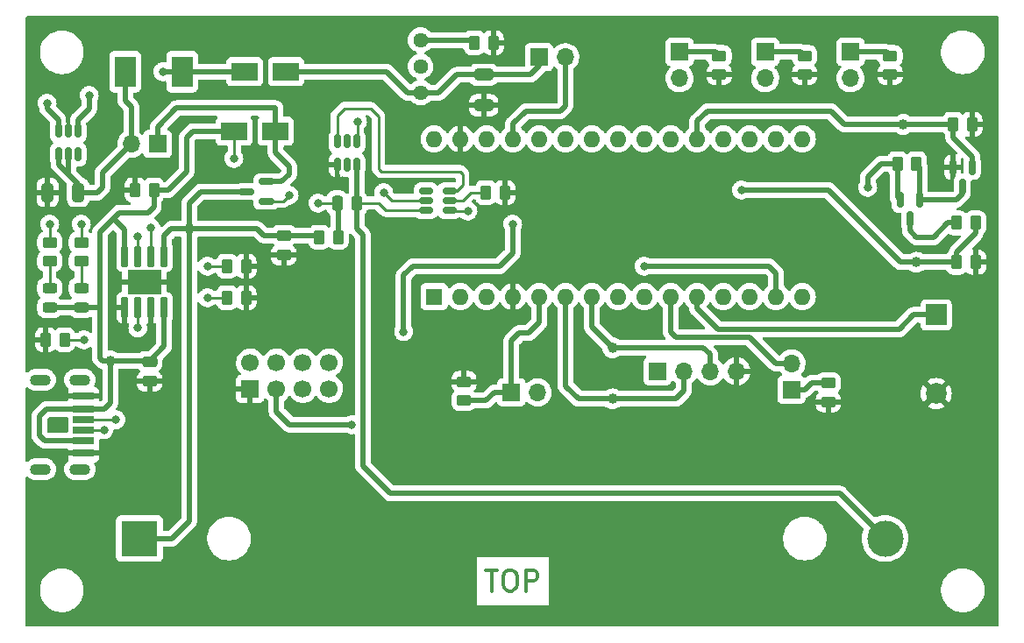
<source format=gtl>
%TF.GenerationSoftware,KiCad,Pcbnew,(6.0.7)*%
%TF.CreationDate,2022-10-31T09:28:38+01:00*%
%TF.ProjectId,Callsystem,43616c6c-7379-4737-9465-6d2e6b696361,1*%
%TF.SameCoordinates,Original*%
%TF.FileFunction,Copper,L1,Top*%
%TF.FilePolarity,Positive*%
%FSLAX46Y46*%
G04 Gerber Fmt 4.6, Leading zero omitted, Abs format (unit mm)*
G04 Created by KiCad (PCBNEW (6.0.7)) date 2022-10-31 09:28:38*
%MOMM*%
%LPD*%
G01*
G04 APERTURE LIST*
G04 Aperture macros list*
%AMRoundRect*
0 Rectangle with rounded corners*
0 $1 Rounding radius*
0 $2 $3 $4 $5 $6 $7 $8 $9 X,Y pos of 4 corners*
0 Add a 4 corners polygon primitive as box body*
4,1,4,$2,$3,$4,$5,$6,$7,$8,$9,$2,$3,0*
0 Add four circle primitives for the rounded corners*
1,1,$1+$1,$2,$3*
1,1,$1+$1,$4,$5*
1,1,$1+$1,$6,$7*
1,1,$1+$1,$8,$9*
0 Add four rect primitives between the rounded corners*
20,1,$1+$1,$2,$3,$4,$5,0*
20,1,$1+$1,$4,$5,$6,$7,0*
20,1,$1+$1,$6,$7,$8,$9,0*
20,1,$1+$1,$8,$9,$2,$3,0*%
G04 Aperture macros list end*
%ADD10C,0.300000*%
%TA.AperFunction,NonConductor*%
%ADD11C,0.300000*%
%TD*%
%TA.AperFunction,SMDPad,CuDef*%
%ADD12R,2.000000X0.700000*%
%TD*%
%TA.AperFunction,SMDPad,CuDef*%
%ADD13R,2.000000X0.760000*%
%TD*%
%TA.AperFunction,SMDPad,CuDef*%
%ADD14R,2.000000X0.800000*%
%TD*%
%TA.AperFunction,ComponentPad*%
%ADD15O,2.000000X1.100000*%
%TD*%
%TA.AperFunction,ComponentPad*%
%ADD16R,1.700000X1.700000*%
%TD*%
%TA.AperFunction,ComponentPad*%
%ADD17O,1.700000X1.700000*%
%TD*%
%TA.AperFunction,SMDPad,CuDef*%
%ADD18RoundRect,0.250000X0.475000X-0.250000X0.475000X0.250000X-0.475000X0.250000X-0.475000X-0.250000X0*%
%TD*%
%TA.AperFunction,SMDPad,CuDef*%
%ADD19RoundRect,0.250000X-0.262500X-0.450000X0.262500X-0.450000X0.262500X0.450000X-0.262500X0.450000X0*%
%TD*%
%TA.AperFunction,SMDPad,CuDef*%
%ADD20RoundRect,0.150000X0.512500X0.150000X-0.512500X0.150000X-0.512500X-0.150000X0.512500X-0.150000X0*%
%TD*%
%TA.AperFunction,SMDPad,CuDef*%
%ADD21RoundRect,0.250000X0.262500X0.450000X-0.262500X0.450000X-0.262500X-0.450000X0.262500X-0.450000X0*%
%TD*%
%TA.AperFunction,SMDPad,CuDef*%
%ADD22RoundRect,0.250000X-0.650000X0.325000X-0.650000X-0.325000X0.650000X-0.325000X0.650000X0.325000X0*%
%TD*%
%TA.AperFunction,SMDPad,CuDef*%
%ADD23RoundRect,0.150000X0.587500X0.150000X-0.587500X0.150000X-0.587500X-0.150000X0.587500X-0.150000X0*%
%TD*%
%TA.AperFunction,SMDPad,CuDef*%
%ADD24RoundRect,0.150000X-0.150000X0.587500X-0.150000X-0.587500X0.150000X-0.587500X0.150000X0.587500X0*%
%TD*%
%TA.AperFunction,SMDPad,CuDef*%
%ADD25RoundRect,0.250000X-0.475000X0.250000X-0.475000X-0.250000X0.475000X-0.250000X0.475000X0.250000X0*%
%TD*%
%TA.AperFunction,ComponentPad*%
%ADD26R,1.600000X1.600000*%
%TD*%
%TA.AperFunction,ComponentPad*%
%ADD27O,1.600000X1.600000*%
%TD*%
%TA.AperFunction,SMDPad,CuDef*%
%ADD28RoundRect,0.042000X0.258000X-0.943000X0.258000X0.943000X-0.258000X0.943000X-0.258000X-0.943000X0*%
%TD*%
%TA.AperFunction,SMDPad,CuDef*%
%ADD29R,3.302000X2.413000*%
%TD*%
%TA.AperFunction,ComponentPad*%
%ADD30C,1.440000*%
%TD*%
%TA.AperFunction,SMDPad,CuDef*%
%ADD31RoundRect,0.250000X0.250000X0.475000X-0.250000X0.475000X-0.250000X-0.475000X0.250000X-0.475000X0*%
%TD*%
%TA.AperFunction,SMDPad,CuDef*%
%ADD32C,1.000000*%
%TD*%
%TA.AperFunction,SMDPad,CuDef*%
%ADD33R,2.500000X1.800000*%
%TD*%
%TA.AperFunction,SMDPad,CuDef*%
%ADD34RoundRect,0.250000X-0.450000X0.262500X-0.450000X-0.262500X0.450000X-0.262500X0.450000X0.262500X0*%
%TD*%
%TA.AperFunction,SMDPad,CuDef*%
%ADD35RoundRect,0.150000X0.150000X-0.512500X0.150000X0.512500X-0.150000X0.512500X-0.150000X-0.512500X0*%
%TD*%
%TA.AperFunction,ComponentPad*%
%ADD36R,3.500000X3.500000*%
%TD*%
%TA.AperFunction,ComponentPad*%
%ADD37C,3.500000*%
%TD*%
%TA.AperFunction,SMDPad,CuDef*%
%ADD38RoundRect,0.243750X-0.456250X0.243750X-0.456250X-0.243750X0.456250X-0.243750X0.456250X0.243750X0*%
%TD*%
%TA.AperFunction,ComponentPad*%
%ADD39R,2.000000X2.000000*%
%TD*%
%TA.AperFunction,ComponentPad*%
%ADD40C,2.000000*%
%TD*%
%TA.AperFunction,SMDPad,CuDef*%
%ADD41RoundRect,0.250000X0.325000X0.650000X-0.325000X0.650000X-0.325000X-0.650000X0.325000X-0.650000X0*%
%TD*%
%TA.AperFunction,SMDPad,CuDef*%
%ADD42RoundRect,0.150000X-0.150000X0.512500X-0.150000X-0.512500X0.150000X-0.512500X0.150000X0.512500X0*%
%TD*%
%TA.AperFunction,SMDPad,CuDef*%
%ADD43R,2.050000X3.000000*%
%TD*%
%TA.AperFunction,ComponentPad*%
%ADD44C,1.700000*%
%TD*%
%TA.AperFunction,ViaPad*%
%ADD45C,0.800000*%
%TD*%
%TA.AperFunction,Conductor*%
%ADD46C,0.500000*%
%TD*%
%TA.AperFunction,Conductor*%
%ADD47C,0.250000*%
%TD*%
G04 APERTURE END LIST*
D10*
D11*
X94916952Y-104060761D02*
X96059809Y-104060761D01*
X95488380Y-106060761D02*
X95488380Y-104060761D01*
X97107428Y-104060761D02*
X97488380Y-104060761D01*
X97678857Y-104156000D01*
X97869333Y-104346476D01*
X97964571Y-104727428D01*
X97964571Y-105394095D01*
X97869333Y-105775047D01*
X97678857Y-105965523D01*
X97488380Y-106060761D01*
X97107428Y-106060761D01*
X96916952Y-105965523D01*
X96726476Y-105775047D01*
X96631238Y-105394095D01*
X96631238Y-104727428D01*
X96726476Y-104346476D01*
X96916952Y-104156000D01*
X97107428Y-104060761D01*
X98821714Y-106060761D02*
X98821714Y-104060761D01*
X99583619Y-104060761D01*
X99774095Y-104156000D01*
X99869333Y-104251238D01*
X99964571Y-104441714D01*
X99964571Y-104727428D01*
X99869333Y-104917904D01*
X99774095Y-105013142D01*
X99583619Y-105108380D01*
X98821714Y-105108380D01*
D12*
X56100000Y-89510000D03*
D13*
X56100000Y-91530000D03*
D14*
X56100000Y-92760000D03*
D12*
X56100000Y-90510000D03*
D13*
X56100000Y-88490000D03*
D14*
X56100000Y-87260000D03*
D15*
X51930000Y-85660000D03*
X51930000Y-94300000D03*
X55730000Y-94300000D03*
X55730000Y-85660000D03*
D16*
X63251000Y-62865000D03*
D17*
X60711000Y-62865000D03*
D18*
X62484000Y-85786000D03*
X62484000Y-83886000D03*
D19*
X140057500Y-60960000D03*
X141882500Y-60960000D03*
D20*
X91429000Y-69276000D03*
X91429000Y-68326000D03*
X91429000Y-67376000D03*
X89154000Y-67376000D03*
X89154000Y-68326000D03*
X89154000Y-69276000D03*
D21*
X80668500Y-71882000D03*
X78843500Y-71882000D03*
D16*
X100076000Y-54478000D03*
D17*
X102616000Y-54478000D03*
D22*
X94742000Y-56183000D03*
X94742000Y-59133000D03*
D23*
X73733900Y-68412400D03*
X73733900Y-66512400D03*
X71858900Y-67462400D03*
D19*
X69953500Y-77724000D03*
X71778500Y-77724000D03*
D24*
X141920000Y-65102500D03*
X140020000Y-65102500D03*
X140970000Y-66977500D03*
D25*
X75438000Y-71694000D03*
X75438000Y-73594000D03*
D26*
X89950000Y-77620000D03*
D27*
X92490000Y-77620000D03*
X95030000Y-77620000D03*
X97570000Y-77620000D03*
X100110000Y-77620000D03*
X102650000Y-77620000D03*
X105190000Y-77620000D03*
X107730000Y-77620000D03*
X110270000Y-77620000D03*
X112810000Y-77620000D03*
X115350000Y-77620000D03*
X117890000Y-77620000D03*
X120430000Y-77620000D03*
X122970000Y-77620000D03*
X125510000Y-77620000D03*
X125510000Y-62380000D03*
X122970000Y-62380000D03*
X120430000Y-62380000D03*
X117890000Y-62380000D03*
X115350000Y-62380000D03*
X112810000Y-62380000D03*
X110270000Y-62380000D03*
X107730000Y-62380000D03*
X105190000Y-62380000D03*
X102650000Y-62380000D03*
X100110000Y-62380000D03*
X97570000Y-62380000D03*
X95030000Y-62380000D03*
X92490000Y-62380000D03*
X89950000Y-62380000D03*
D28*
X60071000Y-78675000D03*
X61341000Y-78675000D03*
X62611000Y-78675000D03*
X63881000Y-78675000D03*
X63881000Y-73725000D03*
X62611000Y-73725000D03*
X61341000Y-73725000D03*
X60071000Y-73725000D03*
D29*
X61976000Y-76200000D03*
D30*
X88646000Y-52832000D03*
X88646000Y-55372000D03*
X88646000Y-57912000D03*
D16*
X97404000Y-86868000D03*
D17*
X99944000Y-86868000D03*
D19*
X69953500Y-74676000D03*
X71778500Y-74676000D03*
D31*
X82484000Y-68580000D03*
X80584000Y-68580000D03*
D19*
X140415000Y-70485000D03*
X142240000Y-70485000D03*
D32*
X107188000Y-82550000D03*
D19*
X93829500Y-53086000D03*
X95654500Y-53086000D03*
D33*
X75660000Y-55880000D03*
X71660000Y-55880000D03*
D34*
X52832000Y-72366500D03*
X52832000Y-74191500D03*
D35*
X80584000Y-64891500D03*
X81534000Y-64891500D03*
X82484000Y-64891500D03*
X82484000Y-62616500D03*
X81534000Y-62616500D03*
X80584000Y-62616500D03*
D36*
X61500000Y-101000000D03*
D37*
X133500000Y-101000000D03*
D34*
X55880000Y-72366500D03*
X55880000Y-74191500D03*
X128016000Y-85955500D03*
X128016000Y-87780500D03*
D38*
X55880000Y-76786500D03*
X55880000Y-78661500D03*
D39*
X138430000Y-79385000D03*
D40*
X138430000Y-86985000D03*
D32*
X107188000Y-87503000D03*
D33*
X74644000Y-61620400D03*
X70644000Y-61620400D03*
D41*
X55577000Y-67564000D03*
X52627000Y-67564000D03*
D21*
X136525000Y-64770000D03*
X134700000Y-64770000D03*
D42*
X55560000Y-61600500D03*
X54610000Y-61600500D03*
X53660000Y-61600500D03*
X53660000Y-63875500D03*
X54610000Y-63875500D03*
X55560000Y-63875500D03*
D21*
X62888500Y-67310000D03*
X61063500Y-67310000D03*
D32*
X66294000Y-71069200D03*
D38*
X52832000Y-76786500D03*
X52832000Y-78661500D03*
D34*
X133985000Y-54332500D03*
X133985000Y-56157500D03*
D24*
X136840000Y-68277500D03*
X134940000Y-68277500D03*
X135890000Y-70152500D03*
D34*
X117475000Y-54332500D03*
X117475000Y-56157500D03*
D32*
X58674000Y-83820000D03*
D19*
X52427500Y-81788000D03*
X54252500Y-81788000D03*
D34*
X92837000Y-85828500D03*
X92837000Y-87653500D03*
D32*
X135255000Y-60960000D03*
D43*
X60115000Y-55880000D03*
X65615000Y-55880000D03*
D19*
X140415000Y-74295000D03*
X142240000Y-74295000D03*
D16*
X72190000Y-86526500D03*
D44*
X72190000Y-83986500D03*
X74730000Y-86526500D03*
X74730000Y-83986500D03*
X77270000Y-86526500D03*
X77270000Y-83986500D03*
X79810000Y-86526500D03*
X79810000Y-83986500D03*
D16*
X111516000Y-84836000D03*
D17*
X114056000Y-84836000D03*
X116596000Y-84836000D03*
X119136000Y-84836000D03*
D21*
X96774000Y-67564000D03*
X94949000Y-67564000D03*
D32*
X136525000Y-74295000D03*
D34*
X125730000Y-54332500D03*
X125730000Y-56157500D03*
D16*
X124460000Y-86619000D03*
D17*
X124460000Y-84079000D03*
D16*
X130175000Y-53975000D03*
D17*
X130175000Y-56515000D03*
D16*
X121920000Y-53970000D03*
D17*
X121920000Y-56510000D03*
D16*
X113665000Y-53975000D03*
D17*
X113665000Y-56515000D03*
D45*
X131826000Y-67056000D03*
X76000000Y-51000000D03*
X144000000Y-63000000D03*
X130000000Y-51000000D03*
X51000000Y-82000000D03*
X118000000Y-51000000D03*
X100000000Y-51000000D03*
X115000000Y-109000000D03*
X51000000Y-97000000D03*
X79000000Y-51000000D03*
X73000000Y-51000000D03*
X144000000Y-78000000D03*
X91000000Y-51000000D03*
X82000000Y-109000000D03*
X106000000Y-109000000D03*
X127000000Y-51000000D03*
X64000000Y-109000000D03*
X144000000Y-60000000D03*
X144000000Y-84000000D03*
X121412000Y-70866000D03*
X144000000Y-66000000D03*
X136000000Y-51000000D03*
X51000000Y-64000000D03*
X51000000Y-70000000D03*
X124206000Y-64770000D03*
X103000000Y-109000000D03*
X87122000Y-67056000D03*
X91000000Y-109000000D03*
X97000000Y-51000000D03*
X109000000Y-51000000D03*
X79502000Y-93726000D03*
X133000000Y-51000000D03*
X67000000Y-109000000D03*
X58000000Y-109000000D03*
X79000000Y-109000000D03*
X104394000Y-84836000D03*
X100000000Y-109000000D03*
X124206000Y-70866000D03*
X61000000Y-109000000D03*
X133000000Y-109000000D03*
X67818000Y-65278000D03*
X124000000Y-51000000D03*
X94000000Y-51000000D03*
X51000000Y-73000000D03*
X51000000Y-99000000D03*
X107442000Y-84836000D03*
X144000000Y-69000000D03*
X124206000Y-69342000D03*
X136000000Y-109000000D03*
X51000000Y-61000000D03*
X61000000Y-51000000D03*
X108966000Y-80772000D03*
X144000000Y-87000000D03*
X114554000Y-80264000D03*
X144000000Y-81000000D03*
X144000000Y-93000000D03*
X51000000Y-67000000D03*
X97000000Y-109000000D03*
X121000000Y-109000000D03*
X130000000Y-109000000D03*
X101346000Y-94234000D03*
X144000000Y-102000000D03*
X70000000Y-109000000D03*
X144000000Y-75000000D03*
X144000000Y-90000000D03*
X70000000Y-51000000D03*
X51000000Y-58000000D03*
X128016000Y-93980000D03*
X112000000Y-109000000D03*
X99822000Y-70866000D03*
X106000000Y-51000000D03*
X112000000Y-51000000D03*
X85000000Y-109000000D03*
X51000000Y-102000000D03*
X98806000Y-64770000D03*
X144000000Y-99000000D03*
X76000000Y-109000000D03*
X127000000Y-109000000D03*
X94000000Y-109000000D03*
X73000000Y-109000000D03*
X115000000Y-51000000D03*
X124000000Y-109000000D03*
X103000000Y-51000000D03*
X144000000Y-72000000D03*
X53400000Y-90000000D03*
X109000000Y-109000000D03*
X121000000Y-51000000D03*
X82000000Y-51000000D03*
X85000000Y-51000000D03*
X58000000Y-51000000D03*
X88000000Y-109000000D03*
X51000000Y-76000000D03*
X121412000Y-65024000D03*
X51000000Y-79000000D03*
X111506000Y-80772000D03*
X67818000Y-63500000D03*
X67000000Y-51000000D03*
X64000000Y-51000000D03*
X144000000Y-96000000D03*
X88000000Y-51000000D03*
X118000000Y-109000000D03*
X75946000Y-67818000D03*
X70612000Y-64262000D03*
X85090000Y-67564000D03*
X78740000Y-68580000D03*
X87000000Y-81000000D03*
X97536000Y-70612000D03*
X68072000Y-74676000D03*
X59232800Y-89509600D03*
X58064400Y-90500200D03*
X68072000Y-77724000D03*
X56134000Y-81788000D03*
X61341000Y-80645000D03*
X52832000Y-70612000D03*
X62585600Y-70967600D03*
X61315600Y-71831200D03*
X55880000Y-70612000D03*
X119634000Y-67310000D03*
X52578000Y-58928000D03*
X82000000Y-90000000D03*
X110236000Y-74676000D03*
X63754000Y-55880000D03*
X56642000Y-58166000D03*
X82550000Y-60706000D03*
X93218000Y-69342000D03*
D46*
X131826000Y-66040000D02*
X133096000Y-64770000D01*
X131826000Y-67056000D02*
X131826000Y-66040000D01*
X61500000Y-101000000D02*
X64608000Y-101000000D01*
X78655500Y-71694000D02*
X78843500Y-71882000D01*
X63881000Y-73725000D02*
X63881000Y-71755000D01*
X73472000Y-71694000D02*
X72847200Y-71069200D01*
X71858900Y-67462400D02*
X67411600Y-67462400D01*
X67411600Y-67462400D02*
X66294000Y-68580000D01*
X134700000Y-68037500D02*
X134940000Y-68277500D01*
X64608000Y-101000000D02*
X66294000Y-99314000D01*
X64566800Y-71069200D02*
X66294000Y-71069200D01*
X66294000Y-99314000D02*
X66294000Y-71069200D01*
X63881000Y-71755000D02*
X64566800Y-71069200D01*
X75438000Y-71694000D02*
X78655500Y-71694000D01*
X72847200Y-71069200D02*
X66294000Y-71069200D01*
X134700000Y-64770000D02*
X134700000Y-68037500D01*
X133096000Y-64770000D02*
X134700000Y-64770000D01*
X66294000Y-68580000D02*
X66294000Y-71069200D01*
X75438000Y-71694000D02*
X73472000Y-71694000D01*
X83058000Y-93980000D02*
X83058000Y-71628000D01*
D47*
X84582000Y-68580000D02*
X82484000Y-68580000D01*
D46*
X129147000Y-96647000D02*
X85725000Y-96647000D01*
X82484000Y-68580000D02*
X82484000Y-64891500D01*
X133500000Y-101000000D02*
X129147000Y-96647000D01*
X83058000Y-71628000D02*
X82484000Y-71054000D01*
D47*
X89154000Y-69276000D02*
X85278000Y-69276000D01*
D46*
X82484000Y-71054000D02*
X82484000Y-68580000D01*
D47*
X85278000Y-69276000D02*
X84582000Y-68580000D01*
D46*
X85725000Y-96647000D02*
X83058000Y-93980000D01*
X136261000Y-79385000D02*
X134874000Y-80772000D01*
X138430000Y-79385000D02*
X136261000Y-79385000D01*
X134874000Y-80772000D02*
X117348000Y-80772000D01*
X115350000Y-78774000D02*
X115350000Y-77620000D01*
X117348000Y-80772000D02*
X115350000Y-78774000D01*
X62888500Y-67310000D02*
X64262000Y-67310000D01*
X51800000Y-89200000D02*
X52510000Y-88490000D01*
X66649600Y-61620400D02*
X70644000Y-61620400D01*
X57482500Y-78661500D02*
X57658000Y-78486000D01*
X62484000Y-83886000D02*
X62484000Y-83820000D01*
X59537600Y-69494400D02*
X62331600Y-69494400D01*
X58674000Y-83820000D02*
X62418000Y-83820000D01*
X56100000Y-91530000D02*
X52330000Y-91530000D01*
X66040000Y-65532000D02*
X66040000Y-62230000D01*
X52832000Y-78661500D02*
X55880000Y-78661500D01*
X66040000Y-62230000D02*
X66649600Y-61620400D01*
X63881000Y-82423000D02*
X63881000Y-78675000D01*
D47*
X70612000Y-64262000D02*
X70644000Y-64230000D01*
D46*
X52510000Y-88490000D02*
X56100000Y-88490000D01*
X51800000Y-91000000D02*
X51800000Y-89200000D01*
X62484000Y-83820000D02*
X63881000Y-82423000D01*
X64262000Y-67310000D02*
X66040000Y-65532000D01*
X52330000Y-91530000D02*
X51800000Y-91000000D01*
X58674000Y-87884000D02*
X58674000Y-83820000D01*
X55880000Y-78661500D02*
X57482500Y-78661500D01*
X60045600Y-71170800D02*
X59118500Y-70243700D01*
X56100000Y-88490000D02*
X58068000Y-88490000D01*
X58068000Y-88490000D02*
X58674000Y-87884000D01*
X57912000Y-83820000D02*
X58674000Y-83820000D01*
X57658000Y-83566000D02*
X57912000Y-83820000D01*
X60045600Y-73699600D02*
X60045600Y-71170800D01*
X62418000Y-83820000D02*
X62484000Y-83886000D01*
X62331600Y-69494400D02*
X62888500Y-68937500D01*
D47*
X75351600Y-68412400D02*
X75946000Y-67818000D01*
D46*
X62888500Y-68937500D02*
X62888500Y-67310000D01*
X57658000Y-71374000D02*
X57658000Y-78486000D01*
D47*
X70644000Y-64230000D02*
X70644000Y-61620400D01*
D46*
X57658000Y-71374000D02*
X59537600Y-69494400D01*
D47*
X73733900Y-68412400D02*
X75351600Y-68412400D01*
D46*
X57658000Y-78486000D02*
X57658000Y-83566000D01*
D47*
X89154000Y-68326000D02*
X85852000Y-68326000D01*
X78740000Y-68580000D02*
X80584000Y-68580000D01*
D46*
X80668500Y-71882000D02*
X80668500Y-68664500D01*
X80668500Y-68664500D02*
X80584000Y-68580000D01*
D47*
X85852000Y-68326000D02*
X85090000Y-67564000D01*
D46*
X87000000Y-75560000D02*
X87000000Y-81000000D01*
X97536000Y-73406000D02*
X97536000Y-70612000D01*
X96266000Y-74676000D02*
X87884000Y-74676000D01*
X87884000Y-74676000D02*
X87000000Y-75560000D01*
X97536000Y-73406000D02*
X96266000Y-74676000D01*
X98806000Y-59690000D02*
X102108000Y-59690000D01*
X102108000Y-59690000D02*
X102616000Y-59182000D01*
X97570000Y-60926000D02*
X98806000Y-59690000D01*
X102616000Y-59182000D02*
X102616000Y-54478000D01*
X97570000Y-62380000D02*
X97570000Y-60926000D01*
X130175000Y-53975000D02*
X133627500Y-53975000D01*
X133627500Y-53975000D02*
X133985000Y-54332500D01*
X125367500Y-53970000D02*
X125730000Y-54332500D01*
X121920000Y-53970000D02*
X125367500Y-53970000D01*
X120396000Y-81534000D02*
X113284000Y-81534000D01*
X113284000Y-81534000D02*
X112810000Y-81060000D01*
X124460000Y-84079000D02*
X122941000Y-84079000D01*
X112810000Y-81060000D02*
X112810000Y-77620000D01*
X122941000Y-84079000D02*
X120396000Y-81534000D01*
X113665000Y-53975000D02*
X117117500Y-53975000D01*
X117117500Y-53975000D02*
X117475000Y-54332500D01*
X124460000Y-86619000D02*
X125725000Y-86619000D01*
X125725000Y-86619000D02*
X126388500Y-85955500D01*
X126388500Y-85955500D02*
X128016000Y-85955500D01*
D47*
X55880000Y-76786500D02*
X55880000Y-74191500D01*
X84836000Y-65532000D02*
X84582000Y-65278000D01*
X92456000Y-65532000D02*
X84836000Y-65532000D01*
X83820000Y-59436000D02*
X81280000Y-59436000D01*
X92710000Y-66802000D02*
X92710000Y-65786000D01*
X80584000Y-60132000D02*
X80584000Y-62616500D01*
X84582000Y-65278000D02*
X84582000Y-60198000D01*
X81280000Y-59436000D02*
X80584000Y-60132000D01*
X91429000Y-67376000D02*
X92136000Y-67376000D01*
X92710000Y-65786000D02*
X92456000Y-65532000D01*
X84582000Y-60198000D02*
X83820000Y-59436000D01*
X92136000Y-67376000D02*
X92710000Y-66802000D01*
X68072000Y-74676000D02*
X69953500Y-74676000D01*
X56100000Y-89510000D02*
X59233200Y-89510000D01*
X59233200Y-89510000D02*
X59232800Y-89509600D01*
X68072000Y-77724000D02*
X69953500Y-77724000D01*
X58054600Y-90510000D02*
X58064400Y-90500200D01*
X56100000Y-90510000D02*
X58054600Y-90510000D01*
D46*
X102650000Y-77620000D02*
X102650000Y-86267000D01*
X103886000Y-87503000D02*
X107188000Y-87503000D01*
X102650000Y-86267000D02*
X103886000Y-87503000D01*
X114056000Y-86731000D02*
X114056000Y-84836000D01*
X113284000Y-87503000D02*
X114056000Y-86731000D01*
X107188000Y-87503000D02*
X113284000Y-87503000D01*
X105190000Y-77620000D02*
X105190000Y-80552000D01*
X116596000Y-83195000D02*
X116596000Y-84836000D01*
X105190000Y-80552000D02*
X107188000Y-82550000D01*
X107188000Y-82550000D02*
X115951000Y-82550000D01*
X115951000Y-82550000D02*
X116596000Y-83195000D01*
D47*
X61341000Y-78675000D02*
X61341000Y-80645000D01*
X56134000Y-81788000D02*
X54252500Y-81788000D01*
X52832000Y-72366500D02*
X52832000Y-70612000D01*
X62585600Y-70967600D02*
X62585600Y-73699600D01*
X62585600Y-73699600D02*
X62611000Y-73725000D01*
X61315600Y-71831200D02*
X61315600Y-73699600D01*
X61315600Y-73699600D02*
X61341000Y-73725000D01*
X55880000Y-72366500D02*
X55880000Y-70612000D01*
D46*
X140057500Y-62206500D02*
X141920000Y-64069000D01*
X115350000Y-60672000D02*
X115350000Y-62380000D01*
X128270000Y-59690000D02*
X116332000Y-59690000D01*
X116332000Y-59690000D02*
X115350000Y-60672000D01*
X140057500Y-60960000D02*
X140057500Y-62206500D01*
X141920000Y-64069000D02*
X141920000Y-65102500D01*
X129540000Y-60960000D02*
X128270000Y-59690000D01*
X135255000Y-60960000D02*
X140057500Y-60960000D01*
X135255000Y-60960000D02*
X129540000Y-60960000D01*
X136840000Y-68277500D02*
X136840000Y-65085000D01*
X140383500Y-68277500D02*
X136840000Y-68277500D01*
X136840000Y-65085000D02*
X136525000Y-64770000D01*
X140970000Y-66977500D02*
X140970000Y-67691000D01*
X140970000Y-67691000D02*
X140383500Y-68277500D01*
X139573000Y-70485000D02*
X138176000Y-71882000D01*
X138176000Y-71882000D02*
X136525000Y-71882000D01*
X136525000Y-71882000D02*
X135890000Y-71247000D01*
X135890000Y-71247000D02*
X135890000Y-70152500D01*
X140415000Y-70485000D02*
X139573000Y-70485000D01*
X135001000Y-74295000D02*
X128016000Y-67310000D01*
X142240000Y-71501000D02*
X140415000Y-73326000D01*
X140415000Y-74295000D02*
X136525000Y-74295000D01*
X136525000Y-74295000D02*
X135001000Y-74295000D01*
X142240000Y-70485000D02*
X142240000Y-71501000D01*
X140415000Y-73326000D02*
X140415000Y-74295000D01*
X128016000Y-67310000D02*
X119634000Y-67310000D01*
X97404000Y-86868000D02*
X97404000Y-81920000D01*
X94972500Y-87653500D02*
X92837000Y-87653500D01*
X100110000Y-80103000D02*
X99060000Y-81153000D01*
X98171000Y-81153000D02*
X99060000Y-81153000D01*
X100110000Y-77620000D02*
X100110000Y-80103000D01*
X97404000Y-86868000D02*
X95758000Y-86868000D01*
X95758000Y-86868000D02*
X94972500Y-87653500D01*
X97404000Y-81920000D02*
X98171000Y-81153000D01*
X53660000Y-61600500D02*
X53660000Y-60518000D01*
X52578000Y-59436000D02*
X52578000Y-58928000D01*
X53660000Y-60518000D02*
X52578000Y-59436000D01*
X74730000Y-86526500D02*
X74730000Y-88730000D01*
X74730000Y-88730000D02*
X76000000Y-90000000D01*
X76000000Y-90000000D02*
X82000000Y-90000000D01*
X110236000Y-74676000D02*
X122301000Y-74676000D01*
X122301000Y-74676000D02*
X122970000Y-75345000D01*
X122970000Y-75345000D02*
X122970000Y-77620000D01*
X100076000Y-55324000D02*
X100076000Y-54478000D01*
X92117000Y-56183000D02*
X90388000Y-57912000D01*
X87376000Y-57912000D02*
X85344000Y-55880000D01*
X94742000Y-56183000D02*
X92117000Y-56183000D01*
X99217000Y-56183000D02*
X100076000Y-55324000D01*
X94742000Y-56183000D02*
X99217000Y-56183000D01*
X88646000Y-57912000D02*
X87376000Y-57912000D01*
X85344000Y-55880000D02*
X75660000Y-55880000D01*
X90388000Y-57912000D02*
X88646000Y-57912000D01*
X74644000Y-61620400D02*
X74644000Y-59404000D01*
X74644000Y-63722000D02*
X75946000Y-65024000D01*
X65056000Y-59404000D02*
X63251000Y-61209000D01*
X63251000Y-61209000D02*
X63251000Y-62865000D01*
X75946000Y-65786000D02*
X75219600Y-66512400D01*
X74644000Y-61620400D02*
X74644000Y-63722000D01*
X75219600Y-66512400D02*
X73733900Y-66512400D01*
X75946000Y-65024000D02*
X75946000Y-65786000D01*
X74644000Y-59404000D02*
X65056000Y-59404000D01*
X56642000Y-59436000D02*
X56642000Y-58166000D01*
X63754000Y-55880000D02*
X65615000Y-55880000D01*
X55560000Y-60518000D02*
X56642000Y-59436000D01*
X55560000Y-61600500D02*
X55560000Y-60518000D01*
X65615000Y-55880000D02*
X71660000Y-55880000D01*
X93575500Y-52832000D02*
X88646000Y-52832000D01*
X93829500Y-53086000D02*
X93575500Y-52832000D01*
X60711000Y-62865000D02*
X57912000Y-65664000D01*
X57912000Y-65664000D02*
X57912000Y-67056000D01*
X55577000Y-67564000D02*
X57404000Y-67564000D01*
X57404000Y-67564000D02*
X57912000Y-67056000D01*
X54012000Y-65188000D02*
X54610000Y-65786000D01*
X55577000Y-67564000D02*
X55577000Y-66753000D01*
X60115000Y-58667200D02*
X60711000Y-59263200D01*
X55052000Y-66228000D02*
X54610000Y-65786000D01*
X53660000Y-63875500D02*
X53660000Y-64836000D01*
X54610000Y-65786000D02*
X54610000Y-63875500D01*
X53660000Y-64836000D02*
X54012000Y-65188000D01*
X55577000Y-66753000D02*
X54012000Y-65188000D01*
X60711000Y-62865000D02*
X60711000Y-59263200D01*
X60115000Y-55880000D02*
X60115000Y-58667200D01*
D47*
X92710000Y-68326000D02*
X91429000Y-68326000D01*
X93472000Y-67564000D02*
X92710000Y-68326000D01*
X94949000Y-67564000D02*
X93472000Y-67564000D01*
X82550000Y-60706000D02*
X82550000Y-62550500D01*
X93218000Y-69342000D02*
X91495000Y-69342000D01*
X91495000Y-69342000D02*
X91429000Y-69276000D01*
X52832000Y-76786500D02*
X52832000Y-74191500D01*
%TA.AperFunction,Conductor*%
G36*
X144433621Y-50528502D02*
G01*
X144480114Y-50582158D01*
X144491500Y-50634500D01*
X144491500Y-109365500D01*
X144471498Y-109433621D01*
X144417842Y-109480114D01*
X144365500Y-109491500D01*
X50634500Y-109491500D01*
X50566379Y-109471498D01*
X50519886Y-109417842D01*
X50508500Y-109365500D01*
X50508500Y-106132703D01*
X51890743Y-106132703D01*
X51928268Y-106417734D01*
X52004129Y-106695036D01*
X52116923Y-106959476D01*
X52264561Y-107206161D01*
X52444313Y-107430528D01*
X52652851Y-107628423D01*
X52886317Y-107796186D01*
X52890112Y-107798195D01*
X52890113Y-107798196D01*
X52911869Y-107809715D01*
X53140392Y-107930712D01*
X53410373Y-108029511D01*
X53691264Y-108090755D01*
X53719841Y-108093004D01*
X53914282Y-108108307D01*
X53914291Y-108108307D01*
X53916739Y-108108500D01*
X54072271Y-108108500D01*
X54074407Y-108108354D01*
X54074418Y-108108354D01*
X54282548Y-108094165D01*
X54282554Y-108094164D01*
X54286825Y-108093873D01*
X54291020Y-108093004D01*
X54291022Y-108093004D01*
X54427583Y-108064724D01*
X54568342Y-108035574D01*
X54839343Y-107939607D01*
X55094812Y-107807750D01*
X55098313Y-107805289D01*
X55098317Y-107805287D01*
X55212418Y-107725095D01*
X55330023Y-107642441D01*
X55483846Y-107499500D01*
X94067976Y-107499500D01*
X101004024Y-107499500D01*
X101004024Y-106132703D01*
X138890743Y-106132703D01*
X138928268Y-106417734D01*
X139004129Y-106695036D01*
X139116923Y-106959476D01*
X139264561Y-107206161D01*
X139444313Y-107430528D01*
X139652851Y-107628423D01*
X139886317Y-107796186D01*
X139890112Y-107798195D01*
X139890113Y-107798196D01*
X139911869Y-107809715D01*
X140140392Y-107930712D01*
X140410373Y-108029511D01*
X140691264Y-108090755D01*
X140719841Y-108093004D01*
X140914282Y-108108307D01*
X140914291Y-108108307D01*
X140916739Y-108108500D01*
X141072271Y-108108500D01*
X141074407Y-108108354D01*
X141074418Y-108108354D01*
X141282548Y-108094165D01*
X141282554Y-108094164D01*
X141286825Y-108093873D01*
X141291020Y-108093004D01*
X141291022Y-108093004D01*
X141427583Y-108064724D01*
X141568342Y-108035574D01*
X141839343Y-107939607D01*
X142094812Y-107807750D01*
X142098313Y-107805289D01*
X142098317Y-107805287D01*
X142212418Y-107725095D01*
X142330023Y-107642441D01*
X142540622Y-107446740D01*
X142722713Y-107224268D01*
X142872927Y-106979142D01*
X142988483Y-106715898D01*
X143067244Y-106439406D01*
X143107751Y-106154784D01*
X143107845Y-106136951D01*
X143109235Y-105871583D01*
X143109235Y-105871576D01*
X143109257Y-105867297D01*
X143071732Y-105582266D01*
X142995871Y-105304964D01*
X142883077Y-105040524D01*
X142735439Y-104793839D01*
X142555687Y-104569472D01*
X142347149Y-104371577D01*
X142113683Y-104203814D01*
X142091843Y-104192250D01*
X142068654Y-104179972D01*
X141859608Y-104069288D01*
X141589627Y-103970489D01*
X141308736Y-103909245D01*
X141277685Y-103906801D01*
X141085718Y-103891693D01*
X141085709Y-103891693D01*
X141083261Y-103891500D01*
X140927729Y-103891500D01*
X140925593Y-103891646D01*
X140925582Y-103891646D01*
X140717452Y-103905835D01*
X140717446Y-103905836D01*
X140713175Y-103906127D01*
X140708980Y-103906996D01*
X140708978Y-103906996D01*
X140572416Y-103935277D01*
X140431658Y-103964426D01*
X140160657Y-104060393D01*
X139905188Y-104192250D01*
X139901687Y-104194711D01*
X139901683Y-104194713D01*
X139891594Y-104201804D01*
X139669977Y-104357559D01*
X139459378Y-104553260D01*
X139277287Y-104775732D01*
X139127073Y-105020858D01*
X139011517Y-105284102D01*
X138932756Y-105560594D01*
X138892249Y-105845216D01*
X138892227Y-105849505D01*
X138892226Y-105849512D01*
X138890765Y-106128417D01*
X138890743Y-106132703D01*
X101004024Y-106132703D01*
X101004024Y-102812500D01*
X94067976Y-102812500D01*
X94067976Y-107499500D01*
X55483846Y-107499500D01*
X55540622Y-107446740D01*
X55722713Y-107224268D01*
X55872927Y-106979142D01*
X55988483Y-106715898D01*
X56067244Y-106439406D01*
X56107751Y-106154784D01*
X56107845Y-106136951D01*
X56109235Y-105871583D01*
X56109235Y-105871576D01*
X56109257Y-105867297D01*
X56071732Y-105582266D01*
X55995871Y-105304964D01*
X55883077Y-105040524D01*
X55735439Y-104793839D01*
X55555687Y-104569472D01*
X55347149Y-104371577D01*
X55113683Y-104203814D01*
X55091843Y-104192250D01*
X55068654Y-104179972D01*
X54859608Y-104069288D01*
X54589627Y-103970489D01*
X54308736Y-103909245D01*
X54277685Y-103906801D01*
X54085718Y-103891693D01*
X54085709Y-103891693D01*
X54083261Y-103891500D01*
X53927729Y-103891500D01*
X53925593Y-103891646D01*
X53925582Y-103891646D01*
X53717452Y-103905835D01*
X53717446Y-103905836D01*
X53713175Y-103906127D01*
X53708980Y-103906996D01*
X53708978Y-103906996D01*
X53572416Y-103935277D01*
X53431658Y-103964426D01*
X53160657Y-104060393D01*
X52905188Y-104192250D01*
X52901687Y-104194711D01*
X52901683Y-104194713D01*
X52891594Y-104201804D01*
X52669977Y-104357559D01*
X52459378Y-104553260D01*
X52277287Y-104775732D01*
X52127073Y-105020858D01*
X52011517Y-105284102D01*
X51932756Y-105560594D01*
X51892249Y-105845216D01*
X51892227Y-105849505D01*
X51892226Y-105849512D01*
X51890765Y-106128417D01*
X51890743Y-106132703D01*
X50508500Y-106132703D01*
X50508500Y-95136022D01*
X50528502Y-95067901D01*
X50582158Y-95021408D01*
X50652432Y-95011304D01*
X50717012Y-95040798D01*
X50718417Y-95042120D01*
X50720071Y-95044177D01*
X50724788Y-95048135D01*
X50724790Y-95048137D01*
X50748344Y-95067901D01*
X50879089Y-95177609D01*
X50884481Y-95180573D01*
X50884485Y-95180576D01*
X51055598Y-95274646D01*
X51060995Y-95277613D01*
X51258861Y-95340379D01*
X51264978Y-95341065D01*
X51264982Y-95341066D01*
X51341598Y-95349659D01*
X51420413Y-95358500D01*
X52432237Y-95358500D01*
X52435293Y-95358200D01*
X52435300Y-95358200D01*
X52580466Y-95343966D01*
X52580469Y-95343965D01*
X52586592Y-95343365D01*
X52718546Y-95303526D01*
X52779407Y-95285152D01*
X52779410Y-95285151D01*
X52785315Y-95283368D01*
X52792635Y-95279476D01*
X52963153Y-95188809D01*
X52963155Y-95188808D01*
X52968599Y-95185913D01*
X53029772Y-95136022D01*
X53124689Y-95058610D01*
X53124692Y-95058607D01*
X53129464Y-95054715D01*
X53261783Y-94894770D01*
X53265876Y-94887201D01*
X53357584Y-94717590D01*
X53357586Y-94717585D01*
X53360514Y-94712170D01*
X53421898Y-94513871D01*
X53423429Y-94499303D01*
X53442952Y-94313554D01*
X53442952Y-94313552D01*
X53443596Y-94307425D01*
X53442244Y-94292575D01*
X54216404Y-94292575D01*
X54217931Y-94309352D01*
X54232996Y-94474884D01*
X54235218Y-94499303D01*
X54236956Y-94505209D01*
X54236957Y-94505213D01*
X54242930Y-94525506D01*
X54293827Y-94698440D01*
X54389999Y-94882400D01*
X54520071Y-95044177D01*
X54524788Y-95048135D01*
X54524790Y-95048137D01*
X54548344Y-95067901D01*
X54679089Y-95177609D01*
X54684481Y-95180573D01*
X54684485Y-95180576D01*
X54855598Y-95274646D01*
X54860995Y-95277613D01*
X55058861Y-95340379D01*
X55064978Y-95341065D01*
X55064982Y-95341066D01*
X55141598Y-95349659D01*
X55220413Y-95358500D01*
X56232237Y-95358500D01*
X56235293Y-95358200D01*
X56235300Y-95358200D01*
X56380466Y-95343966D01*
X56380469Y-95343965D01*
X56386592Y-95343365D01*
X56518546Y-95303526D01*
X56579407Y-95285152D01*
X56579410Y-95285151D01*
X56585315Y-95283368D01*
X56592635Y-95279476D01*
X56763153Y-95188809D01*
X56763155Y-95188808D01*
X56768599Y-95185913D01*
X56829772Y-95136022D01*
X56924689Y-95058610D01*
X56924692Y-95058607D01*
X56929464Y-95054715D01*
X57061783Y-94894770D01*
X57065876Y-94887201D01*
X57157584Y-94717590D01*
X57157586Y-94717585D01*
X57160514Y-94712170D01*
X57221898Y-94513871D01*
X57223429Y-94499303D01*
X57242952Y-94313554D01*
X57242952Y-94313552D01*
X57243596Y-94307425D01*
X57235777Y-94221515D01*
X57225341Y-94106836D01*
X57225340Y-94106833D01*
X57224782Y-94100697D01*
X57222298Y-94092255D01*
X57167912Y-93907469D01*
X57166173Y-93901560D01*
X57162073Y-93893717D01*
X57133850Y-93839731D01*
X57120016Y-93770095D01*
X57146026Y-93704034D01*
X57203623Y-93662523D01*
X57216367Y-93658773D01*
X57217605Y-93658479D01*
X57338054Y-93613324D01*
X57353649Y-93604786D01*
X57455724Y-93528285D01*
X57468285Y-93515724D01*
X57544786Y-93413649D01*
X57553324Y-93398054D01*
X57598478Y-93277606D01*
X57602105Y-93262351D01*
X57607631Y-93211486D01*
X57608000Y-93204672D01*
X57608000Y-93032115D01*
X57603525Y-93016876D01*
X57602135Y-93015671D01*
X57594452Y-93014000D01*
X54610116Y-93014000D01*
X54594877Y-93018475D01*
X54593672Y-93019865D01*
X54592001Y-93027548D01*
X54592001Y-93204669D01*
X54592371Y-93211490D01*
X54597895Y-93262352D01*
X54601521Y-93277603D01*
X54629999Y-93353568D01*
X54635182Y-93424375D01*
X54601261Y-93486744D01*
X54591673Y-93495423D01*
X54530536Y-93545285D01*
X54526613Y-93550027D01*
X54526610Y-93550030D01*
X54430821Y-93665819D01*
X54398217Y-93705230D01*
X54395288Y-93710647D01*
X54395286Y-93710650D01*
X54302416Y-93882410D01*
X54302414Y-93882415D01*
X54299486Y-93887830D01*
X54238102Y-94086129D01*
X54237458Y-94092254D01*
X54237458Y-94092255D01*
X54223581Y-94224294D01*
X54216404Y-94292575D01*
X53442244Y-94292575D01*
X53435777Y-94221515D01*
X53425341Y-94106836D01*
X53425340Y-94106833D01*
X53424782Y-94100697D01*
X53422298Y-94092255D01*
X53367912Y-93907469D01*
X53366173Y-93901560D01*
X53270001Y-93717600D01*
X53139929Y-93555823D01*
X53133026Y-93550030D01*
X52985629Y-93426350D01*
X52980911Y-93422391D01*
X52975519Y-93419427D01*
X52975515Y-93419424D01*
X52804402Y-93325354D01*
X52799005Y-93322387D01*
X52601139Y-93259621D01*
X52595022Y-93258935D01*
X52595018Y-93258934D01*
X52518402Y-93250341D01*
X52439587Y-93241500D01*
X51427763Y-93241500D01*
X51424707Y-93241800D01*
X51424700Y-93241800D01*
X51279534Y-93256034D01*
X51279531Y-93256035D01*
X51273408Y-93256635D01*
X51141454Y-93296474D01*
X51080593Y-93314848D01*
X51080590Y-93314849D01*
X51074685Y-93316632D01*
X51069240Y-93319527D01*
X51069238Y-93319528D01*
X50896847Y-93411191D01*
X50896845Y-93411192D01*
X50891401Y-93414087D01*
X50730536Y-93545285D01*
X50726611Y-93550030D01*
X50723284Y-93553334D01*
X50660854Y-93587141D01*
X50590056Y-93581829D01*
X50533369Y-93539085D01*
X50508790Y-93472478D01*
X50508500Y-93463928D01*
X50508500Y-90973349D01*
X51036801Y-90973349D01*
X51037394Y-90980641D01*
X51037394Y-90980644D01*
X51041085Y-91026018D01*
X51041500Y-91036233D01*
X51041500Y-91044293D01*
X51041925Y-91047937D01*
X51044789Y-91072507D01*
X51045222Y-91076882D01*
X51051140Y-91149637D01*
X51053396Y-91156601D01*
X51054587Y-91162560D01*
X51055971Y-91168415D01*
X51056818Y-91175681D01*
X51081735Y-91244327D01*
X51083152Y-91248455D01*
X51097908Y-91294003D01*
X51105649Y-91317899D01*
X51109445Y-91324154D01*
X51111951Y-91329628D01*
X51114670Y-91335058D01*
X51117167Y-91341937D01*
X51121180Y-91348057D01*
X51121180Y-91348058D01*
X51157186Y-91402976D01*
X51159523Y-91406680D01*
X51197405Y-91469107D01*
X51201121Y-91473315D01*
X51201122Y-91473316D01*
X51204803Y-91477484D01*
X51204776Y-91477508D01*
X51207429Y-91480500D01*
X51210132Y-91483733D01*
X51214144Y-91489852D01*
X51219456Y-91494884D01*
X51270383Y-91543128D01*
X51272825Y-91545506D01*
X51746230Y-92018911D01*
X51758616Y-92033323D01*
X51767149Y-92044918D01*
X51767154Y-92044923D01*
X51771492Y-92050818D01*
X51777070Y-92055557D01*
X51777073Y-92055560D01*
X51811768Y-92085035D01*
X51819284Y-92091965D01*
X51824979Y-92097660D01*
X51827861Y-92099940D01*
X51847251Y-92115281D01*
X51850655Y-92118072D01*
X51896129Y-92156705D01*
X51906285Y-92165333D01*
X51912801Y-92168661D01*
X51917850Y-92172028D01*
X51922979Y-92175195D01*
X51928716Y-92179734D01*
X51994875Y-92210655D01*
X51998769Y-92212558D01*
X52063808Y-92245769D01*
X52070916Y-92247508D01*
X52076559Y-92249607D01*
X52082322Y-92251524D01*
X52088950Y-92254622D01*
X52096112Y-92256112D01*
X52096113Y-92256112D01*
X52160412Y-92269486D01*
X52164696Y-92270456D01*
X52235610Y-92287808D01*
X52241212Y-92288156D01*
X52241215Y-92288156D01*
X52246764Y-92288500D01*
X52246762Y-92288536D01*
X52250755Y-92288775D01*
X52254947Y-92289149D01*
X52262115Y-92290640D01*
X52339520Y-92288546D01*
X52342928Y-92288500D01*
X54466000Y-92288500D01*
X54534121Y-92308502D01*
X54580614Y-92362158D01*
X54592000Y-92414500D01*
X54592000Y-92487885D01*
X54596475Y-92503124D01*
X54597865Y-92504329D01*
X54605548Y-92506000D01*
X57589884Y-92506000D01*
X57605123Y-92501525D01*
X57606328Y-92500135D01*
X57607999Y-92492452D01*
X57607999Y-92315331D01*
X57607629Y-92308502D01*
X57602105Y-92257650D01*
X57598478Y-92242393D01*
X57575066Y-92179941D01*
X57569883Y-92109134D01*
X57575066Y-92091483D01*
X57598973Y-92027711D01*
X57598973Y-92027709D01*
X57601745Y-92020316D01*
X57608500Y-91958134D01*
X57608500Y-91485283D01*
X57628502Y-91417162D01*
X57682158Y-91370669D01*
X57752432Y-91360565D01*
X57773435Y-91365450D01*
X57776088Y-91366312D01*
X57782112Y-91368994D01*
X57788562Y-91370365D01*
X57962456Y-91407328D01*
X57962461Y-91407328D01*
X57968913Y-91408700D01*
X58159887Y-91408700D01*
X58166339Y-91407328D01*
X58166344Y-91407328D01*
X58253288Y-91388847D01*
X58346688Y-91368994D01*
X58365620Y-91360565D01*
X58515122Y-91294003D01*
X58515124Y-91294002D01*
X58521152Y-91291318D01*
X58675653Y-91179066D01*
X58803440Y-91037144D01*
X58898927Y-90871756D01*
X58957942Y-90690128D01*
X58958738Y-90682561D01*
X58970574Y-90569940D01*
X58975201Y-90525922D01*
X59002213Y-90460266D01*
X59060434Y-90419636D01*
X59126703Y-90415846D01*
X59130846Y-90416726D01*
X59130852Y-90416727D01*
X59137313Y-90418100D01*
X59328287Y-90418100D01*
X59334739Y-90416728D01*
X59334744Y-90416728D01*
X59421687Y-90398247D01*
X59515088Y-90378394D01*
X59521119Y-90375709D01*
X59683522Y-90303403D01*
X59683524Y-90303402D01*
X59689552Y-90300718D01*
X59844053Y-90188466D01*
X59971840Y-90046544D01*
X60067327Y-89881156D01*
X60126342Y-89699528D01*
X60146304Y-89509600D01*
X60126342Y-89319672D01*
X60067327Y-89138044D01*
X59971840Y-88972656D01*
X59888086Y-88879637D01*
X59848475Y-88835645D01*
X59848474Y-88835644D01*
X59844053Y-88830734D01*
X59714989Y-88736963D01*
X59694894Y-88722363D01*
X59694893Y-88722362D01*
X59689552Y-88718482D01*
X59683524Y-88715798D01*
X59683522Y-88715797D01*
X59521119Y-88643491D01*
X59521118Y-88643491D01*
X59515088Y-88640806D01*
X59328287Y-88601100D01*
X59321684Y-88601100D01*
X59319829Y-88600905D01*
X59254172Y-88573892D01*
X59213542Y-88515671D01*
X59210839Y-88444726D01*
X59238892Y-88391810D01*
X59239062Y-88391619D01*
X59241660Y-88389021D01*
X59243934Y-88386147D01*
X59243940Y-88386140D01*
X59259281Y-88366749D01*
X59262072Y-88363345D01*
X59304591Y-88313297D01*
X59304592Y-88313295D01*
X59309333Y-88307715D01*
X59312661Y-88301199D01*
X59316028Y-88296150D01*
X59319195Y-88291021D01*
X59323734Y-88285284D01*
X59354655Y-88219125D01*
X59356561Y-88215225D01*
X59369237Y-88190401D01*
X59389769Y-88150192D01*
X59391508Y-88143084D01*
X59393607Y-88137441D01*
X59395524Y-88131678D01*
X59398622Y-88125050D01*
X59413487Y-88053583D01*
X59414457Y-88049299D01*
X59417003Y-88038896D01*
X59431808Y-87978390D01*
X59432230Y-87971598D01*
X59432500Y-87967236D01*
X59432536Y-87967238D01*
X59432775Y-87963245D01*
X59433149Y-87959053D01*
X59434640Y-87951885D01*
X59432546Y-87874479D01*
X59432500Y-87871072D01*
X59432500Y-86083095D01*
X61251001Y-86083095D01*
X61251338Y-86089614D01*
X61261257Y-86185206D01*
X61264149Y-86198600D01*
X61315588Y-86352784D01*
X61321761Y-86365962D01*
X61407063Y-86503807D01*
X61416099Y-86515208D01*
X61530829Y-86629739D01*
X61542240Y-86638751D01*
X61680243Y-86723816D01*
X61693424Y-86729963D01*
X61847710Y-86781138D01*
X61861086Y-86784005D01*
X61955438Y-86793672D01*
X61961854Y-86794000D01*
X62211885Y-86794000D01*
X62227124Y-86789525D01*
X62228329Y-86788135D01*
X62230000Y-86780452D01*
X62230000Y-86775884D01*
X62738000Y-86775884D01*
X62742475Y-86791123D01*
X62743865Y-86792328D01*
X62751548Y-86793999D01*
X63006095Y-86793999D01*
X63012614Y-86793662D01*
X63108206Y-86783743D01*
X63121600Y-86780851D01*
X63275784Y-86729412D01*
X63288962Y-86723239D01*
X63426807Y-86637937D01*
X63438208Y-86628901D01*
X63552739Y-86514171D01*
X63561751Y-86502760D01*
X63646816Y-86364757D01*
X63652963Y-86351576D01*
X63704138Y-86197290D01*
X63707005Y-86183914D01*
X63716672Y-86089562D01*
X63717000Y-86083146D01*
X63717000Y-86058115D01*
X63712525Y-86042876D01*
X63711135Y-86041671D01*
X63703452Y-86040000D01*
X62756115Y-86040000D01*
X62740876Y-86044475D01*
X62739671Y-86045865D01*
X62738000Y-86053548D01*
X62738000Y-86775884D01*
X62230000Y-86775884D01*
X62230000Y-86058115D01*
X62225525Y-86042876D01*
X62224135Y-86041671D01*
X62216452Y-86040000D01*
X61269116Y-86040000D01*
X61253877Y-86044475D01*
X61252672Y-86045865D01*
X61251001Y-86053548D01*
X61251001Y-86083095D01*
X59432500Y-86083095D01*
X59432500Y-84704500D01*
X59452502Y-84636379D01*
X59506158Y-84589886D01*
X59558500Y-84578500D01*
X61326492Y-84578500D01*
X61394613Y-84598502D01*
X61415508Y-84615326D01*
X61535697Y-84735305D01*
X61540235Y-84738102D01*
X61580824Y-84795353D01*
X61584054Y-84866276D01*
X61548428Y-84927687D01*
X61539932Y-84935062D01*
X61529793Y-84943098D01*
X61415261Y-85057829D01*
X61406249Y-85069240D01*
X61321184Y-85207243D01*
X61315037Y-85220424D01*
X61263862Y-85374710D01*
X61260995Y-85388086D01*
X61251328Y-85482438D01*
X61251000Y-85488855D01*
X61251000Y-85513885D01*
X61255475Y-85529124D01*
X61256865Y-85530329D01*
X61264548Y-85532000D01*
X63698884Y-85532000D01*
X63714123Y-85527525D01*
X63715328Y-85526135D01*
X63716999Y-85518452D01*
X63716999Y-85488905D01*
X63716662Y-85482386D01*
X63706743Y-85386794D01*
X63703851Y-85373400D01*
X63652412Y-85219216D01*
X63646239Y-85206038D01*
X63560937Y-85068193D01*
X63551901Y-85056792D01*
X63437172Y-84942262D01*
X63428238Y-84935206D01*
X63387177Y-84877288D01*
X63383947Y-84806365D01*
X63419574Y-84744954D01*
X63427407Y-84738154D01*
X63433348Y-84734478D01*
X63558305Y-84609303D01*
X63566302Y-84596329D01*
X63647275Y-84464968D01*
X63647276Y-84464966D01*
X63651115Y-84458738D01*
X63706797Y-84290861D01*
X63717500Y-84186400D01*
X63717500Y-83711371D01*
X63737502Y-83643250D01*
X63754405Y-83622276D01*
X64369911Y-83006770D01*
X64384323Y-82994384D01*
X64395918Y-82985851D01*
X64395923Y-82985846D01*
X64401818Y-82981508D01*
X64406557Y-82975930D01*
X64406560Y-82975927D01*
X64436035Y-82941232D01*
X64442965Y-82933716D01*
X64448660Y-82928021D01*
X64466281Y-82905749D01*
X64469072Y-82902345D01*
X64511591Y-82852297D01*
X64511592Y-82852295D01*
X64516333Y-82846715D01*
X64519661Y-82840199D01*
X64523028Y-82835150D01*
X64526195Y-82830021D01*
X64530734Y-82824284D01*
X64561655Y-82758125D01*
X64563561Y-82754225D01*
X64596769Y-82689192D01*
X64598508Y-82682084D01*
X64600607Y-82676441D01*
X64602524Y-82670678D01*
X64605622Y-82664050D01*
X64608395Y-82650721D01*
X64620486Y-82592588D01*
X64621457Y-82588299D01*
X64637473Y-82522845D01*
X64638808Y-82517390D01*
X64639500Y-82506236D01*
X64639536Y-82506238D01*
X64639775Y-82502245D01*
X64640149Y-82498053D01*
X64641640Y-82490885D01*
X64639546Y-82413479D01*
X64639500Y-82410072D01*
X64639500Y-79873429D01*
X64648348Y-79827048D01*
X64678636Y-79750547D01*
X64689500Y-79660772D01*
X64689500Y-77689228D01*
X64678636Y-77599453D01*
X64623113Y-77459217D01*
X64531922Y-77339078D01*
X64411783Y-77247887D01*
X64297373Y-77202589D01*
X64279077Y-77195345D01*
X64279075Y-77195344D01*
X64271547Y-77192364D01*
X64245863Y-77189256D01*
X64180639Y-77161216D01*
X64140928Y-77102363D01*
X64135000Y-77064169D01*
X64135000Y-76472115D01*
X64130525Y-76456876D01*
X64129135Y-76455671D01*
X64121452Y-76454000D01*
X59835116Y-76454000D01*
X59819877Y-76458475D01*
X59818672Y-76459865D01*
X59817001Y-76467548D01*
X59817001Y-77064673D01*
X59796999Y-77132794D01*
X59743343Y-77179287D01*
X59706140Y-77189760D01*
X59688611Y-77191881D01*
X59673047Y-77195834D01*
X59548451Y-77245165D01*
X59533620Y-77253522D01*
X59427275Y-77334243D01*
X59415243Y-77346275D01*
X59334522Y-77452620D01*
X59326165Y-77467451D01*
X59276834Y-77592047D01*
X59272881Y-77607612D01*
X59263456Y-77685502D01*
X59263000Y-77693057D01*
X59263000Y-78402885D01*
X59267475Y-78418124D01*
X59268865Y-78419329D01*
X59276548Y-78421000D01*
X60199000Y-78421000D01*
X60267121Y-78441002D01*
X60313614Y-78494658D01*
X60325000Y-78547000D01*
X60325000Y-80149885D01*
X60329475Y-80165124D01*
X60330865Y-80166329D01*
X60338548Y-80168000D01*
X60367310Y-80168000D01*
X60435431Y-80188002D01*
X60481924Y-80241658D01*
X60492028Y-80311932D01*
X60487145Y-80332930D01*
X60447458Y-80455072D01*
X60446768Y-80461633D01*
X60446768Y-80461635D01*
X60431383Y-80608021D01*
X60427496Y-80645000D01*
X60428186Y-80651565D01*
X60446585Y-80826618D01*
X60447458Y-80834928D01*
X60506473Y-81016556D01*
X60509776Y-81022278D01*
X60509777Y-81022279D01*
X60511992Y-81026115D01*
X60601960Y-81181944D01*
X60606378Y-81186851D01*
X60606379Y-81186852D01*
X60664189Y-81251056D01*
X60729747Y-81323866D01*
X60804117Y-81377899D01*
X60853269Y-81413610D01*
X60884248Y-81436118D01*
X60890276Y-81438802D01*
X60890278Y-81438803D01*
X61019386Y-81496285D01*
X61058712Y-81513794D01*
X61139260Y-81530915D01*
X61239056Y-81552128D01*
X61239061Y-81552128D01*
X61245513Y-81553500D01*
X61436487Y-81553500D01*
X61442939Y-81552128D01*
X61442944Y-81552128D01*
X61542740Y-81530915D01*
X61623288Y-81513794D01*
X61662614Y-81496285D01*
X61791722Y-81438803D01*
X61791724Y-81438802D01*
X61797752Y-81436118D01*
X61828732Y-81413610D01*
X61877883Y-81377899D01*
X61952253Y-81323866D01*
X62017811Y-81251056D01*
X62075621Y-81186852D01*
X62075622Y-81186851D01*
X62080040Y-81181944D01*
X62170008Y-81026115D01*
X62172223Y-81022279D01*
X62172224Y-81022278D01*
X62175527Y-81016556D01*
X62234542Y-80834928D01*
X62235416Y-80826618D01*
X62253814Y-80651565D01*
X62254504Y-80645000D01*
X62250617Y-80608021D01*
X62235232Y-80461635D01*
X62235232Y-80461633D01*
X62234542Y-80455072D01*
X62194857Y-80332935D01*
X62192829Y-80261969D01*
X62229492Y-80201171D01*
X62293204Y-80169846D01*
X62314690Y-80168000D01*
X62338885Y-80168000D01*
X62354124Y-80163525D01*
X62355329Y-80162135D01*
X62357000Y-80154452D01*
X62357000Y-78547000D01*
X62377002Y-78478879D01*
X62430658Y-78432386D01*
X62483000Y-78421000D01*
X62739000Y-78421000D01*
X62807121Y-78441002D01*
X62853614Y-78494658D01*
X62865000Y-78547000D01*
X62865000Y-80149885D01*
X62869475Y-80165124D01*
X62870865Y-80166329D01*
X62878548Y-80168000D01*
X62907943Y-80168000D01*
X62915498Y-80167544D01*
X62981363Y-80159574D01*
X63051394Y-80171247D01*
X63103996Y-80218929D01*
X63122500Y-80284661D01*
X63122500Y-82056629D01*
X63102498Y-82124750D01*
X63085595Y-82145724D01*
X62390724Y-82840595D01*
X62328412Y-82874621D01*
X62301629Y-82877500D01*
X61958600Y-82877500D01*
X61955354Y-82877837D01*
X61955350Y-82877837D01*
X61859692Y-82887762D01*
X61859688Y-82887763D01*
X61852834Y-82888474D01*
X61846298Y-82890655D01*
X61846296Y-82890655D01*
X61722767Y-82931868D01*
X61685054Y-82944450D01*
X61534652Y-83037522D01*
X61534132Y-83036681D01*
X61474345Y-83060883D01*
X61461887Y-83061500D01*
X59384712Y-83061500D01*
X59316591Y-83041498D01*
X59304397Y-83032585D01*
X59280045Y-83012440D01*
X59240675Y-82979870D01*
X59066701Y-82885802D01*
X58877768Y-82827318D01*
X58871643Y-82826674D01*
X58871642Y-82826674D01*
X58687204Y-82807289D01*
X58687202Y-82807289D01*
X58681075Y-82806645D01*
X58553920Y-82818217D01*
X58484266Y-82804472D01*
X58433102Y-82755251D01*
X58416500Y-82692736D01*
X58416500Y-79656943D01*
X59263000Y-79656943D01*
X59263456Y-79664498D01*
X59272881Y-79742388D01*
X59276834Y-79757953D01*
X59326165Y-79882549D01*
X59334522Y-79897380D01*
X59415243Y-80003725D01*
X59427275Y-80015757D01*
X59533620Y-80096478D01*
X59548451Y-80104835D01*
X59673047Y-80154166D01*
X59688612Y-80158119D01*
X59766502Y-80167544D01*
X59774057Y-80168000D01*
X59798885Y-80168000D01*
X59814124Y-80163525D01*
X59815329Y-80162135D01*
X59817000Y-80154452D01*
X59817000Y-78947115D01*
X59812525Y-78931876D01*
X59811135Y-78930671D01*
X59803452Y-78929000D01*
X59281115Y-78929000D01*
X59265876Y-78933475D01*
X59264671Y-78934865D01*
X59263000Y-78942548D01*
X59263000Y-79656943D01*
X58416500Y-79656943D01*
X58416500Y-78573942D01*
X58416999Y-78562742D01*
X58417150Y-78561047D01*
X58418640Y-78553885D01*
X58416546Y-78476479D01*
X58416500Y-78473072D01*
X58416500Y-71740371D01*
X58436502Y-71672250D01*
X58453405Y-71651276D01*
X58864305Y-71240376D01*
X58926617Y-71206350D01*
X58997432Y-71211415D01*
X59042495Y-71240376D01*
X59250195Y-71448076D01*
X59284221Y-71510388D01*
X59287100Y-71537171D01*
X59287100Y-72590723D01*
X59278252Y-72637106D01*
X59276744Y-72640915D01*
X59273364Y-72649453D01*
X59272391Y-72657491D01*
X59272391Y-72657492D01*
X59271824Y-72662176D01*
X59262500Y-72739228D01*
X59262500Y-74710772D01*
X59273364Y-74800547D01*
X59276344Y-74808075D01*
X59276345Y-74808077D01*
X59298462Y-74863938D01*
X59328887Y-74940783D01*
X59420078Y-75060922D01*
X59540217Y-75152113D01*
X59581816Y-75168583D01*
X59672923Y-75204655D01*
X59672925Y-75204656D01*
X59680453Y-75207636D01*
X59706137Y-75210744D01*
X59771361Y-75238784D01*
X59811072Y-75297637D01*
X59817000Y-75335831D01*
X59817000Y-75927885D01*
X59821475Y-75943124D01*
X59822865Y-75944329D01*
X59830548Y-75946000D01*
X64116884Y-75946000D01*
X64132123Y-75941525D01*
X64133328Y-75940135D01*
X64134999Y-75932452D01*
X64134999Y-75335831D01*
X64155001Y-75267710D01*
X64208657Y-75221217D01*
X64245856Y-75210745D01*
X64271547Y-75207636D01*
X64279075Y-75204656D01*
X64279077Y-75204655D01*
X64370184Y-75168583D01*
X64411783Y-75152113D01*
X64531922Y-75060922D01*
X64623113Y-74940783D01*
X64653538Y-74863938D01*
X64675655Y-74808077D01*
X64675656Y-74808075D01*
X64678636Y-74800547D01*
X64689500Y-74710772D01*
X64689500Y-72739228D01*
X64678636Y-72649453D01*
X64675110Y-72640546D01*
X64669641Y-72626733D01*
X64648348Y-72572952D01*
X64639500Y-72526571D01*
X64639500Y-72121371D01*
X64659502Y-72053250D01*
X64676405Y-72032276D01*
X64844076Y-71864605D01*
X64906388Y-71830579D01*
X64933171Y-71827700D01*
X65409500Y-71827700D01*
X65477621Y-71847702D01*
X65524114Y-71901358D01*
X65535500Y-71953700D01*
X65535500Y-98947629D01*
X65515498Y-99015750D01*
X65498595Y-99036724D01*
X64330724Y-100204595D01*
X64268412Y-100238621D01*
X64241629Y-100241500D01*
X63884500Y-100241500D01*
X63816379Y-100221498D01*
X63769886Y-100167842D01*
X63758500Y-100115500D01*
X63758500Y-99201866D01*
X63751745Y-99139684D01*
X63700615Y-99003295D01*
X63613261Y-98886739D01*
X63496705Y-98799385D01*
X63360316Y-98748255D01*
X63298134Y-98741500D01*
X59701866Y-98741500D01*
X59639684Y-98748255D01*
X59503295Y-98799385D01*
X59386739Y-98886739D01*
X59299385Y-99003295D01*
X59248255Y-99139684D01*
X59241500Y-99201866D01*
X59241500Y-102798134D01*
X59248255Y-102860316D01*
X59299385Y-102996705D01*
X59386739Y-103113261D01*
X59503295Y-103200615D01*
X59639684Y-103251745D01*
X59701866Y-103258500D01*
X63298134Y-103258500D01*
X63360316Y-103251745D01*
X63496705Y-103200615D01*
X63613261Y-103113261D01*
X63700615Y-102996705D01*
X63751745Y-102860316D01*
X63758500Y-102798134D01*
X63758500Y-101884500D01*
X63778502Y-101816379D01*
X63832158Y-101769886D01*
X63884500Y-101758500D01*
X64540930Y-101758500D01*
X64559880Y-101759933D01*
X64574115Y-101762099D01*
X64574119Y-101762099D01*
X64581349Y-101763199D01*
X64588641Y-101762606D01*
X64588644Y-101762606D01*
X64634018Y-101758915D01*
X64644233Y-101758500D01*
X64652293Y-101758500D01*
X64665583Y-101756951D01*
X64680507Y-101755211D01*
X64684882Y-101754778D01*
X64750339Y-101749454D01*
X64750342Y-101749453D01*
X64757637Y-101748860D01*
X64764601Y-101746604D01*
X64770560Y-101745413D01*
X64776415Y-101744029D01*
X64783681Y-101743182D01*
X64852327Y-101718265D01*
X64856455Y-101716848D01*
X64918936Y-101696607D01*
X64918938Y-101696606D01*
X64925899Y-101694351D01*
X64932154Y-101690555D01*
X64937628Y-101688049D01*
X64943058Y-101685330D01*
X64949937Y-101682833D01*
X65010976Y-101642814D01*
X65014680Y-101640477D01*
X65077107Y-101602595D01*
X65085484Y-101595197D01*
X65085508Y-101595224D01*
X65088500Y-101592571D01*
X65091733Y-101589868D01*
X65097852Y-101585856D01*
X65151128Y-101529617D01*
X65153506Y-101527175D01*
X65547978Y-101132703D01*
X68035743Y-101132703D01*
X68073268Y-101417734D01*
X68149129Y-101695036D01*
X68150813Y-101698984D01*
X68222114Y-101866145D01*
X68261923Y-101959476D01*
X68409561Y-102206161D01*
X68589313Y-102430528D01*
X68797851Y-102628423D01*
X69031317Y-102796186D01*
X69035112Y-102798195D01*
X69035113Y-102798196D01*
X69073206Y-102818365D01*
X69285392Y-102930712D01*
X69555373Y-103029511D01*
X69836264Y-103090755D01*
X69864841Y-103093004D01*
X70059282Y-103108307D01*
X70059291Y-103108307D01*
X70061739Y-103108500D01*
X70217271Y-103108500D01*
X70219407Y-103108354D01*
X70219418Y-103108354D01*
X70427548Y-103094165D01*
X70427554Y-103094164D01*
X70431825Y-103093873D01*
X70436020Y-103093004D01*
X70436022Y-103093004D01*
X70572583Y-103064724D01*
X70713342Y-103035574D01*
X70984343Y-102939607D01*
X71239812Y-102807750D01*
X71243313Y-102805289D01*
X71243317Y-102805287D01*
X71357418Y-102725095D01*
X71475023Y-102642441D01*
X71685622Y-102446740D01*
X71867713Y-102224268D01*
X72017927Y-101979142D01*
X72133483Y-101715898D01*
X72212244Y-101439406D01*
X72252751Y-101154784D01*
X72252845Y-101136951D01*
X72252867Y-101132703D01*
X123645743Y-101132703D01*
X123683268Y-101417734D01*
X123759129Y-101695036D01*
X123760813Y-101698984D01*
X123832114Y-101866145D01*
X123871923Y-101959476D01*
X124019561Y-102206161D01*
X124199313Y-102430528D01*
X124407851Y-102628423D01*
X124641317Y-102796186D01*
X124645112Y-102798195D01*
X124645113Y-102798196D01*
X124683206Y-102818365D01*
X124895392Y-102930712D01*
X125165373Y-103029511D01*
X125446264Y-103090755D01*
X125474841Y-103093004D01*
X125669282Y-103108307D01*
X125669291Y-103108307D01*
X125671739Y-103108500D01*
X125827271Y-103108500D01*
X125829407Y-103108354D01*
X125829418Y-103108354D01*
X126037548Y-103094165D01*
X126037554Y-103094164D01*
X126041825Y-103093873D01*
X126046020Y-103093004D01*
X126046022Y-103093004D01*
X126182583Y-103064724D01*
X126323342Y-103035574D01*
X126594343Y-102939607D01*
X126849812Y-102807750D01*
X126853313Y-102805289D01*
X126853317Y-102805287D01*
X126967418Y-102725095D01*
X127085023Y-102642441D01*
X127295622Y-102446740D01*
X127477713Y-102224268D01*
X127627927Y-101979142D01*
X127743483Y-101715898D01*
X127822244Y-101439406D01*
X127862751Y-101154784D01*
X127862845Y-101136951D01*
X127864235Y-100871583D01*
X127864235Y-100871576D01*
X127864257Y-100867297D01*
X127826732Y-100582266D01*
X127750871Y-100304964D01*
X127722573Y-100238621D01*
X127639763Y-100044476D01*
X127639761Y-100044472D01*
X127638077Y-100040524D01*
X127563527Y-99915960D01*
X127492643Y-99797521D01*
X127492640Y-99797517D01*
X127490439Y-99793839D01*
X127310687Y-99569472D01*
X127140942Y-99408390D01*
X127105258Y-99374527D01*
X127105255Y-99374525D01*
X127102149Y-99371577D01*
X126868683Y-99203814D01*
X126846843Y-99192250D01*
X126762400Y-99147540D01*
X126614608Y-99069288D01*
X126344627Y-98970489D01*
X126063736Y-98909245D01*
X126032685Y-98906801D01*
X125840718Y-98891693D01*
X125840709Y-98891693D01*
X125838261Y-98891500D01*
X125682729Y-98891500D01*
X125680593Y-98891646D01*
X125680582Y-98891646D01*
X125472452Y-98905835D01*
X125472446Y-98905836D01*
X125468175Y-98906127D01*
X125463980Y-98906996D01*
X125463978Y-98906996D01*
X125327417Y-98935276D01*
X125186658Y-98964426D01*
X124915657Y-99060393D01*
X124660188Y-99192250D01*
X124656687Y-99194711D01*
X124656683Y-99194713D01*
X124542583Y-99274904D01*
X124424977Y-99357559D01*
X124214378Y-99553260D01*
X124032287Y-99775732D01*
X123882073Y-100020858D01*
X123880347Y-100024791D01*
X123880346Y-100024792D01*
X123801418Y-100204595D01*
X123766517Y-100284102D01*
X123687756Y-100560594D01*
X123647249Y-100845216D01*
X123647227Y-100849505D01*
X123647226Y-100849512D01*
X123645765Y-101128417D01*
X123645743Y-101132703D01*
X72252867Y-101132703D01*
X72254235Y-100871583D01*
X72254235Y-100871576D01*
X72254257Y-100867297D01*
X72216732Y-100582266D01*
X72140871Y-100304964D01*
X72112573Y-100238621D01*
X72029763Y-100044476D01*
X72029761Y-100044472D01*
X72028077Y-100040524D01*
X71953527Y-99915960D01*
X71882643Y-99797521D01*
X71882640Y-99797517D01*
X71880439Y-99793839D01*
X71700687Y-99569472D01*
X71530942Y-99408390D01*
X71495258Y-99374527D01*
X71495255Y-99374525D01*
X71492149Y-99371577D01*
X71258683Y-99203814D01*
X71236843Y-99192250D01*
X71152400Y-99147540D01*
X71004608Y-99069288D01*
X70734627Y-98970489D01*
X70453736Y-98909245D01*
X70422685Y-98906801D01*
X70230718Y-98891693D01*
X70230709Y-98891693D01*
X70228261Y-98891500D01*
X70072729Y-98891500D01*
X70070593Y-98891646D01*
X70070582Y-98891646D01*
X69862452Y-98905835D01*
X69862446Y-98905836D01*
X69858175Y-98906127D01*
X69853980Y-98906996D01*
X69853978Y-98906996D01*
X69717417Y-98935276D01*
X69576658Y-98964426D01*
X69305657Y-99060393D01*
X69050188Y-99192250D01*
X69046687Y-99194711D01*
X69046683Y-99194713D01*
X68932583Y-99274904D01*
X68814977Y-99357559D01*
X68604378Y-99553260D01*
X68422287Y-99775732D01*
X68272073Y-100020858D01*
X68270347Y-100024791D01*
X68270346Y-100024792D01*
X68191418Y-100204595D01*
X68156517Y-100284102D01*
X68077756Y-100560594D01*
X68037249Y-100845216D01*
X68037227Y-100849505D01*
X68037226Y-100849512D01*
X68035765Y-101128417D01*
X68035743Y-101132703D01*
X65547978Y-101132703D01*
X66782911Y-99897770D01*
X66797323Y-99885384D01*
X66808918Y-99876851D01*
X66808923Y-99876846D01*
X66814818Y-99872508D01*
X66819557Y-99866930D01*
X66819560Y-99866927D01*
X66849035Y-99832232D01*
X66855965Y-99824716D01*
X66861660Y-99819021D01*
X66879281Y-99796749D01*
X66882072Y-99793345D01*
X66924591Y-99743297D01*
X66924592Y-99743295D01*
X66929333Y-99737715D01*
X66932661Y-99731199D01*
X66936028Y-99726150D01*
X66939195Y-99721021D01*
X66943734Y-99715284D01*
X66974655Y-99649125D01*
X66976561Y-99645225D01*
X66986586Y-99625593D01*
X67009769Y-99580192D01*
X67011508Y-99573084D01*
X67013607Y-99567441D01*
X67015524Y-99561678D01*
X67018622Y-99555050D01*
X67033487Y-99483583D01*
X67034457Y-99479299D01*
X67050473Y-99413845D01*
X67051808Y-99408390D01*
X67052164Y-99402662D01*
X67052500Y-99397236D01*
X67052536Y-99397238D01*
X67052775Y-99393245D01*
X67053149Y-99389053D01*
X67054640Y-99381885D01*
X67052546Y-99304479D01*
X67052500Y-99301072D01*
X67052500Y-87421169D01*
X70832001Y-87421169D01*
X70832371Y-87427990D01*
X70837895Y-87478852D01*
X70841521Y-87494104D01*
X70886676Y-87614554D01*
X70895214Y-87630149D01*
X70971715Y-87732224D01*
X70984276Y-87744785D01*
X71086351Y-87821286D01*
X71101946Y-87829824D01*
X71222394Y-87874978D01*
X71237649Y-87878605D01*
X71288514Y-87884131D01*
X71295328Y-87884500D01*
X71917885Y-87884500D01*
X71933124Y-87880025D01*
X71934329Y-87878635D01*
X71936000Y-87870952D01*
X71936000Y-86798615D01*
X71931525Y-86783376D01*
X71930135Y-86782171D01*
X71922452Y-86780500D01*
X70850116Y-86780500D01*
X70834877Y-86784975D01*
X70833672Y-86786365D01*
X70832001Y-86794048D01*
X70832001Y-87421169D01*
X67052500Y-87421169D01*
X67052500Y-78245411D01*
X67072502Y-78177290D01*
X67126158Y-78130797D01*
X67196432Y-78120693D01*
X67261012Y-78150187D01*
X67287619Y-78182410D01*
X67332960Y-78260944D01*
X67337378Y-78265851D01*
X67337379Y-78265852D01*
X67432042Y-78370986D01*
X67460747Y-78402866D01*
X67539100Y-78459793D01*
X67598235Y-78502757D01*
X67615248Y-78515118D01*
X67621276Y-78517802D01*
X67621278Y-78517803D01*
X67774248Y-78585909D01*
X67789712Y-78592794D01*
X67883113Y-78612647D01*
X67970056Y-78631128D01*
X67970061Y-78631128D01*
X67976513Y-78632500D01*
X68167487Y-78632500D01*
X68173939Y-78631128D01*
X68173944Y-78631128D01*
X68260887Y-78612647D01*
X68354288Y-78592794D01*
X68369752Y-78585909D01*
X68522722Y-78517803D01*
X68522724Y-78517802D01*
X68528752Y-78515118D01*
X68545766Y-78502757D01*
X68671950Y-78411078D01*
X68683253Y-78402866D01*
X68687668Y-78397963D01*
X68692580Y-78393540D01*
X68693705Y-78394789D01*
X68747014Y-78361949D01*
X68780200Y-78357500D01*
X68861803Y-78357500D01*
X68929924Y-78377502D01*
X68976417Y-78431158D01*
X68981326Y-78443623D01*
X68996658Y-78489576D01*
X68999450Y-78497946D01*
X69003301Y-78504170D01*
X69003302Y-78504171D01*
X69019481Y-78530316D01*
X69092522Y-78648348D01*
X69097704Y-78653521D01*
X69127982Y-78683746D01*
X69217697Y-78773305D01*
X69223927Y-78777145D01*
X69223928Y-78777146D01*
X69361288Y-78861816D01*
X69368262Y-78866115D01*
X69434144Y-78887967D01*
X69529611Y-78919632D01*
X69529613Y-78919632D01*
X69536139Y-78921797D01*
X69542975Y-78922497D01*
X69542978Y-78922498D01*
X69586031Y-78926909D01*
X69640600Y-78932500D01*
X70266400Y-78932500D01*
X70269646Y-78932163D01*
X70269650Y-78932163D01*
X70365308Y-78922238D01*
X70365312Y-78922237D01*
X70372166Y-78921526D01*
X70378702Y-78919345D01*
X70378704Y-78919345D01*
X70524764Y-78870615D01*
X70539946Y-78865550D01*
X70690348Y-78772478D01*
X70708155Y-78754640D01*
X70777138Y-78685537D01*
X70839421Y-78651458D01*
X70910241Y-78656461D01*
X70955329Y-78685382D01*
X71037829Y-78767739D01*
X71049240Y-78776751D01*
X71187243Y-78861816D01*
X71200424Y-78867963D01*
X71354710Y-78919138D01*
X71368086Y-78922005D01*
X71462438Y-78931672D01*
X71468854Y-78932000D01*
X71506385Y-78932000D01*
X71521624Y-78927525D01*
X71522829Y-78926135D01*
X71524500Y-78918452D01*
X71524500Y-78913884D01*
X72032500Y-78913884D01*
X72036975Y-78929123D01*
X72038365Y-78930328D01*
X72046048Y-78931999D01*
X72088095Y-78931999D01*
X72094614Y-78931662D01*
X72190206Y-78921743D01*
X72203600Y-78918851D01*
X72357784Y-78867412D01*
X72370962Y-78861239D01*
X72508807Y-78775937D01*
X72520208Y-78766901D01*
X72634739Y-78652171D01*
X72643751Y-78640760D01*
X72728816Y-78502757D01*
X72734963Y-78489576D01*
X72786138Y-78335290D01*
X72789005Y-78321914D01*
X72798672Y-78227562D01*
X72799000Y-78221146D01*
X72799000Y-77996115D01*
X72794525Y-77980876D01*
X72793135Y-77979671D01*
X72785452Y-77978000D01*
X72050615Y-77978000D01*
X72035376Y-77982475D01*
X72034171Y-77983865D01*
X72032500Y-77991548D01*
X72032500Y-78913884D01*
X71524500Y-78913884D01*
X71524500Y-77451885D01*
X72032500Y-77451885D01*
X72036975Y-77467124D01*
X72038365Y-77468329D01*
X72046048Y-77470000D01*
X72780884Y-77470000D01*
X72796123Y-77465525D01*
X72797328Y-77464135D01*
X72798999Y-77456452D01*
X72798999Y-77226905D01*
X72798662Y-77220386D01*
X72788743Y-77124794D01*
X72785851Y-77111400D01*
X72734412Y-76957216D01*
X72728239Y-76944038D01*
X72642937Y-76806193D01*
X72633901Y-76794792D01*
X72519171Y-76680261D01*
X72507760Y-76671249D01*
X72369757Y-76586184D01*
X72356576Y-76580037D01*
X72202290Y-76528862D01*
X72188914Y-76525995D01*
X72094562Y-76516328D01*
X72088145Y-76516000D01*
X72050615Y-76516000D01*
X72035376Y-76520475D01*
X72034171Y-76521865D01*
X72032500Y-76529548D01*
X72032500Y-77451885D01*
X71524500Y-77451885D01*
X71524500Y-76534116D01*
X71520025Y-76518877D01*
X71518635Y-76517672D01*
X71510952Y-76516001D01*
X71468905Y-76516001D01*
X71462386Y-76516338D01*
X71366794Y-76526257D01*
X71353400Y-76529149D01*
X71199216Y-76580588D01*
X71186038Y-76586761D01*
X71048193Y-76672063D01*
X71036792Y-76681099D01*
X70955570Y-76762462D01*
X70893287Y-76796541D01*
X70822467Y-76791538D01*
X70777380Y-76762617D01*
X70694488Y-76679870D01*
X70694483Y-76679866D01*
X70689303Y-76674695D01*
X70683072Y-76670854D01*
X70544968Y-76585725D01*
X70544966Y-76585724D01*
X70538738Y-76581885D01*
X70400067Y-76535890D01*
X70377389Y-76528368D01*
X70377387Y-76528368D01*
X70370861Y-76526203D01*
X70364025Y-76525503D01*
X70364022Y-76525502D01*
X70320969Y-76521091D01*
X70266400Y-76515500D01*
X69640600Y-76515500D01*
X69637354Y-76515837D01*
X69637350Y-76515837D01*
X69541692Y-76525762D01*
X69541688Y-76525763D01*
X69534834Y-76526474D01*
X69528298Y-76528655D01*
X69528296Y-76528655D01*
X69416034Y-76566109D01*
X69367054Y-76582450D01*
X69216652Y-76675522D01*
X69091695Y-76800697D01*
X69087855Y-76806927D01*
X69087854Y-76806928D01*
X69010215Y-76932882D01*
X68998885Y-76951262D01*
X68981708Y-77003049D01*
X68981337Y-77004168D01*
X68940906Y-77062527D01*
X68875342Y-77089764D01*
X68861744Y-77090500D01*
X68780200Y-77090500D01*
X68712079Y-77070498D01*
X68692853Y-77054157D01*
X68692580Y-77054460D01*
X68687668Y-77050037D01*
X68683253Y-77045134D01*
X68564691Y-76958993D01*
X68534094Y-76936763D01*
X68534093Y-76936762D01*
X68528752Y-76932882D01*
X68522724Y-76930198D01*
X68522722Y-76930197D01*
X68360319Y-76857891D01*
X68360318Y-76857891D01*
X68354288Y-76855206D01*
X68239355Y-76830776D01*
X68173944Y-76816872D01*
X68173939Y-76816872D01*
X68167487Y-76815500D01*
X67976513Y-76815500D01*
X67970061Y-76816872D01*
X67970056Y-76816872D01*
X67904645Y-76830776D01*
X67789712Y-76855206D01*
X67783682Y-76857891D01*
X67783681Y-76857891D01*
X67621278Y-76930197D01*
X67621276Y-76930198D01*
X67615248Y-76932882D01*
X67609907Y-76936762D01*
X67609906Y-76936763D01*
X67579309Y-76958993D01*
X67460747Y-77045134D01*
X67456326Y-77050044D01*
X67456325Y-77050045D01*
X67337963Y-77181500D01*
X67332960Y-77187056D01*
X67327892Y-77195834D01*
X67287619Y-77265589D01*
X67236237Y-77314582D01*
X67166523Y-77328018D01*
X67100612Y-77301632D01*
X67059430Y-77243800D01*
X67052500Y-77202589D01*
X67052500Y-75197411D01*
X67072502Y-75129290D01*
X67126158Y-75082797D01*
X67196432Y-75072693D01*
X67261012Y-75102187D01*
X67287619Y-75134410D01*
X67332960Y-75212944D01*
X67337378Y-75217851D01*
X67337379Y-75217852D01*
X67428286Y-75318814D01*
X67460747Y-75354866D01*
X67539481Y-75412070D01*
X67609904Y-75463235D01*
X67615248Y-75467118D01*
X67621276Y-75469802D01*
X67621278Y-75469803D01*
X67783681Y-75542109D01*
X67789712Y-75544794D01*
X67883113Y-75564647D01*
X67970056Y-75583128D01*
X67970061Y-75583128D01*
X67976513Y-75584500D01*
X68167487Y-75584500D01*
X68173939Y-75583128D01*
X68173944Y-75583128D01*
X68260887Y-75564647D01*
X68354288Y-75544794D01*
X68360319Y-75542109D01*
X68522722Y-75469803D01*
X68522724Y-75469802D01*
X68528752Y-75467118D01*
X68534097Y-75463235D01*
X68677793Y-75358833D01*
X68683253Y-75354866D01*
X68687668Y-75349963D01*
X68692580Y-75345540D01*
X68693705Y-75346789D01*
X68747014Y-75313949D01*
X68780200Y-75309500D01*
X68861803Y-75309500D01*
X68929924Y-75329502D01*
X68976417Y-75383158D01*
X68981326Y-75395623D01*
X68996658Y-75441576D01*
X68999450Y-75449946D01*
X69003301Y-75456170D01*
X69003302Y-75456171D01*
X69029512Y-75498525D01*
X69092522Y-75600348D01*
X69217697Y-75725305D01*
X69223927Y-75729145D01*
X69223928Y-75729146D01*
X69361288Y-75813816D01*
X69368262Y-75818115D01*
X69427005Y-75837599D01*
X69529611Y-75871632D01*
X69529613Y-75871632D01*
X69536139Y-75873797D01*
X69542975Y-75874497D01*
X69542978Y-75874498D01*
X69586031Y-75878909D01*
X69640600Y-75884500D01*
X70266400Y-75884500D01*
X70269646Y-75884163D01*
X70269650Y-75884163D01*
X70365308Y-75874238D01*
X70365312Y-75874237D01*
X70372166Y-75873526D01*
X70378702Y-75871345D01*
X70378704Y-75871345D01*
X70510806Y-75827272D01*
X70539946Y-75817550D01*
X70690348Y-75724478D01*
X70730169Y-75684588D01*
X70777138Y-75637537D01*
X70839421Y-75603458D01*
X70910241Y-75608461D01*
X70955329Y-75637382D01*
X71037829Y-75719739D01*
X71049240Y-75728751D01*
X71187243Y-75813816D01*
X71200424Y-75819963D01*
X71354710Y-75871138D01*
X71368086Y-75874005D01*
X71462438Y-75883672D01*
X71468854Y-75884000D01*
X71506385Y-75884000D01*
X71521624Y-75879525D01*
X71522829Y-75878135D01*
X71524500Y-75870452D01*
X71524500Y-75865884D01*
X72032500Y-75865884D01*
X72036975Y-75881123D01*
X72038365Y-75882328D01*
X72046048Y-75883999D01*
X72088095Y-75883999D01*
X72094614Y-75883662D01*
X72190206Y-75873743D01*
X72203600Y-75870851D01*
X72357784Y-75819412D01*
X72370962Y-75813239D01*
X72508807Y-75727937D01*
X72520208Y-75718901D01*
X72634739Y-75604171D01*
X72643751Y-75592760D01*
X72728816Y-75454757D01*
X72734963Y-75441576D01*
X72786138Y-75287290D01*
X72789005Y-75273914D01*
X72798672Y-75179562D01*
X72799000Y-75173146D01*
X72799000Y-74948115D01*
X72794525Y-74932876D01*
X72793135Y-74931671D01*
X72785452Y-74930000D01*
X72050615Y-74930000D01*
X72035376Y-74934475D01*
X72034171Y-74935865D01*
X72032500Y-74943548D01*
X72032500Y-75865884D01*
X71524500Y-75865884D01*
X71524500Y-74403885D01*
X72032500Y-74403885D01*
X72036975Y-74419124D01*
X72038365Y-74420329D01*
X72046048Y-74422000D01*
X72780884Y-74422000D01*
X72796123Y-74417525D01*
X72797328Y-74416135D01*
X72798999Y-74408452D01*
X72798999Y-74178905D01*
X72798662Y-74172386D01*
X72788743Y-74076794D01*
X72785851Y-74063400D01*
X72734412Y-73909216D01*
X72728239Y-73896038D01*
X72725180Y-73891095D01*
X74205001Y-73891095D01*
X74205338Y-73897614D01*
X74215257Y-73993206D01*
X74218149Y-74006600D01*
X74269588Y-74160784D01*
X74275761Y-74173962D01*
X74361063Y-74311807D01*
X74370099Y-74323208D01*
X74484829Y-74437739D01*
X74496240Y-74446751D01*
X74634243Y-74531816D01*
X74647424Y-74537963D01*
X74801710Y-74589138D01*
X74815086Y-74592005D01*
X74909438Y-74601672D01*
X74915854Y-74602000D01*
X75165885Y-74602000D01*
X75181124Y-74597525D01*
X75182329Y-74596135D01*
X75184000Y-74588452D01*
X75184000Y-74583884D01*
X75692000Y-74583884D01*
X75696475Y-74599123D01*
X75697865Y-74600328D01*
X75705548Y-74601999D01*
X75960095Y-74601999D01*
X75966614Y-74601662D01*
X76062206Y-74591743D01*
X76075600Y-74588851D01*
X76229784Y-74537412D01*
X76242962Y-74531239D01*
X76380807Y-74445937D01*
X76392208Y-74436901D01*
X76506739Y-74322171D01*
X76515751Y-74310760D01*
X76600816Y-74172757D01*
X76606963Y-74159576D01*
X76658138Y-74005290D01*
X76661005Y-73991914D01*
X76670672Y-73897562D01*
X76671000Y-73891146D01*
X76671000Y-73866115D01*
X76666525Y-73850876D01*
X76665135Y-73849671D01*
X76657452Y-73848000D01*
X75710115Y-73848000D01*
X75694876Y-73852475D01*
X75693671Y-73853865D01*
X75692000Y-73861548D01*
X75692000Y-74583884D01*
X75184000Y-74583884D01*
X75184000Y-73866115D01*
X75179525Y-73850876D01*
X75178135Y-73849671D01*
X75170452Y-73848000D01*
X74223116Y-73848000D01*
X74207877Y-73852475D01*
X74206672Y-73853865D01*
X74205001Y-73861548D01*
X74205001Y-73891095D01*
X72725180Y-73891095D01*
X72642937Y-73758193D01*
X72633901Y-73746792D01*
X72519171Y-73632261D01*
X72507760Y-73623249D01*
X72369757Y-73538184D01*
X72356576Y-73532037D01*
X72202290Y-73480862D01*
X72188914Y-73477995D01*
X72094562Y-73468328D01*
X72088145Y-73468000D01*
X72050615Y-73468000D01*
X72035376Y-73472475D01*
X72034171Y-73473865D01*
X72032500Y-73481548D01*
X72032500Y-74403885D01*
X71524500Y-74403885D01*
X71524500Y-73486116D01*
X71520025Y-73470877D01*
X71518635Y-73469672D01*
X71510952Y-73468001D01*
X71468905Y-73468001D01*
X71462386Y-73468338D01*
X71366794Y-73478257D01*
X71353400Y-73481149D01*
X71199216Y-73532588D01*
X71186038Y-73538761D01*
X71048193Y-73624063D01*
X71036792Y-73633099D01*
X70955570Y-73714462D01*
X70893287Y-73748541D01*
X70822467Y-73743538D01*
X70777380Y-73714617D01*
X70694488Y-73631870D01*
X70694483Y-73631866D01*
X70689303Y-73626695D01*
X70644088Y-73598824D01*
X70544968Y-73537725D01*
X70544966Y-73537724D01*
X70538738Y-73533885D01*
X70435356Y-73499595D01*
X70377389Y-73480368D01*
X70377387Y-73480368D01*
X70370861Y-73478203D01*
X70364025Y-73477503D01*
X70364022Y-73477502D01*
X70320969Y-73473091D01*
X70266400Y-73467500D01*
X69640600Y-73467500D01*
X69637354Y-73467837D01*
X69637350Y-73467837D01*
X69541692Y-73477762D01*
X69541688Y-73477763D01*
X69534834Y-73478474D01*
X69528298Y-73480655D01*
X69528296Y-73480655D01*
X69407207Y-73521054D01*
X69367054Y-73534450D01*
X69216652Y-73627522D01*
X69091695Y-73752697D01*
X69087855Y-73758927D01*
X69087854Y-73758928D01*
X69010215Y-73884882D01*
X68998885Y-73903262D01*
X68987856Y-73936514D01*
X68981337Y-73956168D01*
X68940906Y-74014527D01*
X68875342Y-74041764D01*
X68861744Y-74042500D01*
X68780200Y-74042500D01*
X68712079Y-74022498D01*
X68692853Y-74006157D01*
X68692580Y-74006460D01*
X68687668Y-74002037D01*
X68683253Y-73997134D01*
X68592595Y-73931267D01*
X68534094Y-73888763D01*
X68534093Y-73888762D01*
X68528752Y-73884882D01*
X68522724Y-73882198D01*
X68522722Y-73882197D01*
X68360319Y-73809891D01*
X68360318Y-73809891D01*
X68354288Y-73807206D01*
X68224846Y-73779692D01*
X68173944Y-73768872D01*
X68173939Y-73768872D01*
X68167487Y-73767500D01*
X67976513Y-73767500D01*
X67970061Y-73768872D01*
X67970056Y-73768872D01*
X67919154Y-73779692D01*
X67789712Y-73807206D01*
X67783682Y-73809891D01*
X67783681Y-73809891D01*
X67621278Y-73882197D01*
X67621276Y-73882198D01*
X67615248Y-73884882D01*
X67609907Y-73888762D01*
X67609906Y-73888763D01*
X67570732Y-73917225D01*
X67460747Y-73997134D01*
X67456326Y-74002044D01*
X67456325Y-74002045D01*
X67352229Y-74117656D01*
X67332960Y-74139056D01*
X67313717Y-74172386D01*
X67287619Y-74217589D01*
X67236237Y-74266582D01*
X67166523Y-74280018D01*
X67100612Y-74253632D01*
X67059430Y-74195800D01*
X67052500Y-74154589D01*
X67052500Y-71953700D01*
X67072502Y-71885579D01*
X67126158Y-71839086D01*
X67178500Y-71827700D01*
X72480829Y-71827700D01*
X72548950Y-71847702D01*
X72569924Y-71864605D01*
X72888230Y-72182911D01*
X72900616Y-72197323D01*
X72909149Y-72208918D01*
X72909154Y-72208923D01*
X72913492Y-72214818D01*
X72919070Y-72219557D01*
X72919073Y-72219560D01*
X72953768Y-72249035D01*
X72961284Y-72255965D01*
X72966980Y-72261661D01*
X72969841Y-72263924D01*
X72969846Y-72263929D01*
X72989256Y-72279285D01*
X72992658Y-72282074D01*
X73048285Y-72329333D01*
X73054802Y-72332661D01*
X73059850Y-72336027D01*
X73064972Y-72339190D01*
X73070716Y-72343735D01*
X73136895Y-72374664D01*
X73140779Y-72376563D01*
X73205808Y-72409769D01*
X73212923Y-72411510D01*
X73218578Y-72413613D01*
X73224317Y-72415522D01*
X73230950Y-72418622D01*
X73302435Y-72433491D01*
X73306701Y-72434457D01*
X73377610Y-72451808D01*
X73383212Y-72452156D01*
X73383215Y-72452156D01*
X73388764Y-72452500D01*
X73388762Y-72452535D01*
X73392734Y-72452775D01*
X73396955Y-72453152D01*
X73404115Y-72454641D01*
X73481542Y-72452546D01*
X73484950Y-72452500D01*
X74346607Y-72452500D01*
X74414728Y-72472502D01*
X74435625Y-72489327D01*
X74489697Y-72543305D01*
X74494235Y-72546102D01*
X74534824Y-72603353D01*
X74538054Y-72674276D01*
X74502428Y-72735687D01*
X74493932Y-72743062D01*
X74483793Y-72751098D01*
X74369261Y-72865829D01*
X74360249Y-72877240D01*
X74275184Y-73015243D01*
X74269037Y-73028424D01*
X74217862Y-73182710D01*
X74214995Y-73196086D01*
X74205328Y-73290438D01*
X74205000Y-73296855D01*
X74205000Y-73321885D01*
X74209475Y-73337124D01*
X74210865Y-73338329D01*
X74218548Y-73340000D01*
X76652884Y-73340000D01*
X76668123Y-73335525D01*
X76669328Y-73334135D01*
X76670999Y-73326452D01*
X76670999Y-73296905D01*
X76670662Y-73290386D01*
X76660743Y-73194794D01*
X76657851Y-73181400D01*
X76606412Y-73027216D01*
X76600239Y-73014038D01*
X76514937Y-72876193D01*
X76505901Y-72864792D01*
X76391172Y-72750262D01*
X76382238Y-72743206D01*
X76341177Y-72685288D01*
X76337947Y-72614365D01*
X76373574Y-72552954D01*
X76381407Y-72546154D01*
X76387348Y-72542478D01*
X76417178Y-72512596D01*
X76440252Y-72489482D01*
X76502535Y-72455403D01*
X76529425Y-72452500D01*
X77730784Y-72452500D01*
X77798905Y-72472502D01*
X77845398Y-72526158D01*
X77850307Y-72538624D01*
X77887128Y-72648991D01*
X77887134Y-72649003D01*
X77889450Y-72655946D01*
X77982522Y-72806348D01*
X78107697Y-72931305D01*
X78113927Y-72935145D01*
X78113928Y-72935146D01*
X78251090Y-73019694D01*
X78258262Y-73024115D01*
X78305036Y-73039629D01*
X78419611Y-73077632D01*
X78419613Y-73077632D01*
X78426139Y-73079797D01*
X78432975Y-73080497D01*
X78432978Y-73080498D01*
X78476031Y-73084909D01*
X78530600Y-73090500D01*
X79156400Y-73090500D01*
X79159646Y-73090163D01*
X79159650Y-73090163D01*
X79255308Y-73080238D01*
X79255312Y-73080237D01*
X79262166Y-73079526D01*
X79268702Y-73077345D01*
X79268704Y-73077345D01*
X79418958Y-73027216D01*
X79429946Y-73023550D01*
X79580348Y-72930478D01*
X79666784Y-72843891D01*
X79729066Y-72809812D01*
X79799886Y-72814815D01*
X79844976Y-72843736D01*
X79932697Y-72931305D01*
X79938927Y-72935145D01*
X79938928Y-72935146D01*
X80076090Y-73019694D01*
X80083262Y-73024115D01*
X80130036Y-73039629D01*
X80244611Y-73077632D01*
X80244613Y-73077632D01*
X80251139Y-73079797D01*
X80257975Y-73080497D01*
X80257978Y-73080498D01*
X80301031Y-73084909D01*
X80355600Y-73090500D01*
X80981400Y-73090500D01*
X80984646Y-73090163D01*
X80984650Y-73090163D01*
X81080308Y-73080238D01*
X81080312Y-73080237D01*
X81087166Y-73079526D01*
X81093702Y-73077345D01*
X81093704Y-73077345D01*
X81243958Y-73027216D01*
X81254946Y-73023550D01*
X81405348Y-72930478D01*
X81530305Y-72805303D01*
X81569184Y-72742230D01*
X81619275Y-72660968D01*
X81619276Y-72660966D01*
X81623115Y-72654738D01*
X81659369Y-72545435D01*
X81676632Y-72493389D01*
X81676632Y-72493387D01*
X81678797Y-72486861D01*
X81679785Y-72477224D01*
X81686302Y-72413613D01*
X81689500Y-72382400D01*
X81689500Y-71639123D01*
X81709502Y-71571002D01*
X81763158Y-71524509D01*
X81833432Y-71514405D01*
X81902153Y-71547650D01*
X81954383Y-71597128D01*
X81956825Y-71599506D01*
X82262595Y-71905276D01*
X82296621Y-71967588D01*
X82299500Y-71994371D01*
X82299500Y-88979267D01*
X82279498Y-89047388D01*
X82225842Y-89093881D01*
X82155568Y-89103985D01*
X82147306Y-89102515D01*
X82139066Y-89100763D01*
X82101944Y-89092872D01*
X82101939Y-89092872D01*
X82095487Y-89091500D01*
X81904513Y-89091500D01*
X81898061Y-89092872D01*
X81898056Y-89092872D01*
X81811762Y-89111215D01*
X81717712Y-89131206D01*
X81711682Y-89133891D01*
X81711681Y-89133891D01*
X81549278Y-89206197D01*
X81549276Y-89206198D01*
X81543248Y-89208882D01*
X81537909Y-89212761D01*
X81537902Y-89212765D01*
X81531472Y-89217437D01*
X81457413Y-89241500D01*
X76366371Y-89241500D01*
X76298250Y-89221498D01*
X76277276Y-89204595D01*
X75525405Y-88452724D01*
X75491379Y-88390412D01*
X75488500Y-88363629D01*
X75488500Y-87719132D01*
X75508502Y-87651011D01*
X75541331Y-87616554D01*
X75609860Y-87567673D01*
X75637517Y-87540113D01*
X75720908Y-87457012D01*
X75768096Y-87409989D01*
X75797698Y-87368794D01*
X75898453Y-87228577D01*
X75899776Y-87229528D01*
X75946645Y-87186357D01*
X76016580Y-87174125D01*
X76082026Y-87201644D01*
X76109875Y-87233494D01*
X76115687Y-87242978D01*
X76169987Y-87331588D01*
X76316250Y-87500438D01*
X76488126Y-87643132D01*
X76681000Y-87755838D01*
X76685825Y-87757680D01*
X76685826Y-87757681D01*
X76747222Y-87781126D01*
X76889692Y-87835530D01*
X76894760Y-87836561D01*
X76894763Y-87836562D01*
X76975102Y-87852907D01*
X77108597Y-87880067D01*
X77113772Y-87880257D01*
X77113774Y-87880257D01*
X77326673Y-87888064D01*
X77326677Y-87888064D01*
X77331837Y-87888253D01*
X77336957Y-87887597D01*
X77336959Y-87887597D01*
X77548288Y-87860525D01*
X77548289Y-87860525D01*
X77553416Y-87859868D01*
X77576618Y-87852907D01*
X77762429Y-87797161D01*
X77762434Y-87797159D01*
X77767384Y-87795674D01*
X77967994Y-87697396D01*
X78149860Y-87567673D01*
X78177517Y-87540113D01*
X78260908Y-87457012D01*
X78308096Y-87409989D01*
X78337698Y-87368794D01*
X78438453Y-87228577D01*
X78439776Y-87229528D01*
X78486645Y-87186357D01*
X78556580Y-87174125D01*
X78622026Y-87201644D01*
X78649875Y-87233494D01*
X78655687Y-87242978D01*
X78709987Y-87331588D01*
X78856250Y-87500438D01*
X79028126Y-87643132D01*
X79221000Y-87755838D01*
X79225825Y-87757680D01*
X79225826Y-87757681D01*
X79287222Y-87781126D01*
X79429692Y-87835530D01*
X79434760Y-87836561D01*
X79434763Y-87836562D01*
X79515102Y-87852907D01*
X79648597Y-87880067D01*
X79653772Y-87880257D01*
X79653774Y-87880257D01*
X79866673Y-87888064D01*
X79866677Y-87888064D01*
X79871837Y-87888253D01*
X79876957Y-87887597D01*
X79876959Y-87887597D01*
X80088288Y-87860525D01*
X80088289Y-87860525D01*
X80093416Y-87859868D01*
X80116618Y-87852907D01*
X80302429Y-87797161D01*
X80302434Y-87797159D01*
X80307384Y-87795674D01*
X80507994Y-87697396D01*
X80689860Y-87567673D01*
X80717517Y-87540113D01*
X80800908Y-87457012D01*
X80848096Y-87409989D01*
X80877698Y-87368794D01*
X80975435Y-87232777D01*
X80978453Y-87228577D01*
X80984324Y-87216699D01*
X81075136Y-87032953D01*
X81075137Y-87032951D01*
X81077430Y-87028311D01*
X81142370Y-86814569D01*
X81171529Y-86593090D01*
X81172088Y-86570208D01*
X81173074Y-86529865D01*
X81173074Y-86529861D01*
X81173156Y-86526500D01*
X81154852Y-86303861D01*
X81100431Y-86087202D01*
X81011354Y-85882340D01*
X80961988Y-85806032D01*
X80892822Y-85699117D01*
X80892820Y-85699114D01*
X80890014Y-85694777D01*
X80739670Y-85529551D01*
X80735619Y-85526352D01*
X80735615Y-85526348D01*
X80568414Y-85394300D01*
X80568410Y-85394298D01*
X80564359Y-85391098D01*
X80523053Y-85368296D01*
X80473084Y-85317864D01*
X80458312Y-85248421D01*
X80483428Y-85182016D01*
X80510780Y-85155409D01*
X80577298Y-85107962D01*
X80689860Y-85027673D01*
X80712889Y-85004725D01*
X80775570Y-84942262D01*
X80848096Y-84869989D01*
X80870046Y-84839443D01*
X80975435Y-84692777D01*
X80978453Y-84688577D01*
X80981513Y-84682387D01*
X81075136Y-84492953D01*
X81075137Y-84492951D01*
X81077430Y-84488311D01*
X81142370Y-84274569D01*
X81171529Y-84053090D01*
X81171866Y-84039316D01*
X81173074Y-83989865D01*
X81173074Y-83989861D01*
X81173156Y-83986500D01*
X81154852Y-83763861D01*
X81100431Y-83547202D01*
X81011354Y-83342340D01*
X80930527Y-83217401D01*
X80892822Y-83159117D01*
X80892820Y-83159114D01*
X80890014Y-83154777D01*
X80739670Y-82989551D01*
X80735619Y-82986352D01*
X80735615Y-82986348D01*
X80568414Y-82854300D01*
X80568410Y-82854298D01*
X80564359Y-82851098D01*
X80556831Y-82846942D01*
X80450609Y-82788305D01*
X80368789Y-82743138D01*
X80363920Y-82741414D01*
X80363916Y-82741412D01*
X80163087Y-82670295D01*
X80163083Y-82670294D01*
X80158212Y-82668569D01*
X80153119Y-82667662D01*
X80153116Y-82667661D01*
X79943373Y-82630300D01*
X79943367Y-82630299D01*
X79938284Y-82629394D01*
X79864452Y-82628492D01*
X79720081Y-82626728D01*
X79720079Y-82626728D01*
X79714911Y-82626665D01*
X79494091Y-82660455D01*
X79281756Y-82729857D01*
X79251443Y-82745637D01*
X79095773Y-82826674D01*
X79083607Y-82833007D01*
X79079474Y-82836110D01*
X79079471Y-82836112D01*
X78926850Y-82950703D01*
X78904965Y-82967135D01*
X78750629Y-83128638D01*
X78643201Y-83286121D01*
X78588293Y-83331121D01*
X78517768Y-83339292D01*
X78454021Y-83308038D01*
X78433324Y-83283554D01*
X78352822Y-83159117D01*
X78352820Y-83159114D01*
X78350014Y-83154777D01*
X78199670Y-82989551D01*
X78195619Y-82986352D01*
X78195615Y-82986348D01*
X78028414Y-82854300D01*
X78028410Y-82854298D01*
X78024359Y-82851098D01*
X78016831Y-82846942D01*
X77910609Y-82788305D01*
X77828789Y-82743138D01*
X77823920Y-82741414D01*
X77823916Y-82741412D01*
X77623087Y-82670295D01*
X77623083Y-82670294D01*
X77618212Y-82668569D01*
X77613119Y-82667662D01*
X77613116Y-82667661D01*
X77403373Y-82630300D01*
X77403367Y-82630299D01*
X77398284Y-82629394D01*
X77324452Y-82628492D01*
X77180081Y-82626728D01*
X77180079Y-82626728D01*
X77174911Y-82626665D01*
X76954091Y-82660455D01*
X76741756Y-82729857D01*
X76711443Y-82745637D01*
X76555773Y-82826674D01*
X76543607Y-82833007D01*
X76539474Y-82836110D01*
X76539471Y-82836112D01*
X76386850Y-82950703D01*
X76364965Y-82967135D01*
X76210629Y-83128638D01*
X76103201Y-83286121D01*
X76048293Y-83331121D01*
X75977768Y-83339292D01*
X75914021Y-83308038D01*
X75893324Y-83283554D01*
X75812822Y-83159117D01*
X75812820Y-83159114D01*
X75810014Y-83154777D01*
X75659670Y-82989551D01*
X75655619Y-82986352D01*
X75655615Y-82986348D01*
X75488414Y-82854300D01*
X75488410Y-82854298D01*
X75484359Y-82851098D01*
X75476831Y-82846942D01*
X75370609Y-82788305D01*
X75288789Y-82743138D01*
X75283920Y-82741414D01*
X75283916Y-82741412D01*
X75083087Y-82670295D01*
X75083083Y-82670294D01*
X75078212Y-82668569D01*
X75073119Y-82667662D01*
X75073116Y-82667661D01*
X74863373Y-82630300D01*
X74863367Y-82630299D01*
X74858284Y-82629394D01*
X74784452Y-82628492D01*
X74640081Y-82626728D01*
X74640079Y-82626728D01*
X74634911Y-82626665D01*
X74414091Y-82660455D01*
X74201756Y-82729857D01*
X74171443Y-82745637D01*
X74015773Y-82826674D01*
X74003607Y-82833007D01*
X73999474Y-82836110D01*
X73999471Y-82836112D01*
X73846850Y-82950703D01*
X73824965Y-82967135D01*
X73670629Y-83128638D01*
X73563201Y-83286121D01*
X73508293Y-83331121D01*
X73437768Y-83339292D01*
X73374021Y-83308038D01*
X73353324Y-83283554D01*
X73272822Y-83159117D01*
X73272820Y-83159114D01*
X73270014Y-83154777D01*
X73119670Y-82989551D01*
X73115619Y-82986352D01*
X73115615Y-82986348D01*
X72948414Y-82854300D01*
X72948410Y-82854298D01*
X72944359Y-82851098D01*
X72936831Y-82846942D01*
X72830609Y-82788305D01*
X72748789Y-82743138D01*
X72743920Y-82741414D01*
X72743916Y-82741412D01*
X72543087Y-82670295D01*
X72543083Y-82670294D01*
X72538212Y-82668569D01*
X72533119Y-82667662D01*
X72533116Y-82667661D01*
X72323373Y-82630300D01*
X72323367Y-82630299D01*
X72318284Y-82629394D01*
X72244452Y-82628492D01*
X72100081Y-82626728D01*
X72100079Y-82626728D01*
X72094911Y-82626665D01*
X71874091Y-82660455D01*
X71661756Y-82729857D01*
X71631443Y-82745637D01*
X71475773Y-82826674D01*
X71463607Y-82833007D01*
X71459474Y-82836110D01*
X71459471Y-82836112D01*
X71306850Y-82950703D01*
X71284965Y-82967135D01*
X71130629Y-83128638D01*
X71127720Y-83132903D01*
X71127714Y-83132911D01*
X71103108Y-83168982D01*
X71004743Y-83313180D01*
X70989785Y-83345405D01*
X70913763Y-83509181D01*
X70910688Y-83515805D01*
X70850989Y-83731070D01*
X70827251Y-83953195D01*
X70827548Y-83958348D01*
X70827548Y-83958351D01*
X70839012Y-84157172D01*
X70840110Y-84176215D01*
X70841247Y-84181261D01*
X70841248Y-84181267D01*
X70843126Y-84189598D01*
X70889222Y-84394139D01*
X70927461Y-84488311D01*
X70964952Y-84580640D01*
X70973266Y-84601116D01*
X71011981Y-84664293D01*
X71087291Y-84787188D01*
X71089987Y-84791588D01*
X71236250Y-84960438D01*
X71240225Y-84963738D01*
X71240231Y-84963744D01*
X71245425Y-84968056D01*
X71285059Y-85026960D01*
X71286555Y-85097941D01*
X71249439Y-85158462D01*
X71209168Y-85182980D01*
X71101946Y-85223176D01*
X71086351Y-85231714D01*
X70984276Y-85308215D01*
X70971715Y-85320776D01*
X70895214Y-85422851D01*
X70886676Y-85438446D01*
X70841522Y-85558894D01*
X70837895Y-85574149D01*
X70832369Y-85625014D01*
X70832000Y-85631828D01*
X70832000Y-86254385D01*
X70836475Y-86269624D01*
X70837865Y-86270829D01*
X70845548Y-86272500D01*
X72318000Y-86272500D01*
X72386121Y-86292502D01*
X72432614Y-86346158D01*
X72444000Y-86398500D01*
X72444000Y-87866384D01*
X72448475Y-87881623D01*
X72449865Y-87882828D01*
X72457548Y-87884499D01*
X73084669Y-87884499D01*
X73091490Y-87884129D01*
X73142352Y-87878605D01*
X73157604Y-87874979D01*
X73278054Y-87829824D01*
X73293649Y-87821286D01*
X73395724Y-87744785D01*
X73408285Y-87732224D01*
X73484786Y-87630149D01*
X73493324Y-87614554D01*
X73534225Y-87505452D01*
X73576867Y-87448688D01*
X73643428Y-87423988D01*
X73712777Y-87439196D01*
X73747444Y-87467184D01*
X73772865Y-87496531D01*
X73772869Y-87496535D01*
X73776250Y-87500438D01*
X73925985Y-87624750D01*
X73965620Y-87683652D01*
X73971500Y-87721694D01*
X73971500Y-88662930D01*
X73970067Y-88681880D01*
X73968941Y-88689284D01*
X73966801Y-88703349D01*
X73967394Y-88710641D01*
X73967394Y-88710644D01*
X73971085Y-88756018D01*
X73971500Y-88766233D01*
X73971500Y-88774293D01*
X73971925Y-88777937D01*
X73974789Y-88802507D01*
X73975222Y-88806882D01*
X73980099Y-88866834D01*
X73981140Y-88879637D01*
X73983396Y-88886601D01*
X73984587Y-88892560D01*
X73985971Y-88898415D01*
X73986818Y-88905681D01*
X74011735Y-88974327D01*
X74013152Y-88978455D01*
X74035649Y-89047899D01*
X74039445Y-89054154D01*
X74041951Y-89059628D01*
X74044670Y-89065058D01*
X74047167Y-89071937D01*
X74051180Y-89078057D01*
X74051180Y-89078058D01*
X74087186Y-89132976D01*
X74089523Y-89136680D01*
X74127405Y-89199107D01*
X74131121Y-89203315D01*
X74131122Y-89203316D01*
X74134803Y-89207484D01*
X74134776Y-89207508D01*
X74137429Y-89210500D01*
X74140132Y-89213733D01*
X74144144Y-89219852D01*
X74149456Y-89224884D01*
X74200383Y-89273128D01*
X74202825Y-89275506D01*
X75416230Y-90488911D01*
X75428616Y-90503323D01*
X75437149Y-90514918D01*
X75437154Y-90514923D01*
X75441492Y-90520818D01*
X75447070Y-90525557D01*
X75447073Y-90525560D01*
X75481768Y-90555035D01*
X75489284Y-90561965D01*
X75494979Y-90567660D01*
X75497861Y-90569940D01*
X75517251Y-90585281D01*
X75520655Y-90588072D01*
X75570703Y-90630591D01*
X75576285Y-90635333D01*
X75582801Y-90638661D01*
X75587850Y-90642028D01*
X75592979Y-90645195D01*
X75598716Y-90649734D01*
X75664875Y-90680655D01*
X75668769Y-90682558D01*
X75733808Y-90715769D01*
X75740916Y-90717508D01*
X75746559Y-90719607D01*
X75752322Y-90721524D01*
X75758950Y-90724622D01*
X75766112Y-90726112D01*
X75766113Y-90726112D01*
X75830412Y-90739486D01*
X75834696Y-90740456D01*
X75905610Y-90757808D01*
X75911212Y-90758156D01*
X75911215Y-90758156D01*
X75916764Y-90758500D01*
X75916762Y-90758536D01*
X75920755Y-90758775D01*
X75924947Y-90759149D01*
X75932115Y-90760640D01*
X76009520Y-90758546D01*
X76012928Y-90758500D01*
X81457413Y-90758500D01*
X81531472Y-90782563D01*
X81537902Y-90787235D01*
X81537909Y-90787239D01*
X81543248Y-90791118D01*
X81549276Y-90793802D01*
X81549278Y-90793803D01*
X81710248Y-90865471D01*
X81717712Y-90868794D01*
X81811112Y-90888647D01*
X81898056Y-90907128D01*
X81898061Y-90907128D01*
X81904513Y-90908500D01*
X82095487Y-90908500D01*
X82101939Y-90907128D01*
X82101944Y-90907128D01*
X82139066Y-90899237D01*
X82147303Y-90897486D01*
X82218094Y-90902888D01*
X82274726Y-90945705D01*
X82299220Y-91012342D01*
X82299500Y-91020733D01*
X82299500Y-93912930D01*
X82298067Y-93931880D01*
X82294801Y-93953349D01*
X82295394Y-93960641D01*
X82295394Y-93960644D01*
X82299085Y-94006018D01*
X82299500Y-94016233D01*
X82299500Y-94024293D01*
X82299925Y-94027937D01*
X82302789Y-94052507D01*
X82303222Y-94056882D01*
X82309140Y-94129637D01*
X82311396Y-94136601D01*
X82312587Y-94142560D01*
X82313971Y-94148415D01*
X82314818Y-94155681D01*
X82339735Y-94224327D01*
X82341152Y-94228455D01*
X82359939Y-94286446D01*
X82363649Y-94297899D01*
X82367445Y-94304154D01*
X82369951Y-94309628D01*
X82372670Y-94315058D01*
X82375167Y-94321937D01*
X82379180Y-94328057D01*
X82379180Y-94328058D01*
X82415186Y-94382976D01*
X82417523Y-94386680D01*
X82455405Y-94449107D01*
X82459121Y-94453315D01*
X82459122Y-94453316D01*
X82462803Y-94457484D01*
X82462776Y-94457508D01*
X82465429Y-94460500D01*
X82468132Y-94463733D01*
X82472144Y-94469852D01*
X82518611Y-94513871D01*
X82528383Y-94523128D01*
X82530825Y-94525506D01*
X85141230Y-97135911D01*
X85153616Y-97150323D01*
X85162149Y-97161918D01*
X85162154Y-97161923D01*
X85166492Y-97167818D01*
X85172070Y-97172557D01*
X85172073Y-97172560D01*
X85206768Y-97202035D01*
X85214284Y-97208965D01*
X85219980Y-97214661D01*
X85222841Y-97216924D01*
X85222846Y-97216929D01*
X85242256Y-97232285D01*
X85245658Y-97235074D01*
X85301285Y-97282333D01*
X85307802Y-97285661D01*
X85312850Y-97289027D01*
X85317972Y-97292190D01*
X85323716Y-97296735D01*
X85389895Y-97327664D01*
X85393779Y-97329563D01*
X85458808Y-97362769D01*
X85465923Y-97364510D01*
X85471578Y-97366613D01*
X85477317Y-97368522D01*
X85483950Y-97371622D01*
X85555435Y-97386491D01*
X85559701Y-97387457D01*
X85630610Y-97404808D01*
X85636212Y-97405156D01*
X85636215Y-97405156D01*
X85641764Y-97405500D01*
X85641762Y-97405535D01*
X85645734Y-97405775D01*
X85649955Y-97406152D01*
X85657115Y-97407641D01*
X85734542Y-97405546D01*
X85737950Y-97405500D01*
X128780629Y-97405500D01*
X128848750Y-97425502D01*
X128869724Y-97442405D01*
X131395374Y-99968055D01*
X131429400Y-100030367D01*
X131424335Y-100101182D01*
X131419286Y-100112875D01*
X131410768Y-100130149D01*
X131410765Y-100130156D01*
X131408941Y-100133855D01*
X131407616Y-100137760D01*
X131407615Y-100137761D01*
X131349453Y-100309103D01*
X131313776Y-100414203D01*
X131312972Y-100418247D01*
X131312970Y-100418253D01*
X131280346Y-100582266D01*
X131256017Y-100704574D01*
X131255748Y-100708679D01*
X131255747Y-100708686D01*
X131246799Y-100845216D01*
X131236654Y-101000000D01*
X131236924Y-101004119D01*
X131247078Y-101159036D01*
X131256017Y-101295426D01*
X131256819Y-101299459D01*
X131256820Y-101299465D01*
X131302115Y-101527175D01*
X131313776Y-101585797D01*
X131315103Y-101589706D01*
X131315104Y-101589710D01*
X131392048Y-101816379D01*
X131408941Y-101866145D01*
X131539885Y-102131673D01*
X131704367Y-102377838D01*
X131707081Y-102380932D01*
X131707085Y-102380938D01*
X131767354Y-102449661D01*
X131899573Y-102600427D01*
X131902662Y-102603136D01*
X132119062Y-102792915D01*
X132119068Y-102792919D01*
X132122162Y-102795633D01*
X132125588Y-102797922D01*
X132125593Y-102797926D01*
X132218967Y-102860316D01*
X132368327Y-102960115D01*
X132372026Y-102961939D01*
X132372031Y-102961942D01*
X132425474Y-102988297D01*
X132633855Y-103091059D01*
X132637760Y-103092384D01*
X132637761Y-103092385D01*
X132910290Y-103184896D01*
X132910294Y-103184897D01*
X132914203Y-103186224D01*
X132918247Y-103187028D01*
X132918253Y-103187030D01*
X133200535Y-103243180D01*
X133200541Y-103243181D01*
X133204574Y-103243983D01*
X133208679Y-103244252D01*
X133208686Y-103244253D01*
X133495881Y-103263076D01*
X133500000Y-103263346D01*
X133504119Y-103263076D01*
X133791314Y-103244253D01*
X133791321Y-103244252D01*
X133795426Y-103243983D01*
X133799459Y-103243181D01*
X133799465Y-103243180D01*
X134081747Y-103187030D01*
X134081753Y-103187028D01*
X134085797Y-103186224D01*
X134089706Y-103184897D01*
X134089710Y-103184896D01*
X134362239Y-103092385D01*
X134362240Y-103092384D01*
X134366145Y-103091059D01*
X134574526Y-102988297D01*
X134627969Y-102961942D01*
X134627974Y-102961939D01*
X134631673Y-102960115D01*
X134781033Y-102860316D01*
X134874407Y-102797926D01*
X134874412Y-102797922D01*
X134877838Y-102795633D01*
X134880932Y-102792919D01*
X134880938Y-102792915D01*
X135097338Y-102603136D01*
X135100427Y-102600427D01*
X135232646Y-102449661D01*
X135292915Y-102380938D01*
X135292919Y-102380932D01*
X135295633Y-102377838D01*
X135460115Y-102131673D01*
X135591059Y-101866145D01*
X135607952Y-101816379D01*
X135684896Y-101589710D01*
X135684897Y-101589706D01*
X135686224Y-101585797D01*
X135697885Y-101527175D01*
X135743180Y-101299465D01*
X135743181Y-101299459D01*
X135743983Y-101295426D01*
X135752923Y-101159036D01*
X135763076Y-101004119D01*
X135763346Y-101000000D01*
X135753201Y-100845216D01*
X135744253Y-100708686D01*
X135744252Y-100708679D01*
X135743983Y-100704574D01*
X135719655Y-100582266D01*
X135687030Y-100418253D01*
X135687028Y-100418247D01*
X135686224Y-100414203D01*
X135650548Y-100309103D01*
X135592385Y-100137761D01*
X135592384Y-100137760D01*
X135591059Y-100133855D01*
X135529148Y-100008313D01*
X135461942Y-99872031D01*
X135461939Y-99872026D01*
X135460115Y-99868327D01*
X135372843Y-99737715D01*
X135297926Y-99625593D01*
X135297922Y-99625588D01*
X135295633Y-99622162D01*
X135292919Y-99619068D01*
X135292915Y-99619062D01*
X135103136Y-99402662D01*
X135100427Y-99399573D01*
X135055848Y-99360478D01*
X134880938Y-99207085D01*
X134880932Y-99207081D01*
X134877838Y-99204367D01*
X134874412Y-99202078D01*
X134874407Y-99202074D01*
X134635106Y-99042179D01*
X134631673Y-99039885D01*
X134627974Y-99038061D01*
X134627969Y-99038058D01*
X134490952Y-98970489D01*
X134366145Y-98908941D01*
X134326181Y-98895375D01*
X134089710Y-98815104D01*
X134089706Y-98815103D01*
X134085797Y-98813776D01*
X134081753Y-98812972D01*
X134081747Y-98812970D01*
X133799465Y-98756820D01*
X133799459Y-98756819D01*
X133795426Y-98756017D01*
X133791321Y-98755748D01*
X133791314Y-98755747D01*
X133504119Y-98736924D01*
X133500000Y-98736654D01*
X133495881Y-98736924D01*
X133208686Y-98755747D01*
X133208679Y-98755748D01*
X133204574Y-98756017D01*
X133200541Y-98756819D01*
X133200535Y-98756820D01*
X132918253Y-98812970D01*
X132918247Y-98812972D01*
X132914203Y-98813776D01*
X132910294Y-98815103D01*
X132910290Y-98815104D01*
X132673819Y-98895375D01*
X132633855Y-98908941D01*
X132630147Y-98910770D01*
X132630146Y-98910770D01*
X132612882Y-98919284D01*
X132542940Y-98931476D01*
X132477509Y-98903919D01*
X132468055Y-98895375D01*
X129730770Y-96158089D01*
X129718384Y-96143677D01*
X129709851Y-96132082D01*
X129709846Y-96132077D01*
X129705508Y-96126182D01*
X129699930Y-96121443D01*
X129699927Y-96121440D01*
X129665232Y-96091965D01*
X129657716Y-96085035D01*
X129652021Y-96079340D01*
X129645880Y-96074482D01*
X129629749Y-96061719D01*
X129626345Y-96058928D01*
X129576297Y-96016409D01*
X129576295Y-96016408D01*
X129570715Y-96011667D01*
X129564199Y-96008339D01*
X129559150Y-96004972D01*
X129554021Y-96001805D01*
X129548284Y-95997266D01*
X129482125Y-95966345D01*
X129478225Y-95964439D01*
X129413192Y-95931231D01*
X129406084Y-95929492D01*
X129400441Y-95927393D01*
X129394678Y-95925476D01*
X129388050Y-95922378D01*
X129316583Y-95907513D01*
X129312299Y-95906543D01*
X129241390Y-95889192D01*
X129235788Y-95888844D01*
X129235785Y-95888844D01*
X129230236Y-95888500D01*
X129230238Y-95888464D01*
X129226245Y-95888225D01*
X129222053Y-95887851D01*
X129214885Y-95886360D01*
X129148675Y-95888151D01*
X129137479Y-95888454D01*
X129134072Y-95888500D01*
X86091371Y-95888500D01*
X86023250Y-95868498D01*
X86002276Y-95851595D01*
X83853405Y-93702724D01*
X83819379Y-93640412D01*
X83816500Y-93613629D01*
X83816500Y-87966400D01*
X91628500Y-87966400D01*
X91628837Y-87969646D01*
X91628837Y-87969650D01*
X91638727Y-88064965D01*
X91639474Y-88072166D01*
X91641655Y-88078702D01*
X91641655Y-88078704D01*
X91683554Y-88204290D01*
X91695450Y-88239946D01*
X91788522Y-88390348D01*
X91913697Y-88515305D01*
X91919927Y-88519145D01*
X91919928Y-88519146D01*
X92057090Y-88603694D01*
X92064262Y-88608115D01*
X92109061Y-88622974D01*
X92225611Y-88661632D01*
X92225613Y-88661632D01*
X92232139Y-88663797D01*
X92238975Y-88664497D01*
X92238978Y-88664498D01*
X92282031Y-88668909D01*
X92336600Y-88674500D01*
X93337400Y-88674500D01*
X93340646Y-88674163D01*
X93340650Y-88674163D01*
X93436308Y-88664238D01*
X93436312Y-88664237D01*
X93443166Y-88663526D01*
X93449702Y-88661345D01*
X93449704Y-88661345D01*
X93584917Y-88616234D01*
X93610946Y-88607550D01*
X93761348Y-88514478D01*
X93826731Y-88448982D01*
X93889013Y-88414903D01*
X93915903Y-88412000D01*
X94905430Y-88412000D01*
X94924380Y-88413433D01*
X94938615Y-88415599D01*
X94938619Y-88415599D01*
X94945849Y-88416699D01*
X94953141Y-88416106D01*
X94953144Y-88416106D01*
X94998518Y-88412415D01*
X95008733Y-88412000D01*
X95016793Y-88412000D01*
X95030083Y-88410451D01*
X95045007Y-88408711D01*
X95049382Y-88408278D01*
X95114839Y-88402954D01*
X95114842Y-88402953D01*
X95122137Y-88402360D01*
X95129101Y-88400104D01*
X95135060Y-88398913D01*
X95140915Y-88397529D01*
X95148181Y-88396682D01*
X95216827Y-88371765D01*
X95220955Y-88370348D01*
X95283436Y-88350107D01*
X95283438Y-88350106D01*
X95290399Y-88347851D01*
X95296654Y-88344055D01*
X95302128Y-88341549D01*
X95307558Y-88338830D01*
X95314437Y-88336333D01*
X95323784Y-88330205D01*
X95375476Y-88296314D01*
X95379180Y-88293977D01*
X95441607Y-88256095D01*
X95446403Y-88251860D01*
X95449984Y-88248697D01*
X95450008Y-88248724D01*
X95453000Y-88246071D01*
X95456233Y-88243368D01*
X95462352Y-88239356D01*
X95515628Y-88183117D01*
X95518006Y-88180675D01*
X95864279Y-87834402D01*
X95926591Y-87800376D01*
X95997406Y-87805441D01*
X96054242Y-87847988D01*
X96071356Y-87879268D01*
X96074654Y-87888064D01*
X96103385Y-87964705D01*
X96190739Y-88081261D01*
X96307295Y-88168615D01*
X96443684Y-88219745D01*
X96505866Y-88226500D01*
X98302134Y-88226500D01*
X98364316Y-88219745D01*
X98500705Y-88168615D01*
X98617261Y-88081261D01*
X98704615Y-87964705D01*
X98726799Y-87905529D01*
X98748598Y-87847382D01*
X98791240Y-87790618D01*
X98857802Y-87765918D01*
X98927150Y-87781126D01*
X98961817Y-87809114D01*
X98990250Y-87841938D01*
X99162126Y-87984632D01*
X99355000Y-88097338D01*
X99563692Y-88177030D01*
X99568760Y-88178061D01*
X99568763Y-88178062D01*
X99663572Y-88197351D01*
X99782597Y-88221567D01*
X99787772Y-88221757D01*
X99787774Y-88221757D01*
X100000673Y-88229564D01*
X100000677Y-88229564D01*
X100005837Y-88229753D01*
X100010957Y-88229097D01*
X100010959Y-88229097D01*
X100222288Y-88202025D01*
X100222289Y-88202025D01*
X100227416Y-88201368D01*
X100233286Y-88199607D01*
X100436429Y-88138661D01*
X100436434Y-88138659D01*
X100441384Y-88137174D01*
X100641994Y-88038896D01*
X100823860Y-87909173D01*
X100838281Y-87894803D01*
X100960354Y-87773155D01*
X100982096Y-87751489D01*
X100985453Y-87746818D01*
X101109435Y-87574277D01*
X101112453Y-87570077D01*
X101135412Y-87523624D01*
X101209136Y-87374453D01*
X101209137Y-87374451D01*
X101211430Y-87369811D01*
X101254988Y-87226446D01*
X101274865Y-87161023D01*
X101274865Y-87161021D01*
X101276370Y-87156069D01*
X101305529Y-86934590D01*
X101305942Y-86917697D01*
X101307074Y-86871365D01*
X101307074Y-86871361D01*
X101307156Y-86868000D01*
X101288852Y-86645361D01*
X101234431Y-86428702D01*
X101145354Y-86223840D01*
X101082909Y-86127315D01*
X101026822Y-86040617D01*
X101026820Y-86040614D01*
X101024014Y-86036277D01*
X100873670Y-85871051D01*
X100869619Y-85867852D01*
X100869615Y-85867848D01*
X100702414Y-85735800D01*
X100702410Y-85735798D01*
X100698359Y-85732598D01*
X100683297Y-85724283D01*
X100622926Y-85690957D01*
X100502789Y-85624638D01*
X100497920Y-85622914D01*
X100497916Y-85622912D01*
X100297087Y-85551795D01*
X100297083Y-85551794D01*
X100292212Y-85550069D01*
X100287119Y-85549162D01*
X100287116Y-85549161D01*
X100077373Y-85511800D01*
X100077367Y-85511799D01*
X100072284Y-85510894D01*
X99998452Y-85509992D01*
X99854081Y-85508228D01*
X99854079Y-85508228D01*
X99848911Y-85508165D01*
X99628091Y-85541955D01*
X99415756Y-85611357D01*
X99389521Y-85625014D01*
X99308051Y-85667425D01*
X99217607Y-85714507D01*
X99213474Y-85717610D01*
X99213471Y-85717612D01*
X99043100Y-85845530D01*
X99038965Y-85848635D01*
X98982537Y-85907684D01*
X98958283Y-85933064D01*
X98896759Y-85968494D01*
X98825846Y-85965037D01*
X98768060Y-85923791D01*
X98749207Y-85890243D01*
X98707767Y-85779703D01*
X98704615Y-85771295D01*
X98617261Y-85654739D01*
X98500705Y-85567385D01*
X98364316Y-85516255D01*
X98302134Y-85509500D01*
X98288500Y-85509500D01*
X98220379Y-85489498D01*
X98173886Y-85435842D01*
X98162500Y-85383500D01*
X98162500Y-82286371D01*
X98182502Y-82218250D01*
X98199405Y-82197276D01*
X98448276Y-81948405D01*
X98510588Y-81914379D01*
X98537371Y-81911500D01*
X98992930Y-81911500D01*
X99011880Y-81912933D01*
X99026115Y-81915099D01*
X99026119Y-81915099D01*
X99033349Y-81916199D01*
X99040641Y-81915606D01*
X99040644Y-81915606D01*
X99086018Y-81911915D01*
X99096233Y-81911500D01*
X99104293Y-81911500D01*
X99117583Y-81909951D01*
X99132507Y-81908211D01*
X99136882Y-81907778D01*
X99202339Y-81902454D01*
X99202342Y-81902453D01*
X99209637Y-81901860D01*
X99216601Y-81899604D01*
X99222560Y-81898413D01*
X99228415Y-81897029D01*
X99235681Y-81896182D01*
X99304327Y-81871265D01*
X99308455Y-81869848D01*
X99370936Y-81849607D01*
X99370938Y-81849606D01*
X99377899Y-81847351D01*
X99384154Y-81843555D01*
X99389628Y-81841049D01*
X99395058Y-81838330D01*
X99401937Y-81835833D01*
X99462976Y-81795814D01*
X99466680Y-81793477D01*
X99529107Y-81755595D01*
X99537484Y-81748197D01*
X99537508Y-81748224D01*
X99540500Y-81745571D01*
X99543733Y-81742868D01*
X99549852Y-81738856D01*
X99603128Y-81682617D01*
X99605506Y-81680175D01*
X100598911Y-80686770D01*
X100613323Y-80674384D01*
X100624918Y-80665851D01*
X100624923Y-80665846D01*
X100630818Y-80661508D01*
X100635557Y-80655930D01*
X100635560Y-80655927D01*
X100665035Y-80621232D01*
X100671965Y-80613716D01*
X100677660Y-80608021D01*
X100686939Y-80596293D01*
X100695281Y-80585749D01*
X100698072Y-80582345D01*
X100740591Y-80532297D01*
X100740592Y-80532295D01*
X100745333Y-80526715D01*
X100748661Y-80520199D01*
X100752028Y-80515150D01*
X100755195Y-80510021D01*
X100759734Y-80504284D01*
X100790655Y-80438125D01*
X100792561Y-80434225D01*
X100805816Y-80408267D01*
X100825769Y-80369192D01*
X100827508Y-80362084D01*
X100829607Y-80356441D01*
X100831524Y-80350678D01*
X100834622Y-80344050D01*
X100849487Y-80272583D01*
X100850457Y-80268299D01*
X100857915Y-80237819D01*
X100867808Y-80197390D01*
X100868391Y-80188002D01*
X100868500Y-80186236D01*
X100868536Y-80186238D01*
X100868775Y-80182245D01*
X100869149Y-80178053D01*
X100870640Y-80170885D01*
X100868546Y-80093479D01*
X100868500Y-80090072D01*
X100868500Y-78751867D01*
X100888502Y-78683746D01*
X100922228Y-78648655D01*
X100954300Y-78626198D01*
X101116198Y-78464300D01*
X101130677Y-78443623D01*
X101203036Y-78340283D01*
X101247523Y-78276749D01*
X101249846Y-78271767D01*
X101249849Y-78271762D01*
X101265805Y-78237543D01*
X101312722Y-78184258D01*
X101380999Y-78164797D01*
X101448959Y-78185339D01*
X101494195Y-78237543D01*
X101510151Y-78271762D01*
X101510154Y-78271767D01*
X101512477Y-78276749D01*
X101556964Y-78340283D01*
X101629324Y-78443623D01*
X101643802Y-78464300D01*
X101805700Y-78626198D01*
X101837771Y-78648655D01*
X101882099Y-78704110D01*
X101891500Y-78751867D01*
X101891500Y-86199930D01*
X101890067Y-86218880D01*
X101888751Y-86227533D01*
X101886801Y-86240349D01*
X101887394Y-86247641D01*
X101887394Y-86247644D01*
X101891085Y-86293018D01*
X101891500Y-86303233D01*
X101891500Y-86311293D01*
X101891925Y-86314937D01*
X101894789Y-86339507D01*
X101895222Y-86343882D01*
X101900449Y-86408137D01*
X101901140Y-86416637D01*
X101903396Y-86423601D01*
X101904587Y-86429560D01*
X101905971Y-86435415D01*
X101906818Y-86442681D01*
X101931735Y-86511327D01*
X101933152Y-86515455D01*
X101950890Y-86570208D01*
X101955649Y-86584899D01*
X101959445Y-86591154D01*
X101961951Y-86596628D01*
X101964670Y-86602058D01*
X101967167Y-86608937D01*
X101971180Y-86615057D01*
X101971180Y-86615058D01*
X102007186Y-86669976D01*
X102009523Y-86673680D01*
X102047405Y-86736107D01*
X102051121Y-86740315D01*
X102051122Y-86740316D01*
X102054803Y-86744484D01*
X102054776Y-86744508D01*
X102057429Y-86747500D01*
X102060132Y-86750733D01*
X102064144Y-86756852D01*
X102087671Y-86779139D01*
X102120383Y-86810128D01*
X102122825Y-86812506D01*
X103302230Y-87991911D01*
X103314616Y-88006323D01*
X103323149Y-88017918D01*
X103323154Y-88017923D01*
X103327492Y-88023818D01*
X103333070Y-88028557D01*
X103333073Y-88028560D01*
X103367768Y-88058035D01*
X103375284Y-88064965D01*
X103380979Y-88070660D01*
X103383861Y-88072940D01*
X103403251Y-88088281D01*
X103406655Y-88091072D01*
X103446650Y-88125050D01*
X103462285Y-88138333D01*
X103468801Y-88141661D01*
X103473850Y-88145028D01*
X103478979Y-88148195D01*
X103484716Y-88152734D01*
X103550875Y-88183655D01*
X103554769Y-88185558D01*
X103619808Y-88218769D01*
X103626916Y-88220508D01*
X103632559Y-88222607D01*
X103638322Y-88224524D01*
X103644950Y-88227622D01*
X103652112Y-88229112D01*
X103652113Y-88229112D01*
X103655195Y-88229753D01*
X103701364Y-88239356D01*
X103716412Y-88242486D01*
X103720696Y-88243456D01*
X103791610Y-88260808D01*
X103797212Y-88261156D01*
X103797215Y-88261156D01*
X103802764Y-88261500D01*
X103802762Y-88261536D01*
X103806755Y-88261775D01*
X103810947Y-88262149D01*
X103818115Y-88263640D01*
X103895520Y-88261546D01*
X103898928Y-88261500D01*
X106476769Y-88261500D01*
X106544890Y-88281502D01*
X106558431Y-88291546D01*
X106609650Y-88335136D01*
X106782294Y-88431624D01*
X106970392Y-88492740D01*
X107166777Y-88516158D01*
X107172912Y-88515686D01*
X107172914Y-88515686D01*
X107357830Y-88501457D01*
X107357834Y-88501456D01*
X107363972Y-88500984D01*
X107554463Y-88447798D01*
X107559967Y-88445018D01*
X107559969Y-88445017D01*
X107725495Y-88361404D01*
X107725497Y-88361403D01*
X107730996Y-88358625D01*
X107796158Y-88307715D01*
X107821122Y-88288211D01*
X107887116Y-88262033D01*
X107898695Y-88261500D01*
X113216930Y-88261500D01*
X113235880Y-88262933D01*
X113250115Y-88265099D01*
X113250119Y-88265099D01*
X113257349Y-88266199D01*
X113264641Y-88265606D01*
X113264644Y-88265606D01*
X113310018Y-88261915D01*
X113320233Y-88261500D01*
X113328293Y-88261500D01*
X113345680Y-88259473D01*
X113356507Y-88258211D01*
X113360882Y-88257778D01*
X113426339Y-88252454D01*
X113426342Y-88252453D01*
X113433637Y-88251860D01*
X113440601Y-88249604D01*
X113446560Y-88248413D01*
X113452415Y-88247029D01*
X113459681Y-88246182D01*
X113528327Y-88221265D01*
X113532455Y-88219848D01*
X113594936Y-88199607D01*
X113594938Y-88199606D01*
X113601899Y-88197351D01*
X113608154Y-88193555D01*
X113613628Y-88191049D01*
X113619058Y-88188330D01*
X113625937Y-88185833D01*
X113670357Y-88156710D01*
X113686976Y-88145814D01*
X113690680Y-88143477D01*
X113753107Y-88105595D01*
X113761484Y-88098197D01*
X113761508Y-88098224D01*
X113764500Y-88095571D01*
X113767733Y-88092868D01*
X113771962Y-88090095D01*
X126808001Y-88090095D01*
X126808338Y-88096614D01*
X126818257Y-88192206D01*
X126821149Y-88205600D01*
X126872588Y-88359784D01*
X126878761Y-88372962D01*
X126964063Y-88510807D01*
X126973099Y-88522208D01*
X127087829Y-88636739D01*
X127099240Y-88645751D01*
X127237243Y-88730816D01*
X127250424Y-88736963D01*
X127404710Y-88788138D01*
X127418086Y-88791005D01*
X127512438Y-88800672D01*
X127518854Y-88801000D01*
X127743885Y-88801000D01*
X127759124Y-88796525D01*
X127760329Y-88795135D01*
X127762000Y-88787452D01*
X127762000Y-88782884D01*
X128270000Y-88782884D01*
X128274475Y-88798123D01*
X128275865Y-88799328D01*
X128283548Y-88800999D01*
X128513095Y-88800999D01*
X128519614Y-88800662D01*
X128615206Y-88790743D01*
X128628600Y-88787851D01*
X128782784Y-88736412D01*
X128795962Y-88730239D01*
X128933807Y-88644937D01*
X128945208Y-88635901D01*
X129059739Y-88521171D01*
X129068751Y-88509760D01*
X129153816Y-88371757D01*
X129159963Y-88358576D01*
X129206700Y-88217670D01*
X137562160Y-88217670D01*
X137567887Y-88225320D01*
X137739042Y-88330205D01*
X137747837Y-88334687D01*
X137957988Y-88421734D01*
X137967373Y-88424783D01*
X138188554Y-88477885D01*
X138198301Y-88479428D01*
X138425070Y-88497275D01*
X138434930Y-88497275D01*
X138661699Y-88479428D01*
X138671446Y-88477885D01*
X138892627Y-88424783D01*
X138902012Y-88421734D01*
X139112163Y-88334687D01*
X139120958Y-88330205D01*
X139288445Y-88227568D01*
X139297907Y-88217110D01*
X139294124Y-88208334D01*
X138442812Y-87357022D01*
X138428868Y-87349408D01*
X138427035Y-87349539D01*
X138420420Y-87353790D01*
X137568920Y-88205290D01*
X137562160Y-88217670D01*
X129206700Y-88217670D01*
X129211138Y-88204290D01*
X129214005Y-88190914D01*
X129223672Y-88096562D01*
X129224000Y-88090146D01*
X129224000Y-88052615D01*
X129219525Y-88037376D01*
X129218135Y-88036171D01*
X129210452Y-88034500D01*
X128288115Y-88034500D01*
X128272876Y-88038975D01*
X128271671Y-88040365D01*
X128270000Y-88048048D01*
X128270000Y-88782884D01*
X127762000Y-88782884D01*
X127762000Y-88052615D01*
X127757525Y-88037376D01*
X127756135Y-88036171D01*
X127748452Y-88034500D01*
X126826116Y-88034500D01*
X126810877Y-88038975D01*
X126809672Y-88040365D01*
X126808001Y-88048048D01*
X126808001Y-88090095D01*
X113771962Y-88090095D01*
X113773852Y-88088856D01*
X113827128Y-88032617D01*
X113829506Y-88030175D01*
X114544911Y-87314770D01*
X114559323Y-87302384D01*
X114570918Y-87293851D01*
X114570923Y-87293846D01*
X114576818Y-87289508D01*
X114581557Y-87283930D01*
X114581560Y-87283927D01*
X114611035Y-87249232D01*
X114617965Y-87241716D01*
X114623660Y-87236021D01*
X114632771Y-87224505D01*
X114641281Y-87213749D01*
X114644072Y-87210345D01*
X114686591Y-87160297D01*
X114686592Y-87160295D01*
X114691333Y-87154715D01*
X114694661Y-87148199D01*
X114698028Y-87143150D01*
X114701195Y-87138021D01*
X114705734Y-87132284D01*
X114736655Y-87066125D01*
X114738561Y-87062225D01*
X114749997Y-87039829D01*
X114771769Y-86997192D01*
X114773508Y-86990083D01*
X114775604Y-86984449D01*
X114777523Y-86978679D01*
X114780622Y-86972050D01*
X114795491Y-86900565D01*
X114796461Y-86896282D01*
X114813808Y-86825390D01*
X114814500Y-86814236D01*
X114814535Y-86814238D01*
X114814775Y-86810266D01*
X114815152Y-86806045D01*
X114816641Y-86798885D01*
X114814546Y-86721458D01*
X114814500Y-86718050D01*
X114814500Y-86028632D01*
X114834502Y-85960511D01*
X114867331Y-85926054D01*
X114935860Y-85877173D01*
X114942004Y-85871051D01*
X115080941Y-85732598D01*
X115094096Y-85719489D01*
X115127104Y-85673554D01*
X115224453Y-85538077D01*
X115225776Y-85539028D01*
X115272645Y-85495857D01*
X115342580Y-85483625D01*
X115408026Y-85511144D01*
X115435875Y-85542994D01*
X115495987Y-85641088D01*
X115642250Y-85809938D01*
X115814126Y-85952632D01*
X116007000Y-86065338D01*
X116011825Y-86067180D01*
X116011826Y-86067181D01*
X116070436Y-86089562D01*
X116215692Y-86145030D01*
X116220760Y-86146061D01*
X116220763Y-86146062D01*
X116315862Y-86165410D01*
X116434597Y-86189567D01*
X116439772Y-86189757D01*
X116439774Y-86189757D01*
X116652673Y-86197564D01*
X116652677Y-86197564D01*
X116657837Y-86197753D01*
X116662957Y-86197097D01*
X116662959Y-86197097D01*
X116874288Y-86170025D01*
X116874289Y-86170025D01*
X116879416Y-86169368D01*
X116884366Y-86167883D01*
X117088429Y-86106661D01*
X117088434Y-86106659D01*
X117093384Y-86105174D01*
X117293994Y-86006896D01*
X117475860Y-85877173D01*
X117482004Y-85871051D01*
X117620941Y-85732598D01*
X117634096Y-85719489D01*
X117667104Y-85673554D01*
X117764453Y-85538077D01*
X117765640Y-85538930D01*
X117812960Y-85495362D01*
X117882897Y-85483145D01*
X117948338Y-85510678D01*
X117976166Y-85542511D01*
X118033694Y-85636388D01*
X118039777Y-85644699D01*
X118179213Y-85805667D01*
X118186580Y-85812883D01*
X118350434Y-85948916D01*
X118358881Y-85954831D01*
X118542756Y-86062279D01*
X118552041Y-86066728D01*
X118751001Y-86142703D01*
X118760899Y-86145579D01*
X118864250Y-86166606D01*
X118878299Y-86165410D01*
X118882000Y-86155065D01*
X118882000Y-86154517D01*
X119390000Y-86154517D01*
X119394064Y-86168359D01*
X119407478Y-86170393D01*
X119414184Y-86169534D01*
X119424262Y-86167392D01*
X119628255Y-86106191D01*
X119637842Y-86102433D01*
X119829095Y-86008739D01*
X119837945Y-86003464D01*
X120011328Y-85879792D01*
X120019200Y-85873139D01*
X120170052Y-85722812D01*
X120176730Y-85714965D01*
X120301003Y-85542020D01*
X120306313Y-85533183D01*
X120400670Y-85342267D01*
X120404469Y-85332672D01*
X120466377Y-85128910D01*
X120468555Y-85118837D01*
X120469986Y-85107962D01*
X120467775Y-85093778D01*
X120454617Y-85090000D01*
X119408115Y-85090000D01*
X119392876Y-85094475D01*
X119391671Y-85095865D01*
X119390000Y-85103548D01*
X119390000Y-86154517D01*
X118882000Y-86154517D01*
X118882000Y-84563885D01*
X119390000Y-84563885D01*
X119394475Y-84579124D01*
X119395865Y-84580329D01*
X119403548Y-84582000D01*
X120454344Y-84582000D01*
X120467875Y-84578027D01*
X120469180Y-84568947D01*
X120427214Y-84401875D01*
X120423894Y-84392124D01*
X120338972Y-84196814D01*
X120334105Y-84187739D01*
X120218426Y-84008926D01*
X120212136Y-84000757D01*
X120068806Y-83843240D01*
X120061273Y-83836215D01*
X119894139Y-83704222D01*
X119885552Y-83698517D01*
X119699117Y-83595599D01*
X119689705Y-83591369D01*
X119488959Y-83520280D01*
X119478988Y-83517646D01*
X119407837Y-83504972D01*
X119394540Y-83506432D01*
X119390000Y-83520989D01*
X119390000Y-84563885D01*
X118882000Y-84563885D01*
X118882000Y-83519102D01*
X118878082Y-83505758D01*
X118863806Y-83503771D01*
X118825324Y-83509660D01*
X118815288Y-83512051D01*
X118612868Y-83578212D01*
X118603359Y-83582209D01*
X118414463Y-83680542D01*
X118405738Y-83686036D01*
X118235433Y-83813905D01*
X118227726Y-83820748D01*
X118080590Y-83974717D01*
X118074109Y-83982722D01*
X117969498Y-84136074D01*
X117914587Y-84181076D01*
X117844062Y-84189247D01*
X117780315Y-84157993D01*
X117759618Y-84133509D01*
X117678822Y-84008617D01*
X117678820Y-84008614D01*
X117676014Y-84004277D01*
X117525670Y-83839051D01*
X117521615Y-83835848D01*
X117402407Y-83741703D01*
X117361345Y-83683785D01*
X117354500Y-83642821D01*
X117354500Y-83262070D01*
X117355933Y-83243120D01*
X117358099Y-83228885D01*
X117358099Y-83228881D01*
X117359199Y-83221651D01*
X117354915Y-83168982D01*
X117354500Y-83158767D01*
X117354500Y-83150707D01*
X117351209Y-83122480D01*
X117350778Y-83118121D01*
X117349219Y-83098956D01*
X117344860Y-83045364D01*
X117342605Y-83038403D01*
X117341418Y-83032463D01*
X117340029Y-83026588D01*
X117339182Y-83019319D01*
X117314264Y-82950670D01*
X117312847Y-82946542D01*
X117292607Y-82884064D01*
X117292606Y-82884062D01*
X117290351Y-82877101D01*
X117286555Y-82870846D01*
X117284049Y-82865372D01*
X117281330Y-82859942D01*
X117278833Y-82853063D01*
X117274671Y-82846715D01*
X117238814Y-82792024D01*
X117236467Y-82788305D01*
X117198595Y-82725893D01*
X117191197Y-82717516D01*
X117191224Y-82717492D01*
X117188571Y-82714500D01*
X117185868Y-82711267D01*
X117181856Y-82705148D01*
X117125617Y-82651872D01*
X117123175Y-82649494D01*
X116981276Y-82507595D01*
X116947250Y-82445283D01*
X116952315Y-82374468D01*
X116994862Y-82317632D01*
X117061382Y-82292821D01*
X117070371Y-82292500D01*
X120029629Y-82292500D01*
X120097750Y-82312502D01*
X120118724Y-82329405D01*
X122357230Y-84567911D01*
X122369616Y-84582323D01*
X122378149Y-84593918D01*
X122378154Y-84593923D01*
X122382492Y-84599818D01*
X122388070Y-84604557D01*
X122388073Y-84604560D01*
X122422768Y-84634035D01*
X122430284Y-84640965D01*
X122435980Y-84646661D01*
X122438841Y-84648924D01*
X122438846Y-84648929D01*
X122458266Y-84664293D01*
X122461667Y-84667082D01*
X122505711Y-84704500D01*
X122517285Y-84714333D01*
X122523805Y-84717662D01*
X122528852Y-84721028D01*
X122533976Y-84724193D01*
X122539717Y-84728735D01*
X122546348Y-84731834D01*
X122546351Y-84731836D01*
X122605830Y-84759634D01*
X122609782Y-84761565D01*
X122644757Y-84779424D01*
X122674808Y-84794769D01*
X122681914Y-84796508D01*
X122687564Y-84798609D01*
X122693321Y-84800524D01*
X122699950Y-84803622D01*
X122771435Y-84818491D01*
X122775701Y-84819457D01*
X122846610Y-84836808D01*
X122852212Y-84837156D01*
X122852215Y-84837156D01*
X122857764Y-84837500D01*
X122857762Y-84837535D01*
X122861734Y-84837775D01*
X122865955Y-84838152D01*
X122873115Y-84839641D01*
X122950542Y-84837546D01*
X122953950Y-84837500D01*
X123262491Y-84837500D01*
X123330612Y-84857502D01*
X123359402Y-84884595D01*
X123359987Y-84884088D01*
X123506250Y-85052938D01*
X123510230Y-85056242D01*
X123514981Y-85060187D01*
X123554616Y-85119090D01*
X123556113Y-85190071D01*
X123518997Y-85250593D01*
X123478725Y-85275112D01*
X123390423Y-85308215D01*
X123363295Y-85318385D01*
X123246739Y-85405739D01*
X123159385Y-85522295D01*
X123108255Y-85658684D01*
X123101500Y-85720866D01*
X123101500Y-87517134D01*
X123108255Y-87579316D01*
X123159385Y-87715705D01*
X123246739Y-87832261D01*
X123363295Y-87919615D01*
X123499684Y-87970745D01*
X123561866Y-87977500D01*
X125358134Y-87977500D01*
X125420316Y-87970745D01*
X125556705Y-87919615D01*
X125673261Y-87832261D01*
X125760615Y-87715705D01*
X125811745Y-87579316D01*
X125818500Y-87517134D01*
X125818500Y-87480320D01*
X125838502Y-87412199D01*
X125892158Y-87365706D01*
X125901499Y-87361885D01*
X125969309Y-87337271D01*
X125973455Y-87335848D01*
X126035936Y-87315607D01*
X126035938Y-87315606D01*
X126042899Y-87313351D01*
X126049154Y-87309555D01*
X126054628Y-87307049D01*
X126060058Y-87304330D01*
X126066937Y-87301833D01*
X126073058Y-87297820D01*
X126127976Y-87261814D01*
X126131680Y-87259477D01*
X126194107Y-87221595D01*
X126202484Y-87214197D01*
X126202508Y-87214224D01*
X126205500Y-87211571D01*
X126208733Y-87208868D01*
X126214852Y-87204856D01*
X126268128Y-87148617D01*
X126270506Y-87146175D01*
X126665776Y-86750905D01*
X126728088Y-86716879D01*
X126754871Y-86714000D01*
X126937085Y-86714000D01*
X127005206Y-86734002D01*
X127026103Y-86750828D01*
X127054463Y-86779139D01*
X127088542Y-86841421D01*
X127083539Y-86912241D01*
X127054618Y-86957329D01*
X126972261Y-87039829D01*
X126963249Y-87051240D01*
X126878184Y-87189243D01*
X126872037Y-87202424D01*
X126820862Y-87356710D01*
X126817995Y-87370086D01*
X126808328Y-87464438D01*
X126808000Y-87470855D01*
X126808000Y-87508385D01*
X126812475Y-87523624D01*
X126813865Y-87524829D01*
X126821548Y-87526500D01*
X129205884Y-87526500D01*
X129221123Y-87522025D01*
X129222328Y-87520635D01*
X129223999Y-87512952D01*
X129223999Y-87470905D01*
X129223662Y-87464386D01*
X129213743Y-87368794D01*
X129210851Y-87355400D01*
X129159412Y-87201216D01*
X129153239Y-87188038D01*
X129067937Y-87050193D01*
X129058901Y-87038792D01*
X129009954Y-86989930D01*
X136917725Y-86989930D01*
X136935572Y-87216699D01*
X136937115Y-87226446D01*
X136990217Y-87447627D01*
X136993266Y-87457012D01*
X137080313Y-87667163D01*
X137084795Y-87675958D01*
X137187432Y-87843445D01*
X137197890Y-87852907D01*
X137206666Y-87849124D01*
X138057978Y-86997812D01*
X138064356Y-86986132D01*
X138794408Y-86986132D01*
X138794539Y-86987965D01*
X138798790Y-86994580D01*
X139650290Y-87846080D01*
X139662670Y-87852840D01*
X139670320Y-87847113D01*
X139775205Y-87675958D01*
X139779687Y-87667163D01*
X139866734Y-87457012D01*
X139869783Y-87447627D01*
X139922885Y-87226446D01*
X139924428Y-87216699D01*
X139942275Y-86989930D01*
X139942275Y-86980070D01*
X139924428Y-86753301D01*
X139922885Y-86743554D01*
X139869783Y-86522373D01*
X139866734Y-86512988D01*
X139779687Y-86302837D01*
X139775205Y-86294042D01*
X139672568Y-86126555D01*
X139662110Y-86117093D01*
X139653334Y-86120876D01*
X138802022Y-86972188D01*
X138794408Y-86986132D01*
X138064356Y-86986132D01*
X138065592Y-86983868D01*
X138065461Y-86982035D01*
X138061210Y-86975420D01*
X137209710Y-86123920D01*
X137197330Y-86117160D01*
X137189680Y-86122887D01*
X137084795Y-86294042D01*
X137080313Y-86302837D01*
X136993266Y-86512988D01*
X136990217Y-86522373D01*
X136937115Y-86743554D01*
X136935572Y-86753301D01*
X136917725Y-86980070D01*
X136917725Y-86989930D01*
X129009954Y-86989930D01*
X128977538Y-86957570D01*
X128943459Y-86895287D01*
X128948462Y-86824467D01*
X128977383Y-86779380D01*
X129060130Y-86696488D01*
X129060134Y-86696483D01*
X129065305Y-86691303D01*
X129076159Y-86673695D01*
X129154275Y-86546968D01*
X129154276Y-86546966D01*
X129158115Y-86540738D01*
X129195052Y-86429376D01*
X129211632Y-86379389D01*
X129211632Y-86379387D01*
X129213797Y-86372861D01*
X129214628Y-86364757D01*
X129220338Y-86309022D01*
X129224500Y-86268400D01*
X129224500Y-85752890D01*
X137562093Y-85752890D01*
X137565876Y-85761666D01*
X138417188Y-86612978D01*
X138431132Y-86620592D01*
X138432965Y-86620461D01*
X138439580Y-86616210D01*
X139291080Y-85764710D01*
X139297840Y-85752330D01*
X139292113Y-85744680D01*
X139120958Y-85639795D01*
X139112163Y-85635313D01*
X138902012Y-85548266D01*
X138892627Y-85545217D01*
X138671446Y-85492115D01*
X138661699Y-85490572D01*
X138434930Y-85472725D01*
X138425070Y-85472725D01*
X138198301Y-85490572D01*
X138188554Y-85492115D01*
X137967373Y-85545217D01*
X137957988Y-85548266D01*
X137747837Y-85635313D01*
X137739042Y-85639795D01*
X137571555Y-85742432D01*
X137562093Y-85752890D01*
X129224500Y-85752890D01*
X129224500Y-85642600D01*
X129223887Y-85636688D01*
X129214238Y-85543692D01*
X129214237Y-85543688D01*
X129213526Y-85536834D01*
X129210421Y-85527525D01*
X129159868Y-85376002D01*
X129157550Y-85369054D01*
X129064478Y-85218652D01*
X128939303Y-85093695D01*
X128929787Y-85087829D01*
X128794968Y-85004725D01*
X128794966Y-85004724D01*
X128788738Y-85000885D01*
X128689761Y-84968056D01*
X128627389Y-84947368D01*
X128627387Y-84947368D01*
X128620861Y-84945203D01*
X128614025Y-84944503D01*
X128614022Y-84944502D01*
X128570969Y-84940091D01*
X128516400Y-84934500D01*
X127515600Y-84934500D01*
X127512354Y-84934837D01*
X127512350Y-84934837D01*
X127416692Y-84944762D01*
X127416688Y-84944763D01*
X127409834Y-84945474D01*
X127403298Y-84947655D01*
X127403296Y-84947655D01*
X127327032Y-84973099D01*
X127242054Y-85001450D01*
X127091652Y-85094522D01*
X127040288Y-85145976D01*
X127026270Y-85160018D01*
X126963987Y-85194097D01*
X126937097Y-85197000D01*
X126455570Y-85197000D01*
X126436620Y-85195567D01*
X126422385Y-85193401D01*
X126422381Y-85193401D01*
X126415151Y-85192301D01*
X126407859Y-85192894D01*
X126407856Y-85192894D01*
X126362482Y-85196585D01*
X126352267Y-85197000D01*
X126344207Y-85197000D01*
X126340573Y-85197424D01*
X126340567Y-85197424D01*
X126327542Y-85198943D01*
X126315980Y-85200291D01*
X126311632Y-85200721D01*
X126238864Y-85206640D01*
X126231903Y-85208895D01*
X126225963Y-85210082D01*
X126220088Y-85211471D01*
X126212819Y-85212318D01*
X126144170Y-85237236D01*
X126140042Y-85238653D01*
X126077564Y-85258893D01*
X126077562Y-85258894D01*
X126070601Y-85261149D01*
X126064346Y-85264945D01*
X126058872Y-85267451D01*
X126053442Y-85270170D01*
X126046563Y-85272667D01*
X126040443Y-85276680D01*
X126040442Y-85276680D01*
X125985524Y-85312686D01*
X125981820Y-85315023D01*
X125919393Y-85352905D01*
X125911016Y-85360303D01*
X125910992Y-85360276D01*
X125908000Y-85362929D01*
X125904767Y-85365632D01*
X125898648Y-85369644D01*
X125865430Y-85404710D01*
X125859599Y-85410865D01*
X125798230Y-85446563D01*
X125727303Y-85443415D01*
X125679033Y-85413310D01*
X125678642Y-85412919D01*
X125673261Y-85405739D01*
X125556705Y-85318385D01*
X125529577Y-85308215D01*
X125438203Y-85273960D01*
X125381439Y-85231318D01*
X125356739Y-85164756D01*
X125371947Y-85095408D01*
X125393493Y-85066727D01*
X125433399Y-85026960D01*
X125498096Y-84962489D01*
X125508962Y-84947368D01*
X125625435Y-84785277D01*
X125628453Y-84781077D01*
X125638097Y-84761565D01*
X125725136Y-84585453D01*
X125725137Y-84585451D01*
X125727430Y-84580811D01*
X125783367Y-84396702D01*
X125790865Y-84372023D01*
X125790865Y-84372021D01*
X125792370Y-84367069D01*
X125821529Y-84145590D01*
X125823156Y-84079000D01*
X125804852Y-83856361D01*
X125750431Y-83639702D01*
X125661354Y-83434840D01*
X125579966Y-83309033D01*
X125542822Y-83251617D01*
X125542820Y-83251614D01*
X125540014Y-83247277D01*
X125389670Y-83082051D01*
X125385619Y-83078852D01*
X125385615Y-83078848D01*
X125218414Y-82946800D01*
X125218410Y-82946798D01*
X125214359Y-82943598D01*
X125189935Y-82930115D01*
X125139629Y-82902345D01*
X125018789Y-82835638D01*
X125013920Y-82833914D01*
X125013916Y-82833912D01*
X124813087Y-82762795D01*
X124813083Y-82762794D01*
X124808212Y-82761069D01*
X124803119Y-82760162D01*
X124803116Y-82760161D01*
X124593373Y-82722800D01*
X124593367Y-82722799D01*
X124588284Y-82721894D01*
X124514452Y-82720992D01*
X124370081Y-82719228D01*
X124370079Y-82719228D01*
X124364911Y-82719165D01*
X124144091Y-82752955D01*
X123931756Y-82822357D01*
X123905333Y-82836112D01*
X123813380Y-82883980D01*
X123733607Y-82925507D01*
X123729474Y-82928610D01*
X123729471Y-82928612D01*
X123559100Y-83056530D01*
X123554965Y-83059635D01*
X123400629Y-83221138D01*
X123390738Y-83235638D01*
X123387028Y-83241076D01*
X123332116Y-83286078D01*
X123261591Y-83294248D01*
X123193846Y-83259165D01*
X121680276Y-81745595D01*
X121646250Y-81683283D01*
X121651315Y-81612468D01*
X121693862Y-81555632D01*
X121760382Y-81530821D01*
X121769371Y-81530500D01*
X134806930Y-81530500D01*
X134825880Y-81531933D01*
X134840115Y-81534099D01*
X134840119Y-81534099D01*
X134847349Y-81535199D01*
X134854641Y-81534606D01*
X134854644Y-81534606D01*
X134900018Y-81530915D01*
X134910233Y-81530500D01*
X134918293Y-81530500D01*
X134931583Y-81528951D01*
X134946507Y-81527211D01*
X134950882Y-81526778D01*
X135016339Y-81521454D01*
X135016342Y-81521453D01*
X135023637Y-81520860D01*
X135030601Y-81518604D01*
X135036560Y-81517413D01*
X135042415Y-81516029D01*
X135049681Y-81515182D01*
X135118327Y-81490265D01*
X135122455Y-81488848D01*
X135184936Y-81468607D01*
X135184938Y-81468606D01*
X135191899Y-81466351D01*
X135198154Y-81462555D01*
X135203628Y-81460049D01*
X135209058Y-81457330D01*
X135215937Y-81454833D01*
X135244482Y-81436118D01*
X135276976Y-81414814D01*
X135280680Y-81412477D01*
X135343107Y-81374595D01*
X135351484Y-81367197D01*
X135351508Y-81367224D01*
X135354500Y-81364571D01*
X135357733Y-81361868D01*
X135363852Y-81357856D01*
X135417128Y-81301617D01*
X135419506Y-81299175D01*
X136538276Y-80180405D01*
X136600588Y-80146379D01*
X136627371Y-80143500D01*
X136795500Y-80143500D01*
X136863621Y-80163502D01*
X136910114Y-80217158D01*
X136921500Y-80269500D01*
X136921500Y-80433134D01*
X136928255Y-80495316D01*
X136979385Y-80631705D01*
X137066739Y-80748261D01*
X137183295Y-80835615D01*
X137319684Y-80886745D01*
X137381866Y-80893500D01*
X139478134Y-80893500D01*
X139540316Y-80886745D01*
X139676705Y-80835615D01*
X139793261Y-80748261D01*
X139880615Y-80631705D01*
X139931745Y-80495316D01*
X139938500Y-80433134D01*
X139938500Y-78336866D01*
X139931745Y-78274684D01*
X139880615Y-78138295D01*
X139793261Y-78021739D01*
X139676705Y-77934385D01*
X139540316Y-77883255D01*
X139478134Y-77876500D01*
X137381866Y-77876500D01*
X137319684Y-77883255D01*
X137183295Y-77934385D01*
X137066739Y-78021739D01*
X136979385Y-78138295D01*
X136928255Y-78274684D01*
X136921500Y-78336866D01*
X136921500Y-78500500D01*
X136901498Y-78568621D01*
X136847842Y-78615114D01*
X136795500Y-78626500D01*
X136328069Y-78626500D01*
X136309121Y-78625067D01*
X136301780Y-78623950D01*
X136294883Y-78622901D01*
X136294881Y-78622901D01*
X136287651Y-78621801D01*
X136280359Y-78622394D01*
X136280356Y-78622394D01*
X136234982Y-78626085D01*
X136224767Y-78626500D01*
X136216707Y-78626500D01*
X136203417Y-78628049D01*
X136188493Y-78629789D01*
X136184118Y-78630222D01*
X136118661Y-78635546D01*
X136118658Y-78635547D01*
X136111363Y-78636140D01*
X136104399Y-78638396D01*
X136098440Y-78639587D01*
X136092585Y-78640971D01*
X136085319Y-78641818D01*
X136016673Y-78666735D01*
X136012545Y-78668152D01*
X135950064Y-78688393D01*
X135950062Y-78688394D01*
X135943101Y-78690649D01*
X135936846Y-78694445D01*
X135931372Y-78696951D01*
X135925942Y-78699670D01*
X135919063Y-78702167D01*
X135858016Y-78742191D01*
X135854327Y-78744518D01*
X135849663Y-78747349D01*
X135796693Y-78779491D01*
X135796688Y-78779495D01*
X135791892Y-78782405D01*
X135783516Y-78789803D01*
X135783493Y-78789777D01*
X135780503Y-78792426D01*
X135777264Y-78795134D01*
X135771148Y-78799144D01*
X135766121Y-78804451D01*
X135766117Y-78804454D01*
X135717872Y-78855383D01*
X135715494Y-78857825D01*
X134596724Y-79976595D01*
X134534412Y-80010621D01*
X134507629Y-80013500D01*
X117714371Y-80013500D01*
X117646250Y-79993498D01*
X117625276Y-79976595D01*
X116323685Y-78675004D01*
X116289659Y-78612692D01*
X116294724Y-78541877D01*
X116323685Y-78496814D01*
X116352303Y-78468196D01*
X116352308Y-78468190D01*
X116356198Y-78464300D01*
X116372512Y-78441002D01*
X116443036Y-78340283D01*
X116487523Y-78276749D01*
X116489846Y-78271767D01*
X116489849Y-78271762D01*
X116505805Y-78237543D01*
X116552722Y-78184258D01*
X116620999Y-78164797D01*
X116688959Y-78185339D01*
X116734195Y-78237543D01*
X116750151Y-78271762D01*
X116750154Y-78271767D01*
X116752477Y-78276749D01*
X116796964Y-78340283D01*
X116869324Y-78443623D01*
X116883802Y-78464300D01*
X117045700Y-78626198D01*
X117050208Y-78629355D01*
X117050211Y-78629357D01*
X117073783Y-78645862D01*
X117233251Y-78757523D01*
X117238233Y-78759846D01*
X117238238Y-78759849D01*
X117371388Y-78821937D01*
X117440757Y-78854284D01*
X117446065Y-78855706D01*
X117446067Y-78855707D01*
X117656598Y-78912119D01*
X117656600Y-78912119D01*
X117661913Y-78913543D01*
X117890000Y-78933498D01*
X118118087Y-78913543D01*
X118123400Y-78912119D01*
X118123402Y-78912119D01*
X118333933Y-78855707D01*
X118333935Y-78855706D01*
X118339243Y-78854284D01*
X118408612Y-78821937D01*
X118541762Y-78759849D01*
X118541767Y-78759846D01*
X118546749Y-78757523D01*
X118706217Y-78645862D01*
X118729789Y-78629357D01*
X118729792Y-78629355D01*
X118734300Y-78626198D01*
X118896198Y-78464300D01*
X118910677Y-78443623D01*
X118983036Y-78340283D01*
X119027523Y-78276749D01*
X119029846Y-78271767D01*
X119029849Y-78271762D01*
X119045805Y-78237543D01*
X119092722Y-78184258D01*
X119160999Y-78164797D01*
X119228959Y-78185339D01*
X119274195Y-78237543D01*
X119290151Y-78271762D01*
X119290154Y-78271767D01*
X119292477Y-78276749D01*
X119336964Y-78340283D01*
X119409324Y-78443623D01*
X119423802Y-78464300D01*
X119585700Y-78626198D01*
X119590208Y-78629355D01*
X119590211Y-78629357D01*
X119613783Y-78645862D01*
X119773251Y-78757523D01*
X119778233Y-78759846D01*
X119778238Y-78759849D01*
X119911388Y-78821937D01*
X119980757Y-78854284D01*
X119986065Y-78855706D01*
X119986067Y-78855707D01*
X120196598Y-78912119D01*
X120196600Y-78912119D01*
X120201913Y-78913543D01*
X120430000Y-78933498D01*
X120658087Y-78913543D01*
X120663400Y-78912119D01*
X120663402Y-78912119D01*
X120873933Y-78855707D01*
X120873935Y-78855706D01*
X120879243Y-78854284D01*
X120948612Y-78821937D01*
X121081762Y-78759849D01*
X121081767Y-78759846D01*
X121086749Y-78757523D01*
X121246217Y-78645862D01*
X121269789Y-78629357D01*
X121269792Y-78629355D01*
X121274300Y-78626198D01*
X121436198Y-78464300D01*
X121450677Y-78443623D01*
X121523036Y-78340283D01*
X121567523Y-78276749D01*
X121569846Y-78271767D01*
X121569849Y-78271762D01*
X121585805Y-78237543D01*
X121632722Y-78184258D01*
X121700999Y-78164797D01*
X121768959Y-78185339D01*
X121814195Y-78237543D01*
X121830151Y-78271762D01*
X121830154Y-78271767D01*
X121832477Y-78276749D01*
X121876964Y-78340283D01*
X121949324Y-78443623D01*
X121963802Y-78464300D01*
X122125700Y-78626198D01*
X122130208Y-78629355D01*
X122130211Y-78629357D01*
X122153783Y-78645862D01*
X122313251Y-78757523D01*
X122318233Y-78759846D01*
X122318238Y-78759849D01*
X122451388Y-78821937D01*
X122520757Y-78854284D01*
X122526065Y-78855706D01*
X122526067Y-78855707D01*
X122736598Y-78912119D01*
X122736600Y-78912119D01*
X122741913Y-78913543D01*
X122970000Y-78933498D01*
X123198087Y-78913543D01*
X123203400Y-78912119D01*
X123203402Y-78912119D01*
X123413933Y-78855707D01*
X123413935Y-78855706D01*
X123419243Y-78854284D01*
X123488612Y-78821937D01*
X123621762Y-78759849D01*
X123621767Y-78759846D01*
X123626749Y-78757523D01*
X123786217Y-78645862D01*
X123809789Y-78629357D01*
X123809792Y-78629355D01*
X123814300Y-78626198D01*
X123976198Y-78464300D01*
X123990677Y-78443623D01*
X124063036Y-78340283D01*
X124107523Y-78276749D01*
X124109846Y-78271767D01*
X124109849Y-78271762D01*
X124125805Y-78237543D01*
X124172722Y-78184258D01*
X124240999Y-78164797D01*
X124308959Y-78185339D01*
X124354195Y-78237543D01*
X124370151Y-78271762D01*
X124370154Y-78271767D01*
X124372477Y-78276749D01*
X124416964Y-78340283D01*
X124489324Y-78443623D01*
X124503802Y-78464300D01*
X124665700Y-78626198D01*
X124670208Y-78629355D01*
X124670211Y-78629357D01*
X124693783Y-78645862D01*
X124853251Y-78757523D01*
X124858233Y-78759846D01*
X124858238Y-78759849D01*
X124991388Y-78821937D01*
X125060757Y-78854284D01*
X125066065Y-78855706D01*
X125066067Y-78855707D01*
X125276598Y-78912119D01*
X125276600Y-78912119D01*
X125281913Y-78913543D01*
X125510000Y-78933498D01*
X125738087Y-78913543D01*
X125743400Y-78912119D01*
X125743402Y-78912119D01*
X125953933Y-78855707D01*
X125953935Y-78855706D01*
X125959243Y-78854284D01*
X126028612Y-78821937D01*
X126161762Y-78759849D01*
X126161767Y-78759846D01*
X126166749Y-78757523D01*
X126326217Y-78645862D01*
X126349789Y-78629357D01*
X126349792Y-78629355D01*
X126354300Y-78626198D01*
X126516198Y-78464300D01*
X126530677Y-78443623D01*
X126603036Y-78340283D01*
X126647523Y-78276749D01*
X126649846Y-78271767D01*
X126649849Y-78271762D01*
X126741961Y-78074225D01*
X126741961Y-78074224D01*
X126744284Y-78069243D01*
X126765103Y-77991548D01*
X126802119Y-77853402D01*
X126802119Y-77853400D01*
X126803543Y-77848087D01*
X126823498Y-77620000D01*
X126803543Y-77391913D01*
X126794391Y-77357757D01*
X126745707Y-77176067D01*
X126745706Y-77176065D01*
X126744284Y-77170757D01*
X126703563Y-77083430D01*
X126649849Y-76968238D01*
X126649846Y-76968233D01*
X126647523Y-76963251D01*
X126545027Y-76816872D01*
X126519357Y-76780211D01*
X126519355Y-76780208D01*
X126516198Y-76775700D01*
X126354300Y-76613802D01*
X126349792Y-76610645D01*
X126349789Y-76610643D01*
X126228195Y-76525502D01*
X126166749Y-76482477D01*
X126161767Y-76480154D01*
X126161762Y-76480151D01*
X125964225Y-76388039D01*
X125964224Y-76388039D01*
X125959243Y-76385716D01*
X125953935Y-76384294D01*
X125953933Y-76384293D01*
X125743402Y-76327881D01*
X125743400Y-76327881D01*
X125738087Y-76326457D01*
X125510000Y-76306502D01*
X125281913Y-76326457D01*
X125276600Y-76327881D01*
X125276598Y-76327881D01*
X125066067Y-76384293D01*
X125066065Y-76384294D01*
X125060757Y-76385716D01*
X125055776Y-76388039D01*
X125055775Y-76388039D01*
X124858238Y-76480151D01*
X124858233Y-76480154D01*
X124853251Y-76482477D01*
X124791805Y-76525502D01*
X124670211Y-76610643D01*
X124670208Y-76610645D01*
X124665700Y-76613802D01*
X124503802Y-76775700D01*
X124500645Y-76780208D01*
X124500643Y-76780211D01*
X124474973Y-76816872D01*
X124372477Y-76963251D01*
X124370154Y-76968233D01*
X124370151Y-76968238D01*
X124354195Y-77002457D01*
X124307278Y-77055742D01*
X124239001Y-77075203D01*
X124171041Y-77054661D01*
X124125805Y-77002457D01*
X124109849Y-76968238D01*
X124109846Y-76968233D01*
X124107523Y-76963251D01*
X124005027Y-76816872D01*
X123979357Y-76780211D01*
X123979355Y-76780208D01*
X123976198Y-76775700D01*
X123814300Y-76613802D01*
X123782229Y-76591345D01*
X123737901Y-76535890D01*
X123728500Y-76488133D01*
X123728500Y-75412070D01*
X123729933Y-75393120D01*
X123732099Y-75378885D01*
X123732099Y-75378881D01*
X123733199Y-75371651D01*
X123732157Y-75358833D01*
X123728915Y-75318982D01*
X123728500Y-75308767D01*
X123728500Y-75300707D01*
X123727407Y-75291326D01*
X123725489Y-75274878D01*
X123725209Y-75272480D01*
X123724778Y-75268121D01*
X123724737Y-75267619D01*
X123718860Y-75195364D01*
X123716605Y-75188403D01*
X123715418Y-75182463D01*
X123714029Y-75176588D01*
X123713182Y-75169319D01*
X123688264Y-75100670D01*
X123686847Y-75096542D01*
X123666607Y-75034064D01*
X123666606Y-75034062D01*
X123664351Y-75027101D01*
X123660555Y-75020846D01*
X123658049Y-75015372D01*
X123655330Y-75009942D01*
X123652833Y-75003063D01*
X123635463Y-74976570D01*
X123612814Y-74942024D01*
X123610467Y-74938305D01*
X123572595Y-74875893D01*
X123565197Y-74867516D01*
X123565224Y-74867492D01*
X123562571Y-74864500D01*
X123559868Y-74861267D01*
X123555856Y-74855148D01*
X123499617Y-74801872D01*
X123497175Y-74799494D01*
X122884770Y-74187089D01*
X122872384Y-74172677D01*
X122863851Y-74161082D01*
X122863846Y-74161077D01*
X122859508Y-74155182D01*
X122853930Y-74150443D01*
X122853927Y-74150440D01*
X122819232Y-74120965D01*
X122811716Y-74114035D01*
X122806021Y-74108340D01*
X122789736Y-74095456D01*
X122783749Y-74090719D01*
X122780345Y-74087928D01*
X122730297Y-74045409D01*
X122730295Y-74045408D01*
X122724715Y-74040667D01*
X122718199Y-74037339D01*
X122713150Y-74033972D01*
X122708021Y-74030805D01*
X122702284Y-74026266D01*
X122636125Y-73995345D01*
X122632225Y-73993439D01*
X122631769Y-73993206D01*
X122567192Y-73960231D01*
X122560084Y-73958492D01*
X122554441Y-73956393D01*
X122548678Y-73954476D01*
X122542050Y-73951378D01*
X122470583Y-73936513D01*
X122466299Y-73935543D01*
X122395390Y-73918192D01*
X122389788Y-73917844D01*
X122389785Y-73917844D01*
X122384236Y-73917500D01*
X122384238Y-73917464D01*
X122380245Y-73917225D01*
X122376053Y-73916851D01*
X122368885Y-73915360D01*
X122318760Y-73916716D01*
X122291479Y-73917454D01*
X122288072Y-73917500D01*
X110778587Y-73917500D01*
X110704528Y-73893437D01*
X110698098Y-73888765D01*
X110698091Y-73888761D01*
X110692752Y-73884882D01*
X110686724Y-73882198D01*
X110686722Y-73882197D01*
X110524319Y-73809891D01*
X110524318Y-73809891D01*
X110518288Y-73807206D01*
X110388846Y-73779692D01*
X110337944Y-73768872D01*
X110337939Y-73768872D01*
X110331487Y-73767500D01*
X110140513Y-73767500D01*
X110134061Y-73768872D01*
X110134056Y-73768872D01*
X110083154Y-73779692D01*
X109953712Y-73807206D01*
X109947682Y-73809891D01*
X109947681Y-73809891D01*
X109785278Y-73882197D01*
X109785276Y-73882198D01*
X109779248Y-73884882D01*
X109773907Y-73888762D01*
X109773906Y-73888763D01*
X109734732Y-73917225D01*
X109624747Y-73997134D01*
X109620326Y-74002044D01*
X109620325Y-74002045D01*
X109516229Y-74117656D01*
X109496960Y-74139056D01*
X109401473Y-74304444D01*
X109342458Y-74486072D01*
X109341768Y-74492633D01*
X109341768Y-74492635D01*
X109329415Y-74610166D01*
X109322496Y-74676000D01*
X109323186Y-74682565D01*
X109340788Y-74850035D01*
X109342458Y-74865928D01*
X109401473Y-75047556D01*
X109404776Y-75053278D01*
X109404777Y-75053279D01*
X109432157Y-75100703D01*
X109496960Y-75212944D01*
X109501378Y-75217851D01*
X109501379Y-75217852D01*
X109592286Y-75318814D01*
X109624747Y-75354866D01*
X109703481Y-75412070D01*
X109773904Y-75463235D01*
X109779248Y-75467118D01*
X109785276Y-75469802D01*
X109785278Y-75469803D01*
X109947681Y-75542109D01*
X109953712Y-75544794D01*
X110047113Y-75564647D01*
X110134056Y-75583128D01*
X110134061Y-75583128D01*
X110140513Y-75584500D01*
X110331487Y-75584500D01*
X110337939Y-75583128D01*
X110337944Y-75583128D01*
X110424887Y-75564647D01*
X110518288Y-75544794D01*
X110524319Y-75542109D01*
X110686722Y-75469803D01*
X110686724Y-75469802D01*
X110692752Y-75467118D01*
X110698091Y-75463239D01*
X110698098Y-75463235D01*
X110704528Y-75458563D01*
X110778587Y-75434500D01*
X121934629Y-75434500D01*
X122002750Y-75454502D01*
X122023724Y-75471405D01*
X122174595Y-75622276D01*
X122208621Y-75684588D01*
X122211500Y-75711371D01*
X122211500Y-76488133D01*
X122191498Y-76556254D01*
X122157772Y-76591345D01*
X122125700Y-76613802D01*
X121963802Y-76775700D01*
X121960645Y-76780208D01*
X121960643Y-76780211D01*
X121934973Y-76816872D01*
X121832477Y-76963251D01*
X121830154Y-76968233D01*
X121830151Y-76968238D01*
X121814195Y-77002457D01*
X121767278Y-77055742D01*
X121699001Y-77075203D01*
X121631041Y-77054661D01*
X121585805Y-77002457D01*
X121569849Y-76968238D01*
X121569846Y-76968233D01*
X121567523Y-76963251D01*
X121465027Y-76816872D01*
X121439357Y-76780211D01*
X121439355Y-76780208D01*
X121436198Y-76775700D01*
X121274300Y-76613802D01*
X121269792Y-76610645D01*
X121269789Y-76610643D01*
X121148195Y-76525502D01*
X121086749Y-76482477D01*
X121081767Y-76480154D01*
X121081762Y-76480151D01*
X120884225Y-76388039D01*
X120884224Y-76388039D01*
X120879243Y-76385716D01*
X120873935Y-76384294D01*
X120873933Y-76384293D01*
X120663402Y-76327881D01*
X120663400Y-76327881D01*
X120658087Y-76326457D01*
X120430000Y-76306502D01*
X120201913Y-76326457D01*
X120196600Y-76327881D01*
X120196598Y-76327881D01*
X119986067Y-76384293D01*
X119986065Y-76384294D01*
X119980757Y-76385716D01*
X119975776Y-76388039D01*
X119975775Y-76388039D01*
X119778238Y-76480151D01*
X119778233Y-76480154D01*
X119773251Y-76482477D01*
X119711805Y-76525502D01*
X119590211Y-76610643D01*
X119590208Y-76610645D01*
X119585700Y-76613802D01*
X119423802Y-76775700D01*
X119420645Y-76780208D01*
X119420643Y-76780211D01*
X119394973Y-76816872D01*
X119292477Y-76963251D01*
X119290154Y-76968233D01*
X119290151Y-76968238D01*
X119274195Y-77002457D01*
X119227278Y-77055742D01*
X119159001Y-77075203D01*
X119091041Y-77054661D01*
X119045805Y-77002457D01*
X119029849Y-76968238D01*
X119029846Y-76968233D01*
X119027523Y-76963251D01*
X118925027Y-76816872D01*
X118899357Y-76780211D01*
X118899355Y-76780208D01*
X118896198Y-76775700D01*
X118734300Y-76613802D01*
X118729792Y-76610645D01*
X118729789Y-76610643D01*
X118608195Y-76525502D01*
X118546749Y-76482477D01*
X118541767Y-76480154D01*
X118541762Y-76480151D01*
X118344225Y-76388039D01*
X118344224Y-76388039D01*
X118339243Y-76385716D01*
X118333935Y-76384294D01*
X118333933Y-76384293D01*
X118123402Y-76327881D01*
X118123400Y-76327881D01*
X118118087Y-76326457D01*
X117890000Y-76306502D01*
X117661913Y-76326457D01*
X117656600Y-76327881D01*
X117656598Y-76327881D01*
X117446067Y-76384293D01*
X117446065Y-76384294D01*
X117440757Y-76385716D01*
X117435776Y-76388039D01*
X117435775Y-76388039D01*
X117238238Y-76480151D01*
X117238233Y-76480154D01*
X117233251Y-76482477D01*
X117171805Y-76525502D01*
X117050211Y-76610643D01*
X117050208Y-76610645D01*
X117045700Y-76613802D01*
X116883802Y-76775700D01*
X116880645Y-76780208D01*
X116880643Y-76780211D01*
X116854973Y-76816872D01*
X116752477Y-76963251D01*
X116750154Y-76968233D01*
X116750151Y-76968238D01*
X116734195Y-77002457D01*
X116687278Y-77055742D01*
X116619001Y-77075203D01*
X116551041Y-77054661D01*
X116505805Y-77002457D01*
X116489849Y-76968238D01*
X116489846Y-76968233D01*
X116487523Y-76963251D01*
X116385027Y-76816872D01*
X116359357Y-76780211D01*
X116359355Y-76780208D01*
X116356198Y-76775700D01*
X116194300Y-76613802D01*
X116189792Y-76610645D01*
X116189789Y-76610643D01*
X116068195Y-76525502D01*
X116006749Y-76482477D01*
X116001767Y-76480154D01*
X116001762Y-76480151D01*
X115804225Y-76388039D01*
X115804224Y-76388039D01*
X115799243Y-76385716D01*
X115793935Y-76384294D01*
X115793933Y-76384293D01*
X115583402Y-76327881D01*
X115583400Y-76327881D01*
X115578087Y-76326457D01*
X115350000Y-76306502D01*
X115121913Y-76326457D01*
X115116600Y-76327881D01*
X115116598Y-76327881D01*
X114906067Y-76384293D01*
X114906065Y-76384294D01*
X114900757Y-76385716D01*
X114895776Y-76388039D01*
X114895775Y-76388039D01*
X114698238Y-76480151D01*
X114698233Y-76480154D01*
X114693251Y-76482477D01*
X114631805Y-76525502D01*
X114510211Y-76610643D01*
X114510208Y-76610645D01*
X114505700Y-76613802D01*
X114343802Y-76775700D01*
X114340645Y-76780208D01*
X114340643Y-76780211D01*
X114314973Y-76816872D01*
X114212477Y-76963251D01*
X114210154Y-76968233D01*
X114210151Y-76968238D01*
X114194195Y-77002457D01*
X114147278Y-77055742D01*
X114079001Y-77075203D01*
X114011041Y-77054661D01*
X113965805Y-77002457D01*
X113949849Y-76968238D01*
X113949846Y-76968233D01*
X113947523Y-76963251D01*
X113845027Y-76816872D01*
X113819357Y-76780211D01*
X113819355Y-76780208D01*
X113816198Y-76775700D01*
X113654300Y-76613802D01*
X113649792Y-76610645D01*
X113649789Y-76610643D01*
X113528195Y-76525502D01*
X113466749Y-76482477D01*
X113461767Y-76480154D01*
X113461762Y-76480151D01*
X113264225Y-76388039D01*
X113264224Y-76388039D01*
X113259243Y-76385716D01*
X113253935Y-76384294D01*
X113253933Y-76384293D01*
X113043402Y-76327881D01*
X113043400Y-76327881D01*
X113038087Y-76326457D01*
X112810000Y-76306502D01*
X112581913Y-76326457D01*
X112576600Y-76327881D01*
X112576598Y-76327881D01*
X112366067Y-76384293D01*
X112366065Y-76384294D01*
X112360757Y-76385716D01*
X112355776Y-76388039D01*
X112355775Y-76388039D01*
X112158238Y-76480151D01*
X112158233Y-76480154D01*
X112153251Y-76482477D01*
X112091805Y-76525502D01*
X111970211Y-76610643D01*
X111970208Y-76610645D01*
X111965700Y-76613802D01*
X111803802Y-76775700D01*
X111800645Y-76780208D01*
X111800643Y-76780211D01*
X111774973Y-76816872D01*
X111672477Y-76963251D01*
X111670154Y-76968233D01*
X111670151Y-76968238D01*
X111654195Y-77002457D01*
X111607278Y-77055742D01*
X111539001Y-77075203D01*
X111471041Y-77054661D01*
X111425805Y-77002457D01*
X111409849Y-76968238D01*
X111409846Y-76968233D01*
X111407523Y-76963251D01*
X111305027Y-76816872D01*
X111279357Y-76780211D01*
X111279355Y-76780208D01*
X111276198Y-76775700D01*
X111114300Y-76613802D01*
X111109792Y-76610645D01*
X111109789Y-76610643D01*
X110988195Y-76525502D01*
X110926749Y-76482477D01*
X110921767Y-76480154D01*
X110921762Y-76480151D01*
X110724225Y-76388039D01*
X110724224Y-76388039D01*
X110719243Y-76385716D01*
X110713935Y-76384294D01*
X110713933Y-76384293D01*
X110503402Y-76327881D01*
X110503400Y-76327881D01*
X110498087Y-76326457D01*
X110270000Y-76306502D01*
X110041913Y-76326457D01*
X110036600Y-76327881D01*
X110036598Y-76327881D01*
X109826067Y-76384293D01*
X109826065Y-76384294D01*
X109820757Y-76385716D01*
X109815776Y-76388039D01*
X109815775Y-76388039D01*
X109618238Y-76480151D01*
X109618233Y-76480154D01*
X109613251Y-76482477D01*
X109551805Y-76525502D01*
X109430211Y-76610643D01*
X109430208Y-76610645D01*
X109425700Y-76613802D01*
X109263802Y-76775700D01*
X109260645Y-76780208D01*
X109260643Y-76780211D01*
X109234973Y-76816872D01*
X109132477Y-76963251D01*
X109130154Y-76968233D01*
X109130151Y-76968238D01*
X109114195Y-77002457D01*
X109067278Y-77055742D01*
X108999001Y-77075203D01*
X108931041Y-77054661D01*
X108885805Y-77002457D01*
X108869849Y-76968238D01*
X108869846Y-76968233D01*
X108867523Y-76963251D01*
X108765027Y-76816872D01*
X108739357Y-76780211D01*
X108739355Y-76780208D01*
X108736198Y-76775700D01*
X108574300Y-76613802D01*
X108569792Y-76610645D01*
X108569789Y-76610643D01*
X108448195Y-76525502D01*
X108386749Y-76482477D01*
X108381767Y-76480154D01*
X108381762Y-76480151D01*
X108184225Y-76388039D01*
X108184224Y-76388039D01*
X108179243Y-76385716D01*
X108173935Y-76384294D01*
X108173933Y-76384293D01*
X107963402Y-76327881D01*
X107963400Y-76327881D01*
X107958087Y-76326457D01*
X107730000Y-76306502D01*
X107501913Y-76326457D01*
X107496600Y-76327881D01*
X107496598Y-76327881D01*
X107286067Y-76384293D01*
X107286065Y-76384294D01*
X107280757Y-76385716D01*
X107275776Y-76388039D01*
X107275775Y-76388039D01*
X107078238Y-76480151D01*
X107078233Y-76480154D01*
X107073251Y-76482477D01*
X107011805Y-76525502D01*
X106890211Y-76610643D01*
X106890208Y-76610645D01*
X106885700Y-76613802D01*
X106723802Y-76775700D01*
X106720645Y-76780208D01*
X106720643Y-76780211D01*
X106694973Y-76816872D01*
X106592477Y-76963251D01*
X106590154Y-76968233D01*
X106590151Y-76968238D01*
X106574195Y-77002457D01*
X106527278Y-77055742D01*
X106459001Y-77075203D01*
X106391041Y-77054661D01*
X106345805Y-77002457D01*
X106329849Y-76968238D01*
X106329846Y-76968233D01*
X106327523Y-76963251D01*
X106225027Y-76816872D01*
X106199357Y-76780211D01*
X106199355Y-76780208D01*
X106196198Y-76775700D01*
X106034300Y-76613802D01*
X106029792Y-76610645D01*
X106029789Y-76610643D01*
X105908195Y-76525502D01*
X105846749Y-76482477D01*
X105841767Y-76480154D01*
X105841762Y-76480151D01*
X105644225Y-76388039D01*
X105644224Y-76388039D01*
X105639243Y-76385716D01*
X105633935Y-76384294D01*
X105633933Y-76384293D01*
X105423402Y-76327881D01*
X105423400Y-76327881D01*
X105418087Y-76326457D01*
X105190000Y-76306502D01*
X104961913Y-76326457D01*
X104956600Y-76327881D01*
X104956598Y-76327881D01*
X104746067Y-76384293D01*
X104746065Y-76384294D01*
X104740757Y-76385716D01*
X104735776Y-76388039D01*
X104735775Y-76388039D01*
X104538238Y-76480151D01*
X104538233Y-76480154D01*
X104533251Y-76482477D01*
X104471805Y-76525502D01*
X104350211Y-76610643D01*
X104350208Y-76610645D01*
X104345700Y-76613802D01*
X104183802Y-76775700D01*
X104180645Y-76780208D01*
X104180643Y-76780211D01*
X104154973Y-76816872D01*
X104052477Y-76963251D01*
X104050154Y-76968233D01*
X104050151Y-76968238D01*
X104034195Y-77002457D01*
X103987278Y-77055742D01*
X103919001Y-77075203D01*
X103851041Y-77054661D01*
X103805805Y-77002457D01*
X103789849Y-76968238D01*
X103789846Y-76968233D01*
X103787523Y-76963251D01*
X103685027Y-76816872D01*
X103659357Y-76780211D01*
X103659355Y-76780208D01*
X103656198Y-76775700D01*
X103494300Y-76613802D01*
X103489792Y-76610645D01*
X103489789Y-76610643D01*
X103368195Y-76525502D01*
X103306749Y-76482477D01*
X103301767Y-76480154D01*
X103301762Y-76480151D01*
X103104225Y-76388039D01*
X103104224Y-76388039D01*
X103099243Y-76385716D01*
X103093935Y-76384294D01*
X103093933Y-76384293D01*
X102883402Y-76327881D01*
X102883400Y-76327881D01*
X102878087Y-76326457D01*
X102650000Y-76306502D01*
X102421913Y-76326457D01*
X102416600Y-76327881D01*
X102416598Y-76327881D01*
X102206067Y-76384293D01*
X102206065Y-76384294D01*
X102200757Y-76385716D01*
X102195776Y-76388039D01*
X102195775Y-76388039D01*
X101998238Y-76480151D01*
X101998233Y-76480154D01*
X101993251Y-76482477D01*
X101931805Y-76525502D01*
X101810211Y-76610643D01*
X101810208Y-76610645D01*
X101805700Y-76613802D01*
X101643802Y-76775700D01*
X101640645Y-76780208D01*
X101640643Y-76780211D01*
X101614973Y-76816872D01*
X101512477Y-76963251D01*
X101510154Y-76968233D01*
X101510151Y-76968238D01*
X101494195Y-77002457D01*
X101447278Y-77055742D01*
X101379001Y-77075203D01*
X101311041Y-77054661D01*
X101265805Y-77002457D01*
X101249849Y-76968238D01*
X101249846Y-76968233D01*
X101247523Y-76963251D01*
X101145027Y-76816872D01*
X101119357Y-76780211D01*
X101119355Y-76780208D01*
X101116198Y-76775700D01*
X100954300Y-76613802D01*
X100949792Y-76610645D01*
X100949789Y-76610643D01*
X100828195Y-76525502D01*
X100766749Y-76482477D01*
X100761767Y-76480154D01*
X100761762Y-76480151D01*
X100564225Y-76388039D01*
X100564224Y-76388039D01*
X100559243Y-76385716D01*
X100553935Y-76384294D01*
X100553933Y-76384293D01*
X100343402Y-76327881D01*
X100343400Y-76327881D01*
X100338087Y-76326457D01*
X100110000Y-76306502D01*
X99881913Y-76326457D01*
X99876600Y-76327881D01*
X99876598Y-76327881D01*
X99666067Y-76384293D01*
X99666065Y-76384294D01*
X99660757Y-76385716D01*
X99655776Y-76388039D01*
X99655775Y-76388039D01*
X99458238Y-76480151D01*
X99458233Y-76480154D01*
X99453251Y-76482477D01*
X99391805Y-76525502D01*
X99270211Y-76610643D01*
X99270208Y-76610645D01*
X99265700Y-76613802D01*
X99103802Y-76775700D01*
X99100645Y-76780208D01*
X99100643Y-76780211D01*
X99074973Y-76816872D01*
X98972477Y-76963251D01*
X98970154Y-76968233D01*
X98970151Y-76968238D01*
X98953919Y-77003049D01*
X98907002Y-77056334D01*
X98838725Y-77075795D01*
X98770765Y-77055253D01*
X98725529Y-77003049D01*
X98709414Y-76968489D01*
X98703931Y-76958993D01*
X98578972Y-76780533D01*
X98571916Y-76772125D01*
X98417875Y-76618084D01*
X98409467Y-76611028D01*
X98231007Y-76486069D01*
X98221511Y-76480586D01*
X98024053Y-76388510D01*
X98013761Y-76384764D01*
X97841497Y-76338606D01*
X97827401Y-76338942D01*
X97824000Y-76346884D01*
X97824000Y-78887967D01*
X97827973Y-78901498D01*
X97836522Y-78902727D01*
X98013761Y-78855236D01*
X98024053Y-78851490D01*
X98221511Y-78759414D01*
X98231007Y-78753931D01*
X98409467Y-78628972D01*
X98417875Y-78621916D01*
X98571916Y-78467875D01*
X98578972Y-78459467D01*
X98703931Y-78281007D01*
X98709414Y-78271511D01*
X98725529Y-78236951D01*
X98772446Y-78183666D01*
X98840723Y-78164205D01*
X98908683Y-78184747D01*
X98953919Y-78236951D01*
X98970151Y-78271762D01*
X98970154Y-78271767D01*
X98972477Y-78276749D01*
X99016964Y-78340283D01*
X99089324Y-78443623D01*
X99103802Y-78464300D01*
X99265700Y-78626198D01*
X99297771Y-78648655D01*
X99342099Y-78704110D01*
X99351500Y-78751867D01*
X99351500Y-79736629D01*
X99331498Y-79804750D01*
X99314595Y-79825724D01*
X98782724Y-80357595D01*
X98720412Y-80391621D01*
X98693629Y-80394500D01*
X98238070Y-80394500D01*
X98219120Y-80393067D01*
X98204885Y-80390901D01*
X98204881Y-80390901D01*
X98197651Y-80389801D01*
X98190359Y-80390394D01*
X98190356Y-80390394D01*
X98144982Y-80394085D01*
X98134767Y-80394500D01*
X98126707Y-80394500D01*
X98123073Y-80394924D01*
X98123067Y-80394924D01*
X98110042Y-80396443D01*
X98098480Y-80397791D01*
X98094132Y-80398221D01*
X98021364Y-80404140D01*
X98014403Y-80406395D01*
X98008463Y-80407582D01*
X98002588Y-80408971D01*
X97995319Y-80409818D01*
X97926670Y-80434736D01*
X97922542Y-80436153D01*
X97860064Y-80456393D01*
X97860062Y-80456394D01*
X97853101Y-80458649D01*
X97846846Y-80462445D01*
X97841372Y-80464951D01*
X97835942Y-80467670D01*
X97829063Y-80470167D01*
X97822943Y-80474180D01*
X97822942Y-80474180D01*
X97768024Y-80510186D01*
X97764320Y-80512523D01*
X97701893Y-80550405D01*
X97693516Y-80557803D01*
X97693492Y-80557776D01*
X97690500Y-80560429D01*
X97687267Y-80563132D01*
X97681148Y-80567144D01*
X97666748Y-80582345D01*
X97627872Y-80623383D01*
X97625494Y-80625825D01*
X96915089Y-81336230D01*
X96900677Y-81348616D01*
X96889082Y-81357149D01*
X96889077Y-81357154D01*
X96883182Y-81361492D01*
X96878443Y-81367070D01*
X96878440Y-81367073D01*
X96848965Y-81401768D01*
X96842035Y-81409284D01*
X96836340Y-81414979D01*
X96834060Y-81417861D01*
X96818719Y-81437251D01*
X96815928Y-81440655D01*
X96792181Y-81468607D01*
X96768667Y-81496285D01*
X96765339Y-81502801D01*
X96761972Y-81507850D01*
X96758805Y-81512979D01*
X96754266Y-81518716D01*
X96723345Y-81584875D01*
X96721442Y-81588769D01*
X96688231Y-81653808D01*
X96686492Y-81660916D01*
X96684393Y-81666559D01*
X96682476Y-81672322D01*
X96679378Y-81678950D01*
X96677888Y-81686112D01*
X96677888Y-81686113D01*
X96664514Y-81750412D01*
X96663544Y-81754696D01*
X96646192Y-81825610D01*
X96645844Y-81831212D01*
X96645844Y-81831215D01*
X96645558Y-81835833D01*
X96645500Y-81836764D01*
X96645464Y-81836762D01*
X96645225Y-81840755D01*
X96644851Y-81844947D01*
X96643360Y-81852115D01*
X96643558Y-81859432D01*
X96645454Y-81929521D01*
X96645500Y-81932928D01*
X96645500Y-85383500D01*
X96625498Y-85451621D01*
X96571842Y-85498114D01*
X96519500Y-85509500D01*
X96505866Y-85509500D01*
X96443684Y-85516255D01*
X96307295Y-85567385D01*
X96190739Y-85654739D01*
X96103385Y-85771295D01*
X96052255Y-85907684D01*
X96045500Y-85969866D01*
X96045500Y-85983500D01*
X96025498Y-86051621D01*
X95971842Y-86098114D01*
X95919500Y-86109500D01*
X95825070Y-86109500D01*
X95806120Y-86108067D01*
X95791885Y-86105901D01*
X95791881Y-86105901D01*
X95784651Y-86104801D01*
X95777359Y-86105394D01*
X95777356Y-86105394D01*
X95731982Y-86109085D01*
X95721767Y-86109500D01*
X95713707Y-86109500D01*
X95710073Y-86109924D01*
X95710067Y-86109924D01*
X95697042Y-86111443D01*
X95685480Y-86112791D01*
X95681132Y-86113221D01*
X95608364Y-86119140D01*
X95601403Y-86121395D01*
X95595463Y-86122582D01*
X95589588Y-86123971D01*
X95582319Y-86124818D01*
X95513670Y-86149736D01*
X95509542Y-86151153D01*
X95447064Y-86171393D01*
X95447062Y-86171394D01*
X95440101Y-86173649D01*
X95433846Y-86177445D01*
X95428372Y-86179951D01*
X95422942Y-86182670D01*
X95416063Y-86185167D01*
X95409943Y-86189180D01*
X95409942Y-86189180D01*
X95355024Y-86225186D01*
X95351320Y-86227523D01*
X95288893Y-86265405D01*
X95280516Y-86272803D01*
X95280492Y-86272776D01*
X95277500Y-86275429D01*
X95274267Y-86278132D01*
X95268148Y-86282144D01*
X95263116Y-86287456D01*
X95214872Y-86338383D01*
X95212494Y-86340825D01*
X94695224Y-86858095D01*
X94632912Y-86892121D01*
X94606129Y-86895000D01*
X93915915Y-86895000D01*
X93847794Y-86874998D01*
X93826897Y-86858172D01*
X93798537Y-86829861D01*
X93764458Y-86767579D01*
X93769461Y-86696759D01*
X93798382Y-86651671D01*
X93880739Y-86569171D01*
X93889751Y-86557760D01*
X93974816Y-86419757D01*
X93980963Y-86406576D01*
X94032138Y-86252290D01*
X94035005Y-86238914D01*
X94044672Y-86144562D01*
X94045000Y-86138146D01*
X94045000Y-86100615D01*
X94040525Y-86085376D01*
X94039135Y-86084171D01*
X94031452Y-86082500D01*
X91647116Y-86082500D01*
X91631877Y-86086975D01*
X91630672Y-86088365D01*
X91629001Y-86096048D01*
X91629001Y-86138095D01*
X91629338Y-86144614D01*
X91639257Y-86240206D01*
X91642149Y-86253600D01*
X91693588Y-86407784D01*
X91699761Y-86420962D01*
X91785063Y-86558807D01*
X91794099Y-86570208D01*
X91875462Y-86651430D01*
X91909541Y-86713713D01*
X91904538Y-86784533D01*
X91875617Y-86829620D01*
X91792870Y-86912512D01*
X91792866Y-86912517D01*
X91787695Y-86917697D01*
X91783855Y-86923927D01*
X91783854Y-86923928D01*
X91705378Y-87051240D01*
X91694885Y-87068262D01*
X91692581Y-87075209D01*
X91647204Y-87212018D01*
X91639203Y-87236139D01*
X91638503Y-87242975D01*
X91638502Y-87242978D01*
X91636813Y-87259467D01*
X91628500Y-87340600D01*
X91628500Y-87966400D01*
X83816500Y-87966400D01*
X83816500Y-85556385D01*
X91629000Y-85556385D01*
X91633475Y-85571624D01*
X91634865Y-85572829D01*
X91642548Y-85574500D01*
X92564885Y-85574500D01*
X92580124Y-85570025D01*
X92581329Y-85568635D01*
X92583000Y-85560952D01*
X92583000Y-85556385D01*
X93091000Y-85556385D01*
X93095475Y-85571624D01*
X93096865Y-85572829D01*
X93104548Y-85574500D01*
X94026884Y-85574500D01*
X94042123Y-85570025D01*
X94043328Y-85568635D01*
X94044999Y-85560952D01*
X94044999Y-85518905D01*
X94044662Y-85512386D01*
X94034743Y-85416794D01*
X94031851Y-85403400D01*
X93980412Y-85249216D01*
X93974239Y-85236038D01*
X93888937Y-85098193D01*
X93879901Y-85086792D01*
X93765171Y-84972261D01*
X93753760Y-84963249D01*
X93615757Y-84878184D01*
X93602576Y-84872037D01*
X93448290Y-84820862D01*
X93434914Y-84817995D01*
X93340562Y-84808328D01*
X93334145Y-84808000D01*
X93109115Y-84808000D01*
X93093876Y-84812475D01*
X93092671Y-84813865D01*
X93091000Y-84821548D01*
X93091000Y-85556385D01*
X92583000Y-85556385D01*
X92583000Y-84826116D01*
X92578525Y-84810877D01*
X92577135Y-84809672D01*
X92569452Y-84808001D01*
X92339905Y-84808001D01*
X92333386Y-84808338D01*
X92237794Y-84818257D01*
X92224400Y-84821149D01*
X92070216Y-84872588D01*
X92057038Y-84878761D01*
X91919193Y-84964063D01*
X91907792Y-84973099D01*
X91793261Y-85087829D01*
X91784249Y-85099240D01*
X91699184Y-85237243D01*
X91693037Y-85250424D01*
X91641862Y-85404710D01*
X91638995Y-85418086D01*
X91629328Y-85512438D01*
X91629000Y-85518855D01*
X91629000Y-85556385D01*
X83816500Y-85556385D01*
X83816500Y-81000000D01*
X86086496Y-81000000D01*
X86087186Y-81006565D01*
X86100653Y-81134692D01*
X86106458Y-81189928D01*
X86165473Y-81371556D01*
X86168776Y-81377278D01*
X86168777Y-81377279D01*
X86189093Y-81412467D01*
X86260960Y-81536944D01*
X86265378Y-81541851D01*
X86265379Y-81541852D01*
X86328962Y-81612468D01*
X86388747Y-81678866D01*
X86464005Y-81733544D01*
X86493125Y-81754701D01*
X86543248Y-81791118D01*
X86549276Y-81793802D01*
X86549278Y-81793803D01*
X86711681Y-81866109D01*
X86717712Y-81868794D01*
X86811113Y-81888647D01*
X86898056Y-81907128D01*
X86898061Y-81907128D01*
X86904513Y-81908500D01*
X87095487Y-81908500D01*
X87101939Y-81907128D01*
X87101944Y-81907128D01*
X87188887Y-81888647D01*
X87282288Y-81868794D01*
X87288319Y-81866109D01*
X87450722Y-81793803D01*
X87450724Y-81793802D01*
X87456752Y-81791118D01*
X87506876Y-81754701D01*
X87535995Y-81733544D01*
X87611253Y-81678866D01*
X87671038Y-81612468D01*
X87734621Y-81541852D01*
X87734622Y-81541851D01*
X87739040Y-81536944D01*
X87810907Y-81412467D01*
X87831223Y-81377279D01*
X87831224Y-81377278D01*
X87834527Y-81371556D01*
X87893542Y-81189928D01*
X87899348Y-81134692D01*
X87912814Y-81006565D01*
X87913504Y-81000000D01*
X87903000Y-80900058D01*
X87894232Y-80816635D01*
X87894232Y-80816633D01*
X87893542Y-80810072D01*
X87834527Y-80628444D01*
X87831221Y-80622717D01*
X87787791Y-80547495D01*
X87775381Y-80526000D01*
X87758500Y-80463001D01*
X87758500Y-78468134D01*
X88641500Y-78468134D01*
X88648255Y-78530316D01*
X88699385Y-78666705D01*
X88786739Y-78783261D01*
X88903295Y-78870615D01*
X89039684Y-78921745D01*
X89101866Y-78928500D01*
X90798134Y-78928500D01*
X90860316Y-78921745D01*
X90996705Y-78870615D01*
X91113261Y-78783261D01*
X91200615Y-78666705D01*
X91251745Y-78530316D01*
X91252917Y-78519526D01*
X91253803Y-78517394D01*
X91254425Y-78514778D01*
X91254848Y-78514879D01*
X91280155Y-78453965D01*
X91338517Y-78413537D01*
X91409471Y-78411078D01*
X91470490Y-78447371D01*
X91477489Y-78456031D01*
X91480643Y-78459789D01*
X91483802Y-78464300D01*
X91645700Y-78626198D01*
X91650208Y-78629355D01*
X91650211Y-78629357D01*
X91673783Y-78645862D01*
X91833251Y-78757523D01*
X91838233Y-78759846D01*
X91838238Y-78759849D01*
X91971388Y-78821937D01*
X92040757Y-78854284D01*
X92046065Y-78855706D01*
X92046067Y-78855707D01*
X92256598Y-78912119D01*
X92256600Y-78912119D01*
X92261913Y-78913543D01*
X92490000Y-78933498D01*
X92718087Y-78913543D01*
X92723400Y-78912119D01*
X92723402Y-78912119D01*
X92933933Y-78855707D01*
X92933935Y-78855706D01*
X92939243Y-78854284D01*
X93008612Y-78821937D01*
X93141762Y-78759849D01*
X93141767Y-78759846D01*
X93146749Y-78757523D01*
X93306217Y-78645862D01*
X93329789Y-78629357D01*
X93329792Y-78629355D01*
X93334300Y-78626198D01*
X93496198Y-78464300D01*
X93510677Y-78443623D01*
X93583036Y-78340283D01*
X93627523Y-78276749D01*
X93629846Y-78271767D01*
X93629849Y-78271762D01*
X93645805Y-78237543D01*
X93692722Y-78184258D01*
X93760999Y-78164797D01*
X93828959Y-78185339D01*
X93874195Y-78237543D01*
X93890151Y-78271762D01*
X93890154Y-78271767D01*
X93892477Y-78276749D01*
X93936964Y-78340283D01*
X94009324Y-78443623D01*
X94023802Y-78464300D01*
X94185700Y-78626198D01*
X94190208Y-78629355D01*
X94190211Y-78629357D01*
X94213783Y-78645862D01*
X94373251Y-78757523D01*
X94378233Y-78759846D01*
X94378238Y-78759849D01*
X94511388Y-78821937D01*
X94580757Y-78854284D01*
X94586065Y-78855706D01*
X94586067Y-78855707D01*
X94796598Y-78912119D01*
X94796600Y-78912119D01*
X94801913Y-78913543D01*
X95030000Y-78933498D01*
X95258087Y-78913543D01*
X95263400Y-78912119D01*
X95263402Y-78912119D01*
X95473933Y-78855707D01*
X95473935Y-78855706D01*
X95479243Y-78854284D01*
X95548612Y-78821937D01*
X95681762Y-78759849D01*
X95681767Y-78759846D01*
X95686749Y-78757523D01*
X95846217Y-78645862D01*
X95869789Y-78629357D01*
X95869792Y-78629355D01*
X95874300Y-78626198D01*
X96036198Y-78464300D01*
X96050677Y-78443623D01*
X96123036Y-78340283D01*
X96167523Y-78276749D01*
X96169846Y-78271767D01*
X96169849Y-78271762D01*
X96186081Y-78236951D01*
X96232998Y-78183666D01*
X96301275Y-78164205D01*
X96369235Y-78184747D01*
X96414471Y-78236951D01*
X96430586Y-78271511D01*
X96436069Y-78281007D01*
X96561028Y-78459467D01*
X96568084Y-78467875D01*
X96722125Y-78621916D01*
X96730533Y-78628972D01*
X96908993Y-78753931D01*
X96918489Y-78759414D01*
X97115947Y-78851490D01*
X97126239Y-78855236D01*
X97298503Y-78901394D01*
X97312599Y-78901058D01*
X97316000Y-78893116D01*
X97316000Y-76352033D01*
X97312027Y-76338502D01*
X97303478Y-76337273D01*
X97126239Y-76384764D01*
X97115947Y-76388510D01*
X96918489Y-76480586D01*
X96908993Y-76486069D01*
X96730533Y-76611028D01*
X96722125Y-76618084D01*
X96568084Y-76772125D01*
X96561028Y-76780533D01*
X96436069Y-76958993D01*
X96430586Y-76968489D01*
X96414471Y-77003049D01*
X96367554Y-77056334D01*
X96299277Y-77075795D01*
X96231317Y-77055253D01*
X96186081Y-77003049D01*
X96169849Y-76968238D01*
X96169846Y-76968233D01*
X96167523Y-76963251D01*
X96065027Y-76816872D01*
X96039357Y-76780211D01*
X96039355Y-76780208D01*
X96036198Y-76775700D01*
X95874300Y-76613802D01*
X95869792Y-76610645D01*
X95869789Y-76610643D01*
X95748195Y-76525502D01*
X95686749Y-76482477D01*
X95681767Y-76480154D01*
X95681762Y-76480151D01*
X95484225Y-76388039D01*
X95484224Y-76388039D01*
X95479243Y-76385716D01*
X95473935Y-76384294D01*
X95473933Y-76384293D01*
X95263402Y-76327881D01*
X95263400Y-76327881D01*
X95258087Y-76326457D01*
X95030000Y-76306502D01*
X94801913Y-76326457D01*
X94796600Y-76327881D01*
X94796598Y-76327881D01*
X94586067Y-76384293D01*
X94586065Y-76384294D01*
X94580757Y-76385716D01*
X94575776Y-76388039D01*
X94575775Y-76388039D01*
X94378238Y-76480151D01*
X94378233Y-76480154D01*
X94373251Y-76482477D01*
X94311805Y-76525502D01*
X94190211Y-76610643D01*
X94190208Y-76610645D01*
X94185700Y-76613802D01*
X94023802Y-76775700D01*
X94020645Y-76780208D01*
X94020643Y-76780211D01*
X93994973Y-76816872D01*
X93892477Y-76963251D01*
X93890154Y-76968233D01*
X93890151Y-76968238D01*
X93874195Y-77002457D01*
X93827278Y-77055742D01*
X93759001Y-77075203D01*
X93691041Y-77054661D01*
X93645805Y-77002457D01*
X93629849Y-76968238D01*
X93629846Y-76968233D01*
X93627523Y-76963251D01*
X93525027Y-76816872D01*
X93499357Y-76780211D01*
X93499355Y-76780208D01*
X93496198Y-76775700D01*
X93334300Y-76613802D01*
X93329792Y-76610645D01*
X93329789Y-76610643D01*
X93208195Y-76525502D01*
X93146749Y-76482477D01*
X93141767Y-76480154D01*
X93141762Y-76480151D01*
X92944225Y-76388039D01*
X92944224Y-76388039D01*
X92939243Y-76385716D01*
X92933935Y-76384294D01*
X92933933Y-76384293D01*
X92723402Y-76327881D01*
X92723400Y-76327881D01*
X92718087Y-76326457D01*
X92490000Y-76306502D01*
X92261913Y-76326457D01*
X92256600Y-76327881D01*
X92256598Y-76327881D01*
X92046067Y-76384293D01*
X92046065Y-76384294D01*
X92040757Y-76385716D01*
X92035776Y-76388039D01*
X92035775Y-76388039D01*
X91838238Y-76480151D01*
X91838233Y-76480154D01*
X91833251Y-76482477D01*
X91771805Y-76525502D01*
X91650211Y-76610643D01*
X91650208Y-76610645D01*
X91645700Y-76613802D01*
X91483802Y-76775700D01*
X91480643Y-76780211D01*
X91477108Y-76784424D01*
X91475974Y-76783473D01*
X91425929Y-76823471D01*
X91355310Y-76830776D01*
X91291951Y-76798742D01*
X91255970Y-76737538D01*
X91252918Y-76720483D01*
X91251745Y-76709684D01*
X91200615Y-76573295D01*
X91113261Y-76456739D01*
X90996705Y-76369385D01*
X90860316Y-76318255D01*
X90798134Y-76311500D01*
X89101866Y-76311500D01*
X89039684Y-76318255D01*
X88903295Y-76369385D01*
X88786739Y-76456739D01*
X88699385Y-76573295D01*
X88648255Y-76709684D01*
X88641500Y-76771866D01*
X88641500Y-78468134D01*
X87758500Y-78468134D01*
X87758500Y-75926371D01*
X87778502Y-75858250D01*
X87795405Y-75837276D01*
X88161276Y-75471405D01*
X88223588Y-75437379D01*
X88250371Y-75434500D01*
X96198930Y-75434500D01*
X96217880Y-75435933D01*
X96232115Y-75438099D01*
X96232119Y-75438099D01*
X96239349Y-75439199D01*
X96246641Y-75438606D01*
X96246644Y-75438606D01*
X96292018Y-75434915D01*
X96302233Y-75434500D01*
X96310293Y-75434500D01*
X96325784Y-75432694D01*
X96338507Y-75431211D01*
X96342882Y-75430778D01*
X96408339Y-75425454D01*
X96408342Y-75425453D01*
X96415637Y-75424860D01*
X96422601Y-75422604D01*
X96428560Y-75421413D01*
X96434415Y-75420029D01*
X96441681Y-75419182D01*
X96510327Y-75394265D01*
X96514455Y-75392848D01*
X96576936Y-75372607D01*
X96576938Y-75372606D01*
X96583899Y-75370351D01*
X96590154Y-75366555D01*
X96595628Y-75364049D01*
X96601058Y-75361330D01*
X96607937Y-75358833D01*
X96625479Y-75347332D01*
X96668976Y-75318814D01*
X96672680Y-75316477D01*
X96735107Y-75278595D01*
X96740408Y-75273914D01*
X96743484Y-75271197D01*
X96743508Y-75271224D01*
X96746500Y-75268571D01*
X96749733Y-75265868D01*
X96755852Y-75261856D01*
X96809128Y-75205617D01*
X96811506Y-75203175D01*
X98024911Y-73989770D01*
X98039323Y-73977384D01*
X98050918Y-73968851D01*
X98050923Y-73968846D01*
X98056818Y-73964508D01*
X98061557Y-73958930D01*
X98061560Y-73958927D01*
X98091035Y-73924232D01*
X98097965Y-73916716D01*
X98103660Y-73911021D01*
X98114308Y-73897562D01*
X98121281Y-73888749D01*
X98124072Y-73885345D01*
X98166591Y-73835297D01*
X98166592Y-73835295D01*
X98171333Y-73829715D01*
X98174661Y-73823199D01*
X98178028Y-73818150D01*
X98181195Y-73813021D01*
X98185734Y-73807284D01*
X98216655Y-73741125D01*
X98218561Y-73737225D01*
X98230105Y-73714617D01*
X98251769Y-73672192D01*
X98253508Y-73665084D01*
X98255607Y-73659441D01*
X98257524Y-73653678D01*
X98260622Y-73647050D01*
X98263780Y-73631870D01*
X98275486Y-73575588D01*
X98276457Y-73571299D01*
X98288456Y-73522262D01*
X98293808Y-73500390D01*
X98294500Y-73489236D01*
X98294536Y-73489238D01*
X98294775Y-73485245D01*
X98295149Y-73481053D01*
X98296640Y-73473885D01*
X98294546Y-73396479D01*
X98294500Y-73393072D01*
X98294500Y-71148999D01*
X98311381Y-71085999D01*
X98311889Y-71085120D01*
X98347319Y-71023754D01*
X98367223Y-70989279D01*
X98367224Y-70989278D01*
X98370527Y-70983556D01*
X98429542Y-70801928D01*
X98430554Y-70792306D01*
X98448814Y-70618565D01*
X98449504Y-70612000D01*
X98442149Y-70542025D01*
X98430232Y-70428635D01*
X98430232Y-70428633D01*
X98429542Y-70422072D01*
X98370527Y-70240444D01*
X98275040Y-70075056D01*
X98229744Y-70024749D01*
X98151675Y-69938045D01*
X98151674Y-69938044D01*
X98147253Y-69933134D01*
X98023425Y-69843167D01*
X97998094Y-69824763D01*
X97998093Y-69824762D01*
X97992752Y-69820882D01*
X97986724Y-69818198D01*
X97986722Y-69818197D01*
X97824319Y-69745891D01*
X97824318Y-69745891D01*
X97818288Y-69743206D01*
X97705721Y-69719279D01*
X97637944Y-69704872D01*
X97637939Y-69704872D01*
X97631487Y-69703500D01*
X97440513Y-69703500D01*
X97434061Y-69704872D01*
X97434056Y-69704872D01*
X97366279Y-69719279D01*
X97253712Y-69743206D01*
X97247682Y-69745891D01*
X97247681Y-69745891D01*
X97085278Y-69818197D01*
X97085276Y-69818198D01*
X97079248Y-69820882D01*
X97073907Y-69824762D01*
X97073906Y-69824763D01*
X97048575Y-69843167D01*
X96924747Y-69933134D01*
X96920326Y-69938044D01*
X96920325Y-69938045D01*
X96842257Y-70024749D01*
X96796960Y-70075056D01*
X96701473Y-70240444D01*
X96642458Y-70422072D01*
X96641768Y-70428633D01*
X96641768Y-70428635D01*
X96629851Y-70542025D01*
X96622496Y-70612000D01*
X96623186Y-70618565D01*
X96641447Y-70792306D01*
X96642458Y-70801928D01*
X96701473Y-70983556D01*
X96704776Y-70989278D01*
X96704777Y-70989279D01*
X96724681Y-71023754D01*
X96760112Y-71085120D01*
X96760619Y-71085999D01*
X96777500Y-71148999D01*
X96777500Y-73039629D01*
X96757498Y-73107750D01*
X96740595Y-73128724D01*
X95988724Y-73880595D01*
X95926412Y-73914621D01*
X95899629Y-73917500D01*
X87951070Y-73917500D01*
X87932120Y-73916067D01*
X87917885Y-73913901D01*
X87917881Y-73913901D01*
X87910651Y-73912801D01*
X87903359Y-73913394D01*
X87903356Y-73913394D01*
X87857982Y-73917085D01*
X87847767Y-73917500D01*
X87839707Y-73917500D01*
X87836073Y-73917924D01*
X87836067Y-73917924D01*
X87823042Y-73919443D01*
X87811480Y-73920791D01*
X87807132Y-73921221D01*
X87734364Y-73927140D01*
X87727403Y-73929395D01*
X87721463Y-73930582D01*
X87715588Y-73931971D01*
X87708319Y-73932818D01*
X87639670Y-73957736D01*
X87635542Y-73959153D01*
X87573064Y-73979393D01*
X87573062Y-73979394D01*
X87566101Y-73981649D01*
X87559846Y-73985445D01*
X87554372Y-73987951D01*
X87548942Y-73990670D01*
X87542063Y-73993167D01*
X87535943Y-73997180D01*
X87535942Y-73997180D01*
X87481024Y-74033186D01*
X87477320Y-74035523D01*
X87414893Y-74073405D01*
X87406516Y-74080803D01*
X87406492Y-74080776D01*
X87403500Y-74083429D01*
X87400267Y-74086132D01*
X87394148Y-74090144D01*
X87364951Y-74120965D01*
X87340872Y-74146383D01*
X87338494Y-74148825D01*
X86511089Y-74976230D01*
X86496677Y-74988616D01*
X86485082Y-74997149D01*
X86485077Y-74997154D01*
X86479182Y-75001492D01*
X86474443Y-75007070D01*
X86474440Y-75007073D01*
X86444965Y-75041768D01*
X86438035Y-75049284D01*
X86432340Y-75054979D01*
X86430060Y-75057861D01*
X86414719Y-75077251D01*
X86411928Y-75080655D01*
X86369409Y-75130703D01*
X86364667Y-75136285D01*
X86361339Y-75142801D01*
X86357972Y-75147850D01*
X86354805Y-75152979D01*
X86350266Y-75158716D01*
X86319345Y-75224875D01*
X86317442Y-75228769D01*
X86284231Y-75293808D01*
X86282492Y-75300916D01*
X86280393Y-75306559D01*
X86278476Y-75312322D01*
X86275378Y-75318950D01*
X86273888Y-75326112D01*
X86273888Y-75326113D01*
X86260514Y-75390412D01*
X86259544Y-75394696D01*
X86242192Y-75465610D01*
X86241500Y-75476764D01*
X86241464Y-75476762D01*
X86241225Y-75480755D01*
X86240851Y-75484947D01*
X86239360Y-75492115D01*
X86239659Y-75503163D01*
X86241454Y-75569521D01*
X86241500Y-75572928D01*
X86241500Y-80463001D01*
X86224619Y-80526000D01*
X86212209Y-80547495D01*
X86168780Y-80622717D01*
X86165473Y-80628444D01*
X86106458Y-80810072D01*
X86105768Y-80816633D01*
X86105768Y-80816635D01*
X86097000Y-80900058D01*
X86086496Y-81000000D01*
X83816500Y-81000000D01*
X83816500Y-71695070D01*
X83817933Y-71676120D01*
X83820099Y-71661885D01*
X83820099Y-71661881D01*
X83821199Y-71654651D01*
X83819758Y-71636928D01*
X83816915Y-71601982D01*
X83816500Y-71591767D01*
X83816500Y-71583707D01*
X83813209Y-71555480D01*
X83812778Y-71551121D01*
X83807454Y-71485662D01*
X83807453Y-71485659D01*
X83806860Y-71478364D01*
X83804604Y-71471400D01*
X83803417Y-71465461D01*
X83802030Y-71459590D01*
X83801182Y-71452319D01*
X83798686Y-71445443D01*
X83798684Y-71445434D01*
X83776275Y-71383702D01*
X83774865Y-71379598D01*
X83752352Y-71310101D01*
X83748556Y-71303846D01*
X83746057Y-71298387D01*
X83743329Y-71292939D01*
X83740833Y-71286063D01*
X83700805Y-71225010D01*
X83698481Y-71221327D01*
X83690820Y-71208701D01*
X83660595Y-71158893D01*
X83653198Y-71150517D01*
X83653225Y-71150493D01*
X83650570Y-71147499D01*
X83647868Y-71144268D01*
X83643856Y-71138148D01*
X83587617Y-71084872D01*
X83585175Y-71082494D01*
X83279405Y-70776724D01*
X83245379Y-70714412D01*
X83242500Y-70687629D01*
X83242500Y-69671393D01*
X83262502Y-69603272D01*
X83279327Y-69582375D01*
X83328134Y-69533483D01*
X83333305Y-69528303D01*
X83382672Y-69448216D01*
X83422275Y-69383968D01*
X83422276Y-69383966D01*
X83426115Y-69377738D01*
X83451955Y-69299833D01*
X83492386Y-69241473D01*
X83557950Y-69214236D01*
X83571548Y-69213500D01*
X84267406Y-69213500D01*
X84335527Y-69233502D01*
X84356501Y-69250405D01*
X84774343Y-69668247D01*
X84781887Y-69676537D01*
X84786000Y-69683018D01*
X84791777Y-69688443D01*
X84835667Y-69729658D01*
X84838509Y-69732413D01*
X84858231Y-69752135D01*
X84861355Y-69754558D01*
X84861359Y-69754562D01*
X84861424Y-69754612D01*
X84870445Y-69762317D01*
X84902679Y-69792586D01*
X84909627Y-69796405D01*
X84909629Y-69796407D01*
X84920432Y-69802346D01*
X84936959Y-69813202D01*
X84946698Y-69820757D01*
X84946700Y-69820758D01*
X84952960Y-69825614D01*
X84993540Y-69843174D01*
X85004188Y-69848391D01*
X85042940Y-69869695D01*
X85050616Y-69871666D01*
X85050619Y-69871667D01*
X85062562Y-69874733D01*
X85081267Y-69881137D01*
X85099855Y-69889181D01*
X85107678Y-69890420D01*
X85107688Y-69890423D01*
X85143524Y-69896099D01*
X85155144Y-69898505D01*
X85178316Y-69904454D01*
X85197970Y-69909500D01*
X85218224Y-69909500D01*
X85237934Y-69911051D01*
X85257943Y-69914220D01*
X85265835Y-69913474D01*
X85301961Y-69910059D01*
X85313819Y-69909500D01*
X88141550Y-69909500D01*
X88209671Y-69929502D01*
X88222771Y-69940059D01*
X88222825Y-69939989D01*
X88229084Y-69944844D01*
X88234693Y-69950453D01*
X88241517Y-69954489D01*
X88241520Y-69954491D01*
X88345451Y-70015955D01*
X88377899Y-70035145D01*
X88385510Y-70037356D01*
X88385512Y-70037357D01*
X88389488Y-70038512D01*
X88537669Y-70081562D01*
X88544074Y-70082066D01*
X88544079Y-70082067D01*
X88572542Y-70084307D01*
X88572550Y-70084307D01*
X88574998Y-70084500D01*
X89733002Y-70084500D01*
X89735450Y-70084307D01*
X89735458Y-70084307D01*
X89763921Y-70082067D01*
X89763926Y-70082066D01*
X89770331Y-70081562D01*
X89918512Y-70038512D01*
X89922488Y-70037357D01*
X89922490Y-70037356D01*
X89930101Y-70035145D01*
X89962549Y-70015955D01*
X90066480Y-69954491D01*
X90066483Y-69954489D01*
X90073307Y-69950453D01*
X90190953Y-69832807D01*
X90193206Y-69828998D01*
X90249496Y-69788345D01*
X90320388Y-69784494D01*
X90382109Y-69819582D01*
X90388776Y-69827276D01*
X90392047Y-69832807D01*
X90509693Y-69950453D01*
X90516517Y-69954489D01*
X90516520Y-69954491D01*
X90620451Y-70015955D01*
X90652899Y-70035145D01*
X90660510Y-70037356D01*
X90660512Y-70037357D01*
X90664488Y-70038512D01*
X90812669Y-70081562D01*
X90819074Y-70082066D01*
X90819079Y-70082067D01*
X90847542Y-70084307D01*
X90847550Y-70084307D01*
X90849998Y-70084500D01*
X92008002Y-70084500D01*
X92010450Y-70084307D01*
X92010458Y-70084307D01*
X92038921Y-70082067D01*
X92038926Y-70082066D01*
X92045331Y-70081562D01*
X92193512Y-70038512D01*
X92197488Y-70037357D01*
X92197490Y-70037356D01*
X92205101Y-70035145D01*
X92276288Y-69993045D01*
X92340424Y-69975500D01*
X92509800Y-69975500D01*
X92577921Y-69995502D01*
X92597147Y-70011843D01*
X92597420Y-70011540D01*
X92602332Y-70015963D01*
X92606747Y-70020866D01*
X92620844Y-70031108D01*
X92724528Y-70106439D01*
X92761248Y-70133118D01*
X92767276Y-70135802D01*
X92767278Y-70135803D01*
X92929681Y-70208109D01*
X92935712Y-70210794D01*
X93029113Y-70230647D01*
X93116056Y-70249128D01*
X93116061Y-70249128D01*
X93122513Y-70250500D01*
X93313487Y-70250500D01*
X93319939Y-70249128D01*
X93319944Y-70249128D01*
X93406887Y-70230647D01*
X93500288Y-70210794D01*
X93506319Y-70208109D01*
X93668722Y-70135803D01*
X93668724Y-70135802D01*
X93674752Y-70133118D01*
X93829253Y-70020866D01*
X93892653Y-69950453D01*
X93952621Y-69883852D01*
X93952622Y-69883851D01*
X93957040Y-69878944D01*
X94042456Y-69730999D01*
X94049223Y-69719279D01*
X94049224Y-69719278D01*
X94052527Y-69713556D01*
X94111542Y-69531928D01*
X94113806Y-69510392D01*
X94130814Y-69348565D01*
X94131504Y-69342000D01*
X94123409Y-69264980D01*
X94112232Y-69158635D01*
X94112232Y-69158633D01*
X94111542Y-69152072D01*
X94052527Y-68970444D01*
X94047940Y-68962498D01*
X94007125Y-68891805D01*
X93957040Y-68805056D01*
X93950501Y-68797793D01*
X93833675Y-68668045D01*
X93833674Y-68668044D01*
X93829253Y-68663134D01*
X93706274Y-68573784D01*
X93680094Y-68554763D01*
X93680093Y-68554762D01*
X93674752Y-68550882D01*
X93668724Y-68548198D01*
X93668722Y-68548197D01*
X93638993Y-68534961D01*
X93584897Y-68488981D01*
X93564248Y-68421053D01*
X93583600Y-68352745D01*
X93601147Y-68330759D01*
X93697501Y-68234405D01*
X93759813Y-68200379D01*
X93786596Y-68197500D01*
X93857303Y-68197500D01*
X93925424Y-68217502D01*
X93971917Y-68271158D01*
X93976826Y-68283623D01*
X93992158Y-68329576D01*
X93994950Y-68337946D01*
X93998801Y-68344170D01*
X93998802Y-68344171D01*
X94041117Y-68412551D01*
X94088022Y-68488348D01*
X94093204Y-68493521D01*
X94106313Y-68506607D01*
X94213197Y-68613305D01*
X94219427Y-68617145D01*
X94219428Y-68617146D01*
X94356788Y-68701816D01*
X94363762Y-68706115D01*
X94421085Y-68725128D01*
X94525111Y-68759632D01*
X94525113Y-68759632D01*
X94531639Y-68761797D01*
X94538475Y-68762497D01*
X94538478Y-68762498D01*
X94581531Y-68766909D01*
X94636100Y-68772500D01*
X95261900Y-68772500D01*
X95265146Y-68772163D01*
X95265150Y-68772163D01*
X95360808Y-68762238D01*
X95360812Y-68762237D01*
X95367666Y-68761526D01*
X95374202Y-68759345D01*
X95374204Y-68759345D01*
X95506306Y-68715272D01*
X95535446Y-68705550D01*
X95685848Y-68612478D01*
X95711716Y-68586565D01*
X95772638Y-68525537D01*
X95834921Y-68491458D01*
X95905741Y-68496461D01*
X95950829Y-68525382D01*
X96033329Y-68607739D01*
X96044740Y-68616751D01*
X96182743Y-68701816D01*
X96195924Y-68707963D01*
X96350210Y-68759138D01*
X96363586Y-68762005D01*
X96457938Y-68771672D01*
X96464354Y-68772000D01*
X96501885Y-68772000D01*
X96517124Y-68767525D01*
X96518329Y-68766135D01*
X96520000Y-68758452D01*
X96520000Y-68753884D01*
X97028000Y-68753884D01*
X97032475Y-68769123D01*
X97033865Y-68770328D01*
X97041548Y-68771999D01*
X97083595Y-68771999D01*
X97090114Y-68771662D01*
X97185706Y-68761743D01*
X97199100Y-68758851D01*
X97353284Y-68707412D01*
X97366462Y-68701239D01*
X97504307Y-68615937D01*
X97515708Y-68606901D01*
X97630239Y-68492171D01*
X97639251Y-68480760D01*
X97724316Y-68342757D01*
X97730463Y-68329576D01*
X97781638Y-68175290D01*
X97784505Y-68161914D01*
X97794172Y-68067562D01*
X97794500Y-68061146D01*
X97794500Y-67836115D01*
X97790025Y-67820876D01*
X97788635Y-67819671D01*
X97780952Y-67818000D01*
X97046115Y-67818000D01*
X97030876Y-67822475D01*
X97029671Y-67823865D01*
X97028000Y-67831548D01*
X97028000Y-68753884D01*
X96520000Y-68753884D01*
X96520000Y-67291885D01*
X97028000Y-67291885D01*
X97032475Y-67307124D01*
X97033865Y-67308329D01*
X97041548Y-67310000D01*
X97776384Y-67310000D01*
X97791623Y-67305525D01*
X97792828Y-67304135D01*
X97794499Y-67296452D01*
X97794499Y-67066905D01*
X97794162Y-67060386D01*
X97784243Y-66964794D01*
X97781351Y-66951400D01*
X97729912Y-66797216D01*
X97723739Y-66784038D01*
X97638437Y-66646193D01*
X97629401Y-66634792D01*
X97514671Y-66520261D01*
X97503260Y-66511249D01*
X97365257Y-66426184D01*
X97352076Y-66420037D01*
X97197790Y-66368862D01*
X97184414Y-66365995D01*
X97090062Y-66356328D01*
X97083645Y-66356000D01*
X97046115Y-66356000D01*
X97030876Y-66360475D01*
X97029671Y-66361865D01*
X97028000Y-66369548D01*
X97028000Y-67291885D01*
X96520000Y-67291885D01*
X96520000Y-66374116D01*
X96515525Y-66358877D01*
X96514135Y-66357672D01*
X96506452Y-66356001D01*
X96464405Y-66356001D01*
X96457886Y-66356338D01*
X96362294Y-66366257D01*
X96348900Y-66369149D01*
X96194716Y-66420588D01*
X96181538Y-66426761D01*
X96043693Y-66512063D01*
X96032292Y-66521099D01*
X95951070Y-66602462D01*
X95888787Y-66636541D01*
X95817967Y-66631538D01*
X95772880Y-66602617D01*
X95689988Y-66519870D01*
X95689983Y-66519866D01*
X95684803Y-66514695D01*
X95678572Y-66510854D01*
X95540468Y-66425725D01*
X95540466Y-66425724D01*
X95534238Y-66421885D01*
X95428149Y-66386697D01*
X95372889Y-66368368D01*
X95372887Y-66368368D01*
X95366361Y-66366203D01*
X95359525Y-66365503D01*
X95359522Y-66365502D01*
X95316469Y-66361091D01*
X95261900Y-66355500D01*
X94636100Y-66355500D01*
X94632854Y-66355837D01*
X94632850Y-66355837D01*
X94537192Y-66365762D01*
X94537188Y-66365763D01*
X94530334Y-66366474D01*
X94523798Y-66368655D01*
X94523796Y-66368655D01*
X94391694Y-66412728D01*
X94362554Y-66422450D01*
X94212152Y-66515522D01*
X94087195Y-66640697D01*
X94083355Y-66646927D01*
X94083354Y-66646928D01*
X94004410Y-66774999D01*
X93994385Y-66791262D01*
X93980734Y-66832418D01*
X93976837Y-66844168D01*
X93936406Y-66902527D01*
X93870842Y-66929764D01*
X93857244Y-66930500D01*
X93550768Y-66930500D01*
X93539585Y-66929973D01*
X93532092Y-66928298D01*
X93524166Y-66928547D01*
X93524165Y-66928547D01*
X93477042Y-66930028D01*
X93408326Y-66912175D01*
X93360171Y-66860007D01*
X93347643Y-66815949D01*
X93344203Y-66779567D01*
X93344059Y-66778037D01*
X93343500Y-66766181D01*
X93343500Y-65864767D01*
X93344027Y-65853584D01*
X93345702Y-65846091D01*
X93344698Y-65814134D01*
X93343562Y-65778014D01*
X93343500Y-65774055D01*
X93343500Y-65746144D01*
X93342995Y-65742144D01*
X93342062Y-65730301D01*
X93341585Y-65715107D01*
X93340673Y-65686110D01*
X93335022Y-65666658D01*
X93331014Y-65647306D01*
X93329467Y-65635063D01*
X93328474Y-65627203D01*
X93325556Y-65619832D01*
X93312200Y-65586097D01*
X93308355Y-65574870D01*
X93306827Y-65569610D01*
X93296018Y-65532407D01*
X93291984Y-65525585D01*
X93291981Y-65525579D01*
X93285706Y-65514968D01*
X93277010Y-65497218D01*
X93272472Y-65485756D01*
X93272469Y-65485751D01*
X93269552Y-65478383D01*
X93243573Y-65442625D01*
X93237057Y-65432707D01*
X93218575Y-65401457D01*
X93214542Y-65394637D01*
X93200218Y-65380313D01*
X93187376Y-65365278D01*
X93175472Y-65348893D01*
X93141406Y-65320711D01*
X93132627Y-65312722D01*
X92959652Y-65139747D01*
X92952112Y-65131461D01*
X92948000Y-65124982D01*
X92898348Y-65078356D01*
X92895507Y-65075602D01*
X92875770Y-65055865D01*
X92872573Y-65053385D01*
X92863551Y-65045680D01*
X92862156Y-65044370D01*
X92831321Y-65015414D01*
X92824375Y-65011595D01*
X92824372Y-65011593D01*
X92813566Y-65005652D01*
X92797047Y-64994801D01*
X92787978Y-64987767D01*
X92781041Y-64982386D01*
X92773772Y-64979241D01*
X92773768Y-64979238D01*
X92740463Y-64964826D01*
X92729813Y-64959609D01*
X92691060Y-64938305D01*
X92681908Y-64935955D01*
X92671438Y-64933267D01*
X92652734Y-64926863D01*
X92641420Y-64921967D01*
X92641419Y-64921967D01*
X92634145Y-64918819D01*
X92626322Y-64917580D01*
X92626312Y-64917577D01*
X92590476Y-64911901D01*
X92578856Y-64909495D01*
X92543711Y-64900472D01*
X92543710Y-64900472D01*
X92536030Y-64898500D01*
X92515776Y-64898500D01*
X92496065Y-64896949D01*
X92483886Y-64895020D01*
X92476057Y-64893780D01*
X92468165Y-64894526D01*
X92432039Y-64897941D01*
X92420181Y-64898500D01*
X85341500Y-64898500D01*
X85273379Y-64878498D01*
X85226886Y-64824842D01*
X85215500Y-64772500D01*
X85215500Y-62380000D01*
X88636502Y-62380000D01*
X88656457Y-62608087D01*
X88657881Y-62613400D01*
X88657881Y-62613402D01*
X88700992Y-62774291D01*
X88715716Y-62829243D01*
X88718039Y-62834224D01*
X88718039Y-62834225D01*
X88810151Y-63031762D01*
X88810154Y-63031767D01*
X88812477Y-63036749D01*
X88856345Y-63099399D01*
X88921909Y-63193033D01*
X88943802Y-63224300D01*
X89105700Y-63386198D01*
X89110208Y-63389355D01*
X89110211Y-63389357D01*
X89114844Y-63392601D01*
X89293251Y-63517523D01*
X89298233Y-63519846D01*
X89298238Y-63519849D01*
X89469895Y-63599893D01*
X89500757Y-63614284D01*
X89506065Y-63615706D01*
X89506067Y-63615707D01*
X89716598Y-63672119D01*
X89716600Y-63672119D01*
X89721913Y-63673543D01*
X89950000Y-63693498D01*
X90178087Y-63673543D01*
X90183400Y-63672119D01*
X90183402Y-63672119D01*
X90393933Y-63615707D01*
X90393935Y-63615706D01*
X90399243Y-63614284D01*
X90430105Y-63599893D01*
X90601762Y-63519849D01*
X90601767Y-63519846D01*
X90606749Y-63517523D01*
X90785156Y-63392601D01*
X90789789Y-63389357D01*
X90789792Y-63389355D01*
X90794300Y-63386198D01*
X90956198Y-63224300D01*
X90978092Y-63193033D01*
X91043655Y-63099399D01*
X91087523Y-63036749D01*
X91089846Y-63031767D01*
X91089849Y-63031762D01*
X91106081Y-62996951D01*
X91152998Y-62943666D01*
X91221275Y-62924205D01*
X91289235Y-62944747D01*
X91334471Y-62996951D01*
X91350586Y-63031511D01*
X91356069Y-63041007D01*
X91481028Y-63219467D01*
X91488084Y-63227875D01*
X91642125Y-63381916D01*
X91650533Y-63388972D01*
X91828993Y-63513931D01*
X91838489Y-63519414D01*
X92035947Y-63611490D01*
X92046239Y-63615236D01*
X92218503Y-63661394D01*
X92232599Y-63661058D01*
X92236000Y-63653116D01*
X92236000Y-61112033D01*
X92232027Y-61098502D01*
X92223478Y-61097273D01*
X92046239Y-61144764D01*
X92035947Y-61148510D01*
X91838489Y-61240586D01*
X91828993Y-61246069D01*
X91650533Y-61371028D01*
X91642125Y-61378084D01*
X91488084Y-61532125D01*
X91481028Y-61540533D01*
X91356069Y-61718993D01*
X91350586Y-61728489D01*
X91334471Y-61763049D01*
X91287554Y-61816334D01*
X91219277Y-61835795D01*
X91151317Y-61815253D01*
X91106081Y-61763049D01*
X91089849Y-61728238D01*
X91089846Y-61728233D01*
X91087523Y-61723251D01*
X91004057Y-61604050D01*
X90959357Y-61540211D01*
X90959355Y-61540208D01*
X90956198Y-61535700D01*
X90794300Y-61373802D01*
X90789792Y-61370645D01*
X90789789Y-61370643D01*
X90683030Y-61295890D01*
X90606749Y-61242477D01*
X90601767Y-61240154D01*
X90601762Y-61240151D01*
X90404225Y-61148039D01*
X90404224Y-61148039D01*
X90399243Y-61145716D01*
X90393935Y-61144294D01*
X90393933Y-61144293D01*
X90183402Y-61087881D01*
X90183400Y-61087881D01*
X90178087Y-61086457D01*
X89950000Y-61066502D01*
X89721913Y-61086457D01*
X89716600Y-61087881D01*
X89716598Y-61087881D01*
X89506067Y-61144293D01*
X89506065Y-61144294D01*
X89500757Y-61145716D01*
X89495776Y-61148039D01*
X89495775Y-61148039D01*
X89298238Y-61240151D01*
X89298233Y-61240154D01*
X89293251Y-61242477D01*
X89216970Y-61295890D01*
X89110211Y-61370643D01*
X89110208Y-61370645D01*
X89105700Y-61373802D01*
X88943802Y-61535700D01*
X88940645Y-61540208D01*
X88940643Y-61540211D01*
X88895943Y-61604050D01*
X88812477Y-61723251D01*
X88810154Y-61728233D01*
X88810151Y-61728238D01*
X88727874Y-61904684D01*
X88715716Y-61930757D01*
X88714294Y-61936065D01*
X88714293Y-61936067D01*
X88657881Y-62146598D01*
X88656457Y-62151913D01*
X88636502Y-62380000D01*
X85215500Y-62380000D01*
X85215500Y-60276768D01*
X85216027Y-60265585D01*
X85217702Y-60258092D01*
X85216369Y-60215662D01*
X85215562Y-60190002D01*
X85215500Y-60186044D01*
X85215500Y-60158144D01*
X85214996Y-60154153D01*
X85214063Y-60142311D01*
X85214042Y-60141616D01*
X85212674Y-60098111D01*
X85210462Y-60090497D01*
X85210461Y-60090492D01*
X85207023Y-60078659D01*
X85203012Y-60059295D01*
X85201467Y-60047064D01*
X85200474Y-60039203D01*
X85197557Y-60031836D01*
X85197556Y-60031831D01*
X85184198Y-59998092D01*
X85180354Y-59986865D01*
X85175204Y-59969140D01*
X85168018Y-59944407D01*
X85157707Y-59926972D01*
X85149012Y-59909224D01*
X85141552Y-59890383D01*
X85115564Y-59854613D01*
X85109048Y-59844693D01*
X85090580Y-59813465D01*
X85090578Y-59813462D01*
X85086542Y-59806638D01*
X85072221Y-59792317D01*
X85059380Y-59777283D01*
X85052132Y-59767307D01*
X85047472Y-59760893D01*
X85013407Y-59732712D01*
X85004626Y-59724722D01*
X84784999Y-59505095D01*
X93334001Y-59505095D01*
X93334338Y-59511614D01*
X93344257Y-59607206D01*
X93347149Y-59620600D01*
X93398588Y-59774784D01*
X93404761Y-59787962D01*
X93490063Y-59925807D01*
X93499099Y-59937208D01*
X93613829Y-60051739D01*
X93625240Y-60060751D01*
X93763243Y-60145816D01*
X93776424Y-60151963D01*
X93930710Y-60203138D01*
X93944086Y-60206005D01*
X94038438Y-60215672D01*
X94044854Y-60216000D01*
X94469885Y-60216000D01*
X94485124Y-60211525D01*
X94486329Y-60210135D01*
X94488000Y-60202452D01*
X94488000Y-60197884D01*
X94996000Y-60197884D01*
X95000475Y-60213123D01*
X95001865Y-60214328D01*
X95009548Y-60215999D01*
X95439095Y-60215999D01*
X95445614Y-60215662D01*
X95541206Y-60205743D01*
X95554600Y-60202851D01*
X95708784Y-60151412D01*
X95721962Y-60145239D01*
X95859807Y-60059937D01*
X95871208Y-60050901D01*
X95985739Y-59936171D01*
X95994751Y-59924760D01*
X96079816Y-59786757D01*
X96085963Y-59773576D01*
X96137138Y-59619290D01*
X96140005Y-59605914D01*
X96149672Y-59511562D01*
X96150000Y-59505146D01*
X96150000Y-59405115D01*
X96145525Y-59389876D01*
X96144135Y-59388671D01*
X96136452Y-59387000D01*
X95014115Y-59387000D01*
X94998876Y-59391475D01*
X94997671Y-59392865D01*
X94996000Y-59400548D01*
X94996000Y-60197884D01*
X94488000Y-60197884D01*
X94488000Y-59405115D01*
X94483525Y-59389876D01*
X94482135Y-59388671D01*
X94474452Y-59387000D01*
X93352116Y-59387000D01*
X93336877Y-59391475D01*
X93335672Y-59392865D01*
X93334001Y-59400548D01*
X93334001Y-59505095D01*
X84784999Y-59505095D01*
X84323647Y-59043742D01*
X84316113Y-59035463D01*
X84312000Y-59028982D01*
X84262348Y-58982356D01*
X84259507Y-58979602D01*
X84239770Y-58959865D01*
X84236573Y-58957385D01*
X84227551Y-58949680D01*
X84227405Y-58949543D01*
X84195321Y-58919414D01*
X84188375Y-58915595D01*
X84188372Y-58915593D01*
X84177566Y-58909652D01*
X84161047Y-58898801D01*
X84160583Y-58898441D01*
X84145041Y-58886386D01*
X84137772Y-58883241D01*
X84137768Y-58883238D01*
X84104463Y-58868826D01*
X84093813Y-58863609D01*
X84055060Y-58842305D01*
X84035437Y-58837267D01*
X84016734Y-58830863D01*
X84005420Y-58825967D01*
X84005419Y-58825967D01*
X83998145Y-58822819D01*
X83990322Y-58821580D01*
X83990312Y-58821577D01*
X83954476Y-58815901D01*
X83942856Y-58813495D01*
X83907711Y-58804472D01*
X83907710Y-58804472D01*
X83900030Y-58802500D01*
X83879776Y-58802500D01*
X83860065Y-58800949D01*
X83847886Y-58799020D01*
X83840057Y-58797780D01*
X83810786Y-58800547D01*
X83796039Y-58801941D01*
X83784181Y-58802500D01*
X81358768Y-58802500D01*
X81347585Y-58801973D01*
X81340092Y-58800298D01*
X81332166Y-58800547D01*
X81332165Y-58800547D01*
X81272002Y-58802438D01*
X81268044Y-58802500D01*
X81240144Y-58802500D01*
X81236154Y-58803004D01*
X81224320Y-58803936D01*
X81180111Y-58805326D01*
X81172495Y-58807539D01*
X81172493Y-58807539D01*
X81160652Y-58810979D01*
X81141293Y-58814988D01*
X81139983Y-58815154D01*
X81121203Y-58817526D01*
X81113837Y-58820442D01*
X81113831Y-58820444D01*
X81080098Y-58833800D01*
X81068868Y-58837645D01*
X81039693Y-58846121D01*
X81026407Y-58849981D01*
X81019584Y-58854016D01*
X81008966Y-58860295D01*
X80991213Y-58868992D01*
X80983568Y-58872019D01*
X80972383Y-58876448D01*
X80958705Y-58886386D01*
X80936612Y-58902437D01*
X80926695Y-58908951D01*
X80888638Y-58931458D01*
X80874317Y-58945779D01*
X80859284Y-58958619D01*
X80842893Y-58970528D01*
X80822111Y-58995649D01*
X80814712Y-59004593D01*
X80806722Y-59013374D01*
X80191742Y-59628353D01*
X80183463Y-59635887D01*
X80176982Y-59640000D01*
X80142190Y-59677050D01*
X80130357Y-59689651D01*
X80127602Y-59692493D01*
X80107865Y-59712230D01*
X80105385Y-59715427D01*
X80097682Y-59724447D01*
X80067414Y-59756679D01*
X80063595Y-59763625D01*
X80063593Y-59763628D01*
X80057652Y-59774434D01*
X80046801Y-59790953D01*
X80034386Y-59806959D01*
X80031241Y-59814228D01*
X80031238Y-59814232D01*
X80016826Y-59847537D01*
X80011609Y-59858187D01*
X79990305Y-59896940D01*
X79988334Y-59904615D01*
X79988334Y-59904616D01*
X79985267Y-59916562D01*
X79978863Y-59935266D01*
X79970819Y-59953855D01*
X79969580Y-59961678D01*
X79969577Y-59961688D01*
X79963901Y-59997524D01*
X79961495Y-60009144D01*
X79952472Y-60044289D01*
X79950500Y-60051970D01*
X79950500Y-60072224D01*
X79948949Y-60091934D01*
X79945780Y-60111943D01*
X79946526Y-60119835D01*
X79949941Y-60155961D01*
X79950500Y-60167819D01*
X79950500Y-61604050D01*
X79930498Y-61672171D01*
X79919941Y-61685271D01*
X79920011Y-61685325D01*
X79915155Y-61691585D01*
X79909547Y-61697193D01*
X79905511Y-61704017D01*
X79905509Y-61704020D01*
X79850745Y-61796621D01*
X79824855Y-61840399D01*
X79822644Y-61848010D01*
X79822643Y-61848012D01*
X79816821Y-61868051D01*
X79778438Y-62000169D01*
X79777934Y-62006574D01*
X79777933Y-62006579D01*
X79775832Y-62033277D01*
X79775500Y-62037498D01*
X79775500Y-63195502D01*
X79775693Y-63197950D01*
X79775693Y-63197958D01*
X79777767Y-63224300D01*
X79778438Y-63232831D01*
X79807472Y-63332769D01*
X79821863Y-63382301D01*
X79824855Y-63392601D01*
X79828892Y-63399427D01*
X79905509Y-63528980D01*
X79905511Y-63528983D01*
X79909547Y-63535807D01*
X80027193Y-63653453D01*
X80031319Y-63655893D01*
X80072066Y-63712320D01*
X80075914Y-63783212D01*
X80040825Y-63844931D01*
X80030500Y-63853877D01*
X80021895Y-63860552D01*
X79915551Y-63966896D01*
X79905911Y-63979322D01*
X79829352Y-64108779D01*
X79823107Y-64123210D01*
X79780731Y-64269065D01*
X79778430Y-64281667D01*
X79776193Y-64310084D01*
X79776000Y-64315014D01*
X79776000Y-64619385D01*
X79780475Y-64634624D01*
X79781865Y-64635829D01*
X79789548Y-64637500D01*
X80599500Y-64637500D01*
X80667621Y-64657502D01*
X80714114Y-64711158D01*
X80725500Y-64763500D01*
X80725500Y-65470502D01*
X80725693Y-65472950D01*
X80725693Y-65472958D01*
X80727927Y-65501336D01*
X80728438Y-65507831D01*
X80751176Y-65586097D01*
X80772586Y-65659790D01*
X80774855Y-65667601D01*
X80794945Y-65701571D01*
X80820453Y-65744703D01*
X80838000Y-65808842D01*
X80838000Y-66040878D01*
X80841973Y-66054409D01*
X80849871Y-66055544D01*
X80989790Y-66014893D01*
X81008326Y-66006872D01*
X81078788Y-65998176D01*
X81108404Y-66006872D01*
X81113577Y-66009111D01*
X81120399Y-66013145D01*
X81128010Y-66015356D01*
X81128012Y-66015357D01*
X81168261Y-66027050D01*
X81280169Y-66059562D01*
X81286574Y-66060066D01*
X81286579Y-66060067D01*
X81315042Y-66062307D01*
X81315050Y-66062307D01*
X81317498Y-66062500D01*
X81599500Y-66062500D01*
X81667621Y-66082502D01*
X81714114Y-66136158D01*
X81725500Y-66188500D01*
X81725500Y-67488607D01*
X81705498Y-67556728D01*
X81688673Y-67577625D01*
X81634695Y-67631697D01*
X81632094Y-67635916D01*
X81574970Y-67676417D01*
X81504047Y-67679649D01*
X81442635Y-67644024D01*
X81436078Y-67636470D01*
X81432478Y-67630652D01*
X81307303Y-67505695D01*
X81287300Y-67493365D01*
X81162968Y-67416725D01*
X81162966Y-67416724D01*
X81156738Y-67412885D01*
X81039720Y-67374072D01*
X80995389Y-67359368D01*
X80995387Y-67359368D01*
X80988861Y-67357203D01*
X80982025Y-67356503D01*
X80982022Y-67356502D01*
X80938969Y-67352091D01*
X80884400Y-67346500D01*
X80283600Y-67346500D01*
X80280354Y-67346837D01*
X80280350Y-67346837D01*
X80184692Y-67356762D01*
X80184688Y-67356763D01*
X80177834Y-67357474D01*
X80171298Y-67359655D01*
X80171296Y-67359655D01*
X80082815Y-67389175D01*
X80010054Y-67413450D01*
X79859652Y-67506522D01*
X79734695Y-67631697D01*
X79730855Y-67637927D01*
X79730854Y-67637928D01*
X79647991Y-67772357D01*
X79641885Y-67782262D01*
X79629039Y-67820992D01*
X79616045Y-67860167D01*
X79575614Y-67918527D01*
X79510050Y-67945764D01*
X79496452Y-67946500D01*
X79448200Y-67946500D01*
X79380079Y-67926498D01*
X79360853Y-67910157D01*
X79360580Y-67910460D01*
X79355668Y-67906037D01*
X79351253Y-67901134D01*
X79284354Y-67852529D01*
X79202094Y-67792763D01*
X79202093Y-67792762D01*
X79196752Y-67788882D01*
X79190724Y-67786198D01*
X79190722Y-67786197D01*
X79028319Y-67713891D01*
X79028318Y-67713891D01*
X79022288Y-67711206D01*
X78909721Y-67687279D01*
X78841944Y-67672872D01*
X78841939Y-67672872D01*
X78835487Y-67671500D01*
X78644513Y-67671500D01*
X78638061Y-67672872D01*
X78638056Y-67672872D01*
X78570279Y-67687279D01*
X78457712Y-67711206D01*
X78451682Y-67713891D01*
X78451681Y-67713891D01*
X78289278Y-67786197D01*
X78289276Y-67786198D01*
X78283248Y-67788882D01*
X78277907Y-67792762D01*
X78277906Y-67792763D01*
X78237011Y-67822475D01*
X78128747Y-67901134D01*
X78124326Y-67906044D01*
X78124325Y-67906045D01*
X78017969Y-68024166D01*
X78000960Y-68043056D01*
X77968671Y-68098982D01*
X77910314Y-68200060D01*
X77905473Y-68208444D01*
X77846458Y-68390072D01*
X77845768Y-68396633D01*
X77845768Y-68396635D01*
X77832220Y-68525537D01*
X77826496Y-68580000D01*
X77827186Y-68586565D01*
X77845346Y-68759345D01*
X77846458Y-68769928D01*
X77905473Y-68951556D01*
X77908776Y-68957278D01*
X77908777Y-68957279D01*
X77914557Y-68967290D01*
X78000960Y-69116944D01*
X78005378Y-69121851D01*
X78005379Y-69121852D01*
X78120350Y-69249540D01*
X78128747Y-69258866D01*
X78185133Y-69299833D01*
X78259400Y-69353791D01*
X78283248Y-69371118D01*
X78289276Y-69373802D01*
X78289278Y-69373803D01*
X78443620Y-69442520D01*
X78457712Y-69448794D01*
X78551112Y-69468647D01*
X78638056Y-69487128D01*
X78638061Y-69487128D01*
X78644513Y-69488500D01*
X78835487Y-69488500D01*
X78841939Y-69487128D01*
X78841944Y-69487128D01*
X78928888Y-69468647D01*
X79022288Y-69448794D01*
X79036380Y-69442520D01*
X79190722Y-69373803D01*
X79190724Y-69373802D01*
X79196752Y-69371118D01*
X79210383Y-69361215D01*
X79329671Y-69274546D01*
X79351253Y-69258866D01*
X79355668Y-69253963D01*
X79360580Y-69249540D01*
X79361705Y-69250789D01*
X79415014Y-69217949D01*
X79448200Y-69213500D01*
X79496462Y-69213500D01*
X79564583Y-69233502D01*
X79611076Y-69287158D01*
X79615986Y-69299624D01*
X79642450Y-69378946D01*
X79735522Y-69529348D01*
X79860697Y-69654305D01*
X79863148Y-69655816D01*
X79903156Y-69712247D01*
X79910000Y-69753209D01*
X79910000Y-70803085D01*
X79889998Y-70871206D01*
X79873173Y-70892102D01*
X79845216Y-70920108D01*
X79782934Y-70954188D01*
X79712114Y-70949185D01*
X79667025Y-70920264D01*
X79584483Y-70837866D01*
X79579303Y-70832695D01*
X79573072Y-70828854D01*
X79434968Y-70743725D01*
X79434966Y-70743724D01*
X79428738Y-70739885D01*
X79304433Y-70698655D01*
X79267389Y-70686368D01*
X79267387Y-70686368D01*
X79260861Y-70684203D01*
X79254025Y-70683503D01*
X79254022Y-70683502D01*
X79210969Y-70679091D01*
X79156400Y-70673500D01*
X78530600Y-70673500D01*
X78527354Y-70673837D01*
X78527350Y-70673837D01*
X78431692Y-70683762D01*
X78431688Y-70683763D01*
X78424834Y-70684474D01*
X78418298Y-70686655D01*
X78418296Y-70686655D01*
X78358835Y-70706493D01*
X78257054Y-70740450D01*
X78106652Y-70833522D01*
X78101479Y-70838704D01*
X78041769Y-70898518D01*
X77979486Y-70932597D01*
X77952596Y-70935500D01*
X76529393Y-70935500D01*
X76461272Y-70915498D01*
X76440375Y-70898673D01*
X76391483Y-70849866D01*
X76386303Y-70844695D01*
X76376584Y-70838704D01*
X76241968Y-70755725D01*
X76241966Y-70755724D01*
X76235738Y-70751885D01*
X76098885Y-70706493D01*
X76074389Y-70698368D01*
X76074387Y-70698368D01*
X76067861Y-70696203D01*
X76061025Y-70695503D01*
X76061022Y-70695502D01*
X76010277Y-70690303D01*
X75963400Y-70685500D01*
X74912600Y-70685500D01*
X74909354Y-70685837D01*
X74909350Y-70685837D01*
X74813692Y-70695762D01*
X74813688Y-70695763D01*
X74806834Y-70696474D01*
X74800298Y-70698655D01*
X74800296Y-70698655D01*
X74776803Y-70706493D01*
X74639054Y-70752450D01*
X74488652Y-70845522D01*
X74483479Y-70850704D01*
X74435748Y-70898518D01*
X74373465Y-70932597D01*
X74346575Y-70935500D01*
X73838371Y-70935500D01*
X73770250Y-70915498D01*
X73749275Y-70898595D01*
X73603131Y-70752450D01*
X73430966Y-70580285D01*
X73418580Y-70565873D01*
X73410046Y-70554277D01*
X73405708Y-70548382D01*
X73400130Y-70543643D01*
X73400127Y-70543640D01*
X73365432Y-70514165D01*
X73357916Y-70507235D01*
X73352221Y-70501540D01*
X73335936Y-70488656D01*
X73329949Y-70483919D01*
X73326545Y-70481128D01*
X73276497Y-70438609D01*
X73276495Y-70438608D01*
X73270915Y-70433867D01*
X73264399Y-70430539D01*
X73259350Y-70427172D01*
X73254221Y-70424005D01*
X73248484Y-70419466D01*
X73182325Y-70388545D01*
X73178425Y-70386639D01*
X73113392Y-70353431D01*
X73106284Y-70351692D01*
X73100641Y-70349593D01*
X73094878Y-70347676D01*
X73088250Y-70344578D01*
X73016783Y-70329713D01*
X73012499Y-70328743D01*
X72941590Y-70311392D01*
X72935988Y-70311044D01*
X72935985Y-70311044D01*
X72930436Y-70310700D01*
X72930438Y-70310664D01*
X72926445Y-70310425D01*
X72922253Y-70310051D01*
X72915085Y-70308560D01*
X72851320Y-70310285D01*
X72837679Y-70310654D01*
X72834272Y-70310700D01*
X67178500Y-70310700D01*
X67110379Y-70290698D01*
X67063886Y-70237042D01*
X67052500Y-70184700D01*
X67052500Y-68946371D01*
X67072502Y-68878250D01*
X67089405Y-68857276D01*
X67688876Y-68257805D01*
X67751188Y-68223779D01*
X67777971Y-68220900D01*
X70987646Y-68220900D01*
X71022798Y-68225903D01*
X71161389Y-68266167D01*
X71161393Y-68266168D01*
X71167569Y-68267962D01*
X71173974Y-68268466D01*
X71173979Y-68268467D01*
X71202442Y-68270707D01*
X71202450Y-68270707D01*
X71204898Y-68270900D01*
X72361900Y-68270900D01*
X72430021Y-68290902D01*
X72476514Y-68344558D01*
X72487900Y-68396900D01*
X72487900Y-68628902D01*
X72488093Y-68631350D01*
X72488093Y-68631358D01*
X72490289Y-68659251D01*
X72490838Y-68666231D01*
X72505935Y-68718196D01*
X72534568Y-68816751D01*
X72537255Y-68826001D01*
X72545077Y-68839227D01*
X72617909Y-68962380D01*
X72617911Y-68962383D01*
X72621947Y-68969207D01*
X72739593Y-69086853D01*
X72746417Y-69090889D01*
X72746420Y-69090891D01*
X72849872Y-69152072D01*
X72882799Y-69171545D01*
X72890410Y-69173756D01*
X72890412Y-69173757D01*
X72942631Y-69188928D01*
X73042569Y-69217962D01*
X73048974Y-69218466D01*
X73048979Y-69218467D01*
X73077442Y-69220707D01*
X73077450Y-69220707D01*
X73079898Y-69220900D01*
X74387902Y-69220900D01*
X74390350Y-69220707D01*
X74390358Y-69220707D01*
X74418821Y-69218467D01*
X74418826Y-69218466D01*
X74425231Y-69217962D01*
X74525169
... [226342 chars truncated]
</source>
